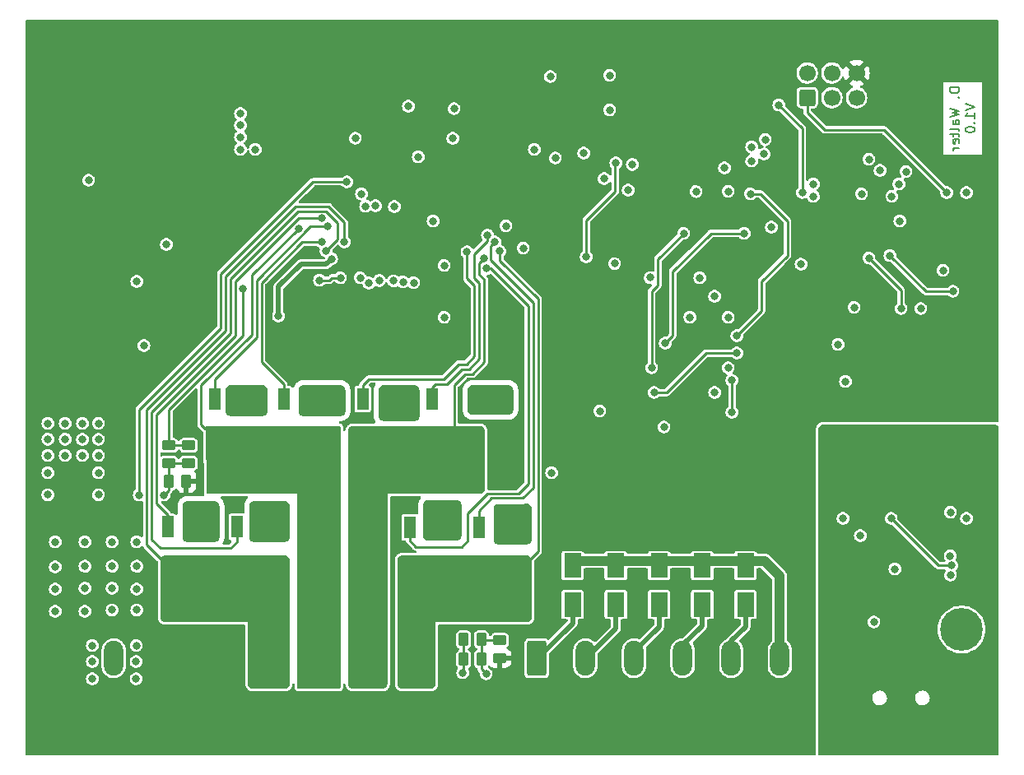
<source format=gbr>
%TF.GenerationSoftware,KiCad,Pcbnew,(6.0.4)*%
%TF.CreationDate,2022-07-31T14:49:55+02:00*%
%TF.ProjectId,HPDriver,48504472-6976-4657-922e-6b696361645f,1.0*%
%TF.SameCoordinates,Original*%
%TF.FileFunction,Copper,L4,Bot*%
%TF.FilePolarity,Positive*%
%FSLAX46Y46*%
G04 Gerber Fmt 4.6, Leading zero omitted, Abs format (unit mm)*
G04 Created by KiCad (PCBNEW (6.0.4)) date 2022-07-31 14:49:55*
%MOMM*%
%LPD*%
G01*
G04 APERTURE LIST*
G04 Aperture macros list*
%AMRoundRect*
0 Rectangle with rounded corners*
0 $1 Rounding radius*
0 $2 $3 $4 $5 $6 $7 $8 $9 X,Y pos of 4 corners*
0 Add a 4 corners polygon primitive as box body*
4,1,4,$2,$3,$4,$5,$6,$7,$8,$9,$2,$3,0*
0 Add four circle primitives for the rounded corners*
1,1,$1+$1,$2,$3*
1,1,$1+$1,$4,$5*
1,1,$1+$1,$6,$7*
1,1,$1+$1,$8,$9*
0 Add four rect primitives between the rounded corners*
20,1,$1+$1,$2,$3,$4,$5,0*
20,1,$1+$1,$4,$5,$6,$7,0*
20,1,$1+$1,$6,$7,$8,$9,0*
20,1,$1+$1,$8,$9,$2,$3,0*%
G04 Aperture macros list end*
%ADD10C,0.150000*%
%TA.AperFunction,NonConductor*%
%ADD11C,0.150000*%
%TD*%
%TA.AperFunction,SMDPad,CuDef*%
%ADD12R,1.800000X2.500000*%
%TD*%
%TA.AperFunction,ComponentPad*%
%ADD13RoundRect,0.250000X-0.750000X-1.550000X0.750000X-1.550000X0.750000X1.550000X-0.750000X1.550000X0*%
%TD*%
%TA.AperFunction,ComponentPad*%
%ADD14O,2.000000X3.600000*%
%TD*%
%TA.AperFunction,SMDPad,CuDef*%
%ADD15R,1.200000X2.200000*%
%TD*%
%TA.AperFunction,SMDPad,CuDef*%
%ADD16R,5.800000X6.400000*%
%TD*%
%TA.AperFunction,ComponentPad*%
%ADD17C,4.400000*%
%TD*%
%TA.AperFunction,ComponentPad*%
%ADD18C,3.800000*%
%TD*%
%TA.AperFunction,ComponentPad*%
%ADD19RoundRect,0.250000X0.600000X-0.600000X0.600000X0.600000X-0.600000X0.600000X-0.600000X-0.600000X0*%
%TD*%
%TA.AperFunction,ComponentPad*%
%ADD20C,1.700000*%
%TD*%
%TA.AperFunction,SMDPad,CuDef*%
%ADD21RoundRect,0.250000X-0.450000X0.262500X-0.450000X-0.262500X0.450000X-0.262500X0.450000X0.262500X0*%
%TD*%
%TA.AperFunction,SMDPad,CuDef*%
%ADD22RoundRect,0.250000X-0.262500X-0.450000X0.262500X-0.450000X0.262500X0.450000X-0.262500X0.450000X0*%
%TD*%
%TA.AperFunction,ViaPad*%
%ADD23C,0.800000*%
%TD*%
%TA.AperFunction,Conductor*%
%ADD24C,0.250000*%
%TD*%
%TA.AperFunction,Conductor*%
%ADD25C,1.000000*%
%TD*%
%TA.AperFunction,Conductor*%
%ADD26C,0.500000*%
%TD*%
G04 APERTURE END LIST*
D10*
D11*
X180622380Y-71993523D02*
X179622380Y-71993523D01*
X179622380Y-72231619D01*
X179670000Y-72374476D01*
X179765238Y-72469714D01*
X179860476Y-72517333D01*
X180050952Y-72564952D01*
X180193809Y-72564952D01*
X180384285Y-72517333D01*
X180479523Y-72469714D01*
X180574761Y-72374476D01*
X180622380Y-72231619D01*
X180622380Y-71993523D01*
X180527142Y-72993523D02*
X180574761Y-73041142D01*
X180622380Y-72993523D01*
X180574761Y-72945904D01*
X180527142Y-72993523D01*
X180622380Y-72993523D01*
X179622380Y-74136380D02*
X180622380Y-74374476D01*
X179908095Y-74564952D01*
X180622380Y-74755428D01*
X179622380Y-74993523D01*
X180622380Y-75803047D02*
X180098571Y-75803047D01*
X180003333Y-75755428D01*
X179955714Y-75660190D01*
X179955714Y-75469714D01*
X180003333Y-75374476D01*
X180574761Y-75803047D02*
X180622380Y-75707809D01*
X180622380Y-75469714D01*
X180574761Y-75374476D01*
X180479523Y-75326857D01*
X180384285Y-75326857D01*
X180289047Y-75374476D01*
X180241428Y-75469714D01*
X180241428Y-75707809D01*
X180193809Y-75803047D01*
X180622380Y-76422095D02*
X180574761Y-76326857D01*
X180479523Y-76279238D01*
X179622380Y-76279238D01*
X179955714Y-76660190D02*
X179955714Y-77041142D01*
X179622380Y-76803047D02*
X180479523Y-76803047D01*
X180574761Y-76850666D01*
X180622380Y-76945904D01*
X180622380Y-77041142D01*
X180574761Y-77755428D02*
X180622380Y-77660190D01*
X180622380Y-77469714D01*
X180574761Y-77374476D01*
X180479523Y-77326857D01*
X180098571Y-77326857D01*
X180003333Y-77374476D01*
X179955714Y-77469714D01*
X179955714Y-77660190D01*
X180003333Y-77755428D01*
X180098571Y-77803047D01*
X180193809Y-77803047D01*
X180289047Y-77326857D01*
X180622380Y-78231619D02*
X179955714Y-78231619D01*
X180146190Y-78231619D02*
X180050952Y-78279238D01*
X180003333Y-78326857D01*
X179955714Y-78422095D01*
X179955714Y-78517333D01*
X181232380Y-73660190D02*
X182232380Y-73993523D01*
X181232380Y-74326857D01*
X182232380Y-75184000D02*
X182232380Y-74612571D01*
X182232380Y-74898285D02*
X181232380Y-74898285D01*
X181375238Y-74803047D01*
X181470476Y-74707809D01*
X181518095Y-74612571D01*
X182137142Y-75612571D02*
X182184761Y-75660190D01*
X182232380Y-75612571D01*
X182184761Y-75564952D01*
X182137142Y-75612571D01*
X182232380Y-75612571D01*
X181232380Y-76279238D02*
X181232380Y-76374476D01*
X181280000Y-76469714D01*
X181327619Y-76517333D01*
X181422857Y-76564952D01*
X181613333Y-76612571D01*
X181851428Y-76612571D01*
X182041904Y-76564952D01*
X182137142Y-76517333D01*
X182184761Y-76469714D01*
X182232380Y-76374476D01*
X182232380Y-76279238D01*
X182184761Y-76184000D01*
X182137142Y-76136380D01*
X182041904Y-76088761D01*
X181851428Y-76041142D01*
X181613333Y-76041142D01*
X181422857Y-76088761D01*
X181327619Y-76136380D01*
X181280000Y-76184000D01*
X181232380Y-76279238D01*
D12*
X154178000Y-125190000D03*
X154178000Y-121190000D03*
D13*
X88646000Y-130715500D03*
D14*
X93646000Y-130715500D03*
D13*
X109728000Y-130683000D03*
D14*
X114728000Y-130683000D03*
X119728000Y-130683000D03*
X124728000Y-130683000D03*
D13*
X137160000Y-130715500D03*
D14*
X142160000Y-130715500D03*
X147160000Y-130715500D03*
X152160000Y-130715500D03*
X157160000Y-130715500D03*
X162160000Y-130715500D03*
D15*
X104020000Y-104039000D03*
D16*
X106300000Y-110339000D03*
D15*
X108580000Y-104039000D03*
X111132000Y-104039000D03*
D16*
X113412000Y-110339000D03*
D15*
X115692000Y-104039000D03*
X124084000Y-117247000D03*
D16*
X126364000Y-123547000D03*
D15*
X128644000Y-117247000D03*
X131198000Y-117247000D03*
D16*
X133478000Y-123547000D03*
D15*
X135758000Y-117247000D03*
X99194000Y-117212000D03*
D16*
X101474000Y-123512000D03*
D15*
X103754000Y-117212000D03*
D17*
X180848000Y-127762000D03*
X143383000Y-95250000D03*
X88392000Y-68580000D03*
X180340000Y-68326000D03*
X101600000Y-135890000D03*
D18*
X130937000Y-135890000D03*
D19*
X164973000Y-73025000D03*
D20*
X164973000Y-70485000D03*
X167513000Y-73025000D03*
X167513000Y-70485000D03*
X170053000Y-73025000D03*
X170053000Y-70485000D03*
D15*
X110865000Y-117212000D03*
D16*
X108585000Y-123512000D03*
D15*
X106305000Y-117212000D03*
X123820000Y-104039000D03*
D16*
X121540000Y-110339000D03*
D15*
X119260000Y-104039000D03*
D21*
X133350000Y-130706500D03*
X133350000Y-128881500D03*
D22*
X101115500Y-112522000D03*
X99290500Y-112522000D03*
X129643500Y-128778000D03*
X131468500Y-128778000D03*
D21*
X101346000Y-108815500D03*
X101346000Y-110640500D03*
D15*
X130932000Y-104039000D03*
D16*
X128652000Y-110339000D03*
D15*
X126372000Y-104039000D03*
D21*
X99314000Y-110640500D03*
X99314000Y-108815500D03*
D22*
X131468500Y-130810000D03*
X129643500Y-130810000D03*
D12*
X140843000Y-121190000D03*
X140843000Y-125190000D03*
X145288000Y-121190000D03*
X145288000Y-125190000D03*
X158623000Y-121190000D03*
X158623000Y-125190000D03*
X149733000Y-121190000D03*
X149733000Y-125190000D03*
D23*
X121539000Y-87877000D03*
X104648000Y-79502000D03*
X117856000Y-98933000D03*
X141224000Y-111252000D03*
X120142000Y-98933000D03*
X154686000Y-113919000D03*
X159766000Y-113919000D03*
X120142000Y-98044000D03*
X117856000Y-99822000D03*
X96520000Y-76708000D03*
X103886000Y-86106000D03*
X118999000Y-99822000D03*
X98425000Y-76708000D03*
X120142000Y-99822000D03*
X118999000Y-98933000D03*
X117856000Y-98044000D03*
X86360000Y-131064000D03*
X92456000Y-75057000D03*
X106045000Y-86106000D03*
X118999000Y-98044000D03*
X151384000Y-113919000D03*
X146304000Y-113919000D03*
X183642000Y-80137000D03*
X89154000Y-139827000D03*
X94234000Y-139827000D03*
X99314000Y-139827000D03*
X104394000Y-139827000D03*
X109474000Y-139827000D03*
X114554000Y-139827000D03*
X119634000Y-139827000D03*
X124714000Y-139827000D03*
X129794000Y-139827000D03*
X134874000Y-139827000D03*
X139954000Y-139827000D03*
X145034000Y-139827000D03*
X150114000Y-139827000D03*
X155194000Y-139827000D03*
X160274000Y-139827000D03*
X96774000Y-66040000D03*
X101854000Y-66040000D03*
X106934000Y-66040000D03*
X112014000Y-66040000D03*
X117094000Y-66040000D03*
X122174000Y-66040000D03*
X127254000Y-66040000D03*
X132334000Y-66040000D03*
X137414000Y-66040000D03*
X142494000Y-66040000D03*
X147574000Y-66040000D03*
X152654000Y-66040000D03*
X157734000Y-66040000D03*
X162814000Y-66040000D03*
X167894000Y-66040000D03*
X172974000Y-66040000D03*
X178054000Y-66040000D03*
X183642000Y-85137000D03*
X183642000Y-90137000D03*
X183642000Y-95137000D03*
X183642000Y-100137000D03*
X183642000Y-105137000D03*
X85598000Y-79375000D03*
X85598000Y-83820000D03*
X85598000Y-74295000D03*
X91821000Y-66040000D03*
X134112000Y-74041000D03*
X171831000Y-94615000D03*
X157480000Y-73152000D03*
X121793000Y-92710000D03*
X177546000Y-75057000D03*
X150368000Y-100838000D03*
X137795000Y-91440000D03*
X117475000Y-83820000D03*
X147828000Y-93599000D03*
X139192000Y-74041000D03*
X86360000Y-132842000D03*
X118999000Y-74041000D03*
X86868000Y-92456000D03*
X87757000Y-133731000D03*
X100838000Y-106807000D03*
X102235000Y-88773000D03*
X97409000Y-77343000D03*
X171196000Y-87249000D03*
X180340000Y-88392000D03*
X163068000Y-82804000D03*
X91186000Y-92456000D03*
X151765000Y-78105000D03*
X89154000Y-91440000D03*
X143764000Y-79121000D03*
X152654000Y-106934000D03*
X169164000Y-77597000D03*
X96520000Y-87249000D03*
X117856000Y-92583000D03*
X86360000Y-134493000D03*
X137795000Y-92964000D03*
X107696000Y-72517000D03*
X115062000Y-78867000D03*
X127254000Y-79375000D03*
X116586000Y-92964000D03*
X122682000Y-86741000D03*
X98425000Y-77978000D03*
X111823500Y-82550000D03*
X162941000Y-91186000D03*
X120904000Y-78867000D03*
X138811000Y-92202000D03*
X123888500Y-114871500D03*
X164973000Y-105283000D03*
X162560000Y-101346000D03*
X92583000Y-92456000D03*
X87757000Y-135128000D03*
X120523000Y-86741000D03*
X92456000Y-73088500D03*
X167513000Y-75057000D03*
X159385000Y-86233000D03*
X152400000Y-93599000D03*
X156210000Y-79121000D03*
X88392000Y-92456000D03*
X106362500Y-115062000D03*
X90424000Y-91440000D03*
X89789000Y-92456000D03*
X89535000Y-135128000D03*
X126369299Y-91317299D03*
X161036000Y-89154000D03*
X86360000Y-129413000D03*
X123952000Y-71120000D03*
X125490286Y-92585424D03*
X164973000Y-113411000D03*
X135445500Y-86106000D03*
X96520000Y-77978000D03*
X120523000Y-88900000D03*
X91948000Y-91440000D03*
X134620000Y-79311500D03*
X139319006Y-104140000D03*
X112141000Y-70866000D03*
X165036500Y-124841000D03*
X180340000Y-103886000D03*
X118872000Y-92964000D03*
X122809000Y-93091000D03*
X87630000Y-91440000D03*
X104775000Y-88773000D03*
X89535000Y-133731000D03*
X144272000Y-87947500D03*
X153289000Y-86233000D03*
X103505000Y-87884000D03*
X138684000Y-109982000D03*
X133223000Y-95250000D03*
X122682000Y-88900000D03*
X142113000Y-105283000D03*
X172212000Y-103886000D03*
X151384000Y-73787000D03*
X144018000Y-72898000D03*
X132715000Y-92329000D03*
X132334000Y-105156000D03*
X107442000Y-103124000D03*
X105664000Y-105156000D03*
X107442000Y-104140000D03*
X133223000Y-116332000D03*
X106553000Y-103632000D03*
X107442000Y-105156000D03*
X134112000Y-105156000D03*
X133223000Y-118364000D03*
X134493000Y-115316000D03*
X134493000Y-116332000D03*
X134112000Y-103124000D03*
X135763000Y-115316000D03*
X134112000Y-104140000D03*
X133223000Y-104648000D03*
X133223000Y-103632000D03*
X86868000Y-106553000D03*
X133223000Y-117348000D03*
X132334000Y-104140000D03*
X132334000Y-103124000D03*
X134493000Y-117348000D03*
X134493000Y-118364000D03*
X133223000Y-115316000D03*
X106553000Y-104648000D03*
X105664000Y-104140000D03*
X105664000Y-103124000D03*
X88646000Y-106553000D03*
X92075000Y-106553000D03*
X86868000Y-108180000D03*
X88646000Y-108180000D03*
X86868000Y-109855000D03*
X88646000Y-109855000D03*
X86868000Y-111633000D03*
X92075000Y-111633000D03*
X86868000Y-113895000D03*
X92075000Y-113895000D03*
X101346000Y-117094000D03*
X102489000Y-115062000D03*
X124968000Y-79121000D03*
X102489000Y-118110000D03*
X99060000Y-88138000D03*
X102489000Y-116078000D03*
X90424000Y-106553000D03*
X96748600Y-98552000D03*
X103632000Y-115062000D03*
X101346000Y-118110000D03*
X90424000Y-108204000D03*
X92075000Y-108204000D03*
X102489000Y-117094000D03*
X90424000Y-109855000D03*
X92075000Y-109855000D03*
X101346000Y-116078000D03*
X101346000Y-115062000D03*
X91059000Y-81534000D03*
X108204000Y-78359000D03*
X144653000Y-74295000D03*
X106680000Y-78359000D03*
X153923990Y-91567000D03*
X176657000Y-94742000D03*
X106680000Y-74676000D03*
X143636998Y-105283000D03*
X106680000Y-75882500D03*
X181356000Y-82804000D03*
X152908000Y-95631000D03*
X119126000Y-82931000D03*
X146982577Y-79902923D03*
X133985000Y-86232998D03*
X136906000Y-78359000D03*
X139065000Y-79248000D03*
X129540000Y-132207000D03*
X150241000Y-106933996D03*
X118491000Y-77216000D03*
X106680000Y-77089000D03*
X171323000Y-79375000D03*
X135763000Y-88519000D03*
X138684000Y-111633000D03*
X106902989Y-92734851D03*
X148835000Y-91558000D03*
X128524000Y-77216000D03*
X114808000Y-91821000D03*
X116967000Y-91567000D03*
X108458000Y-115062000D03*
X113157000Y-104140000D03*
X116967000Y-104140000D03*
X116967000Y-105156000D03*
X108458000Y-116078000D03*
X109601000Y-118110000D03*
X109601000Y-117094000D03*
X113157000Y-103124000D03*
X108458000Y-118110000D03*
X114300000Y-103124000D03*
X109601000Y-116078000D03*
X114300000Y-104140000D03*
X113157000Y-105156000D03*
X108458000Y-117094000D03*
X116967000Y-103124000D03*
X110871000Y-115062000D03*
X114300000Y-105156000D03*
X109601000Y-115062000D03*
X127254000Y-117983000D03*
X125984000Y-114935000D03*
X125984000Y-117983000D03*
X125984000Y-116967000D03*
X122555000Y-105283000D03*
X123571000Y-105791000D03*
X121539000Y-105283000D03*
X125984000Y-115951000D03*
X127254000Y-115951000D03*
X121539000Y-103251000D03*
X122555000Y-103251000D03*
X121539000Y-104267000D03*
X124587000Y-105791000D03*
X127254000Y-114935000D03*
X127254000Y-116967000D03*
X122555000Y-104267000D03*
X128524000Y-114935000D03*
X181610000Y-132588000D03*
X168783000Y-107823000D03*
X176276000Y-116332000D03*
X167640000Y-132588000D03*
X182880000Y-109220000D03*
X172339000Y-139827000D03*
X176784000Y-139827000D03*
X181610000Y-139827000D03*
X167640000Y-139827000D03*
X168402000Y-126873000D03*
X177292000Y-130175000D03*
X182880000Y-123063000D03*
X166878000Y-122555000D03*
X180467000Y-117475000D03*
X173990000Y-118745000D03*
X159262660Y-78100340D03*
X144653000Y-70739000D03*
X169799000Y-94615000D03*
X159258431Y-79555011D03*
X168148000Y-98425000D03*
X128651000Y-74168000D03*
X87630000Y-118745000D03*
X90678000Y-118745000D03*
X93472000Y-118745000D03*
X96012000Y-118745000D03*
X87630000Y-121317000D03*
X90678000Y-121253000D03*
X93472000Y-121253000D03*
X96012000Y-121253000D03*
X87630000Y-123603000D03*
X90678000Y-123507000D03*
X93472000Y-123507000D03*
X96012000Y-123603000D03*
X87630000Y-125889000D03*
X90678000Y-125889000D03*
X93472000Y-125761000D03*
X96012000Y-125761000D03*
X95948500Y-132842000D03*
X91440000Y-131064000D03*
X91440000Y-129413000D03*
X95961200Y-129413000D03*
X95948500Y-131064000D03*
X91439995Y-132842005D03*
X128651000Y-120904000D03*
X128651000Y-125984000D03*
X133477000Y-121920000D03*
X131191000Y-120904000D03*
X128651000Y-123317000D03*
X131191000Y-125984000D03*
X126365000Y-124841000D03*
X124079000Y-125984000D03*
X124079001Y-123317001D03*
X135763000Y-120904000D03*
X131191000Y-123317000D03*
X126365000Y-121920000D03*
X124079000Y-120904000D03*
X135763000Y-125984000D03*
X133477000Y-124841000D03*
X135763000Y-123317000D03*
X133350000Y-88836500D03*
X122745500Y-108839000D03*
X122745500Y-111506000D03*
X131000500Y-109855000D03*
X131000500Y-111125000D03*
X121729500Y-107632500D03*
X123888500Y-107632500D03*
X130111500Y-110490000D03*
X123825000Y-110045500D03*
X123825000Y-112839500D03*
X121729500Y-112839500D03*
X131000500Y-108458000D03*
X131699000Y-89576721D03*
X130048000Y-107759500D03*
X130111500Y-109220000D03*
X130937000Y-112395000D03*
X130111500Y-111760000D03*
X121729500Y-110045500D03*
X106235500Y-112776000D03*
X112966500Y-111442500D03*
X106299000Y-107696000D03*
X111379000Y-110236000D03*
X114490500Y-112839500D03*
X106235500Y-110236000D03*
X112966500Y-108902500D03*
X111379000Y-107886500D03*
X111315500Y-112776000D03*
X104267000Y-112776000D03*
X104267000Y-110236000D03*
X105283000Y-108966000D03*
X112644701Y-86482701D03*
X114490500Y-110172500D03*
X105283000Y-111506000D03*
X114490500Y-107886500D03*
X104267000Y-107696000D03*
X110871000Y-125984000D03*
X103759000Y-125984000D03*
X106299000Y-125984000D03*
X106299000Y-123317000D03*
X106299000Y-120904000D03*
X101473000Y-124841000D03*
X108585000Y-124841000D03*
X103759000Y-123317000D03*
X99187000Y-123317000D03*
X99187000Y-120904000D03*
X99187000Y-125984000D03*
X110871000Y-120904000D03*
X110871000Y-123317000D03*
X108585000Y-121920000D03*
X101473000Y-121920000D03*
X103632000Y-120904000D03*
X117368013Y-87883466D03*
X179324000Y-82804000D03*
X173682980Y-83185000D03*
X118999000Y-91567000D03*
X120957137Y-91843715D03*
X175133000Y-80645000D03*
X174407990Y-81915000D03*
X119888000Y-92116579D03*
X126492000Y-85725000D03*
X124504561Y-92075000D03*
X179684150Y-120184110D03*
X179705000Y-115697000D03*
X173482000Y-89281000D03*
X179958996Y-92964000D03*
X116047009Y-89616708D03*
X110591032Y-95504000D03*
X127635003Y-95631003D03*
X127635000Y-90297000D03*
X156854006Y-95640000D03*
X156845000Y-82677000D03*
X122513500Y-84241112D03*
X156845000Y-100838000D03*
X174625000Y-94741990D03*
X171323000Y-89535000D03*
X150368004Y-98298000D03*
X158496000Y-86995000D03*
X148971004Y-100838000D03*
X152273006Y-86995000D03*
X174498000Y-85725000D03*
X122409276Y-91877182D03*
X115662737Y-86244459D03*
X115062000Y-87884000D03*
X132016500Y-90614500D03*
X132842000Y-87884000D03*
X115059265Y-85445032D03*
X115482328Y-88791385D03*
X129984500Y-88900000D03*
X132080000Y-87185500D03*
X141986000Y-78739994D03*
X172466000Y-80518000D03*
X173609000Y-116332000D03*
X179826026Y-121174006D03*
X179705000Y-122174000D03*
X181355996Y-116332000D03*
X157226000Y-102108000D03*
X157226000Y-105409988D03*
X131953000Y-132334000D03*
X165608000Y-83185000D03*
X98806000Y-113919000D03*
X117634339Y-81693339D03*
X165608000Y-81915000D03*
X96266000Y-113919000D03*
X171831008Y-127000000D03*
X170434000Y-118110000D03*
X157734000Y-99314000D03*
X149225008Y-103378000D03*
X138557000Y-70866000D03*
X160655000Y-77343000D03*
X170561000Y-82931000D03*
X173990000Y-121539000D03*
X168656000Y-116332000D03*
X155448000Y-93472000D03*
X155448008Y-103378000D03*
X168910000Y-102235000D03*
X160528000Y-78830010D03*
X123952000Y-73914000D03*
X156464000Y-80264000D03*
X164338000Y-90170000D03*
X145161000Y-90106488D03*
X164465000Y-82804004D03*
X96012000Y-91948000D03*
X162052000Y-73787000D03*
X157734000Y-97536010D03*
X159131000Y-82931000D03*
X161290000Y-86360000D03*
X178943000Y-90805000D03*
X146558000Y-82550000D03*
X120563990Y-84162607D03*
X153543000Y-82691946D03*
X144095050Y-81352935D03*
X119564855Y-84204493D03*
X145288000Y-79756000D03*
X142240000Y-89408000D03*
X123402500Y-91989033D03*
D24*
X116078000Y-91567000D02*
X116967000Y-91567000D01*
X115824000Y-91821000D02*
X116078000Y-91567000D01*
X114808000Y-91821000D02*
X115824000Y-91821000D01*
X106934000Y-92765862D02*
X106902989Y-92734851D01*
X99314000Y-105156000D02*
X106934000Y-97536000D01*
X129643500Y-130810000D02*
X129643500Y-132103500D01*
X99314000Y-108815500D02*
X99314000Y-105156000D01*
X129643500Y-132103500D02*
X129540000Y-132207000D01*
X106934000Y-97536000D02*
X106934000Y-92765862D01*
X99314000Y-108815500D02*
X101346000Y-108815500D01*
X129643500Y-128778000D02*
X129643500Y-130810000D01*
X135994000Y-121031000D02*
X135763000Y-121031000D01*
X137287000Y-119738000D02*
X135994000Y-121031000D01*
X133350000Y-89789000D02*
X137287000Y-93726000D01*
X133350000Y-88836500D02*
X133350000Y-89789000D01*
X137287000Y-93726000D02*
X137287000Y-119738000D01*
X128652000Y-102615000D02*
X128652000Y-110339000D01*
X131699000Y-89576721D02*
X131191000Y-90084721D01*
X131762500Y-100266500D02*
X130556000Y-101473000D01*
X131762500Y-91757500D02*
X131762500Y-100266500D01*
X131191000Y-90084721D02*
X131191000Y-91186000D01*
X129794000Y-101473000D02*
X128652000Y-102615000D01*
X131191000Y-91186000D02*
X131762500Y-91757500D01*
X130556000Y-101473000D02*
X129794000Y-101473000D01*
X107823000Y-97409000D02*
X107823000Y-91304402D01*
X102616000Y-102616000D02*
X107823000Y-97409000D01*
X102616000Y-106655000D02*
X102616000Y-102616000D01*
X106300000Y-110339000D02*
X102616000Y-106655000D01*
X107823000Y-91304402D02*
X112644701Y-86482701D01*
X115766011Y-84270011D02*
X117368013Y-85872013D01*
X105156000Y-97028000D02*
X105156000Y-91440000D01*
X101474000Y-123512000D02*
X97028000Y-119066000D01*
X105156000Y-91440000D02*
X112325989Y-84270011D01*
X117368013Y-85872013D02*
X117368013Y-87883466D01*
X97028000Y-119066000D02*
X97028000Y-105156000D01*
X112325989Y-84270011D02*
X115766011Y-84270011D01*
X97028000Y-105156000D02*
X105156000Y-97028000D01*
D25*
X140843000Y-120690000D02*
X158623000Y-120690000D01*
X162160000Y-130810000D02*
X162160000Y-122282000D01*
X162160000Y-122282000D02*
X160568000Y-120690000D01*
X160568000Y-120690000D02*
X158623000Y-120690000D01*
D24*
X164973000Y-74549000D02*
X166751000Y-76327000D01*
X172847000Y-76327000D02*
X179324000Y-82804000D01*
X166751000Y-76327000D02*
X172847000Y-76327000D01*
X164973000Y-73025000D02*
X164973000Y-74549000D01*
X173482000Y-89281000D02*
X177165000Y-92964000D01*
X177165000Y-92964000D02*
X179958996Y-92964000D01*
D26*
X110591032Y-92483376D02*
X110591032Y-95504000D01*
X112904408Y-90170000D02*
X110591032Y-92483376D01*
X115493717Y-90170000D02*
X112904408Y-90170000D01*
X116047009Y-89616708D02*
X115493717Y-90170000D01*
D24*
X171323000Y-89535000D02*
X174625000Y-92837000D01*
X174625000Y-92837000D02*
X174625000Y-94741990D01*
X155067000Y-86995000D02*
X151130000Y-90932000D01*
X158496000Y-86995000D02*
X155067000Y-86995000D01*
X151130000Y-90932000D02*
X151130000Y-97536004D01*
X151130000Y-97536004D02*
X150368004Y-98298000D01*
X148971004Y-92963996D02*
X148971004Y-100838000D01*
X149606000Y-92329000D02*
X148971004Y-92963996D01*
X152273006Y-86995000D02*
X149606000Y-89662006D01*
X149606000Y-89662006D02*
X149606000Y-92329000D01*
X104020000Y-104039000D02*
X104020000Y-101974000D01*
X104020000Y-101974000D02*
X108331000Y-97663000D01*
X113907541Y-86244459D02*
X115662737Y-86244459D01*
X108331000Y-91821000D02*
X113907541Y-86244459D01*
X108331000Y-97663000D02*
X108331000Y-91821000D01*
X111132000Y-102559500D02*
X108839000Y-100266500D01*
X108839000Y-100266500D02*
X108839000Y-92075000D01*
X113030000Y-87884000D02*
X115062000Y-87884000D01*
X111132000Y-104039000D02*
X111132000Y-102559500D01*
X108839000Y-92075000D02*
X113030000Y-87884000D01*
X129413000Y-119253000D02*
X124714000Y-119253000D01*
X130048000Y-118618000D02*
X129413000Y-119253000D01*
X124084000Y-118623000D02*
X124084000Y-117247000D01*
X132016500Y-90614500D02*
X132397500Y-90614500D01*
X132080000Y-113792000D02*
X130048000Y-115824000D01*
X136271000Y-94488000D02*
X136271000Y-112776000D01*
X130048000Y-115824000D02*
X130048000Y-118618000D01*
X132397500Y-90614500D02*
X136271000Y-94488000D01*
X135255000Y-113792000D02*
X132080000Y-113792000D01*
X136271000Y-112776000D02*
X135255000Y-113792000D01*
X124714000Y-119253000D02*
X124084000Y-118623000D01*
X136779000Y-94107000D02*
X136779000Y-113157000D01*
X132842000Y-87884000D02*
X132442001Y-88283999D01*
X132442001Y-89770001D02*
X136779000Y-94107000D01*
X135694489Y-114241511D02*
X132519489Y-114241511D01*
X131198000Y-115563000D02*
X131198000Y-117247000D01*
X132442001Y-88283999D02*
X132442001Y-89770001D01*
X132519489Y-114241511D02*
X131198000Y-115563000D01*
X136779000Y-113157000D02*
X135694489Y-114241511D01*
X106172000Y-97536000D02*
X106172000Y-91930802D01*
X112657770Y-85445032D02*
X115059265Y-85445032D01*
X98044000Y-114808000D02*
X98044000Y-105664000D01*
X106172000Y-91930802D02*
X112657770Y-85445032D01*
X99194000Y-117212000D02*
X99194000Y-115958000D01*
X99194000Y-115958000D02*
X98044000Y-114808000D01*
X98044000Y-105664000D02*
X106172000Y-97536000D01*
X115454022Y-84720022D02*
X116649318Y-85915318D01*
X105664000Y-97250250D02*
X105664000Y-91685049D01*
X105664000Y-119380000D02*
X98425000Y-119380000D01*
X105664000Y-91685049D02*
X112629027Y-84720022D01*
X97536000Y-105378250D02*
X105664000Y-97250250D01*
X116649318Y-85915318D02*
X116649318Y-87624395D01*
X106305000Y-117212000D02*
X106305000Y-118739000D01*
X106305000Y-118739000D02*
X105664000Y-119380000D01*
X97536000Y-118491000D02*
X97536000Y-105378250D01*
X116649318Y-87624395D02*
X115482328Y-88791385D01*
X98425000Y-119380000D02*
X97536000Y-118491000D01*
X112629027Y-84720022D02*
X115454022Y-84720022D01*
X129095500Y-100457000D02*
X129921000Y-100457000D01*
X119260000Y-104039000D02*
X119260000Y-102609000D01*
X129984500Y-91630500D02*
X129984500Y-88900000D01*
X129921000Y-100457000D02*
X130746500Y-99631500D01*
X119260000Y-102609000D02*
X119888000Y-101981000D01*
X130746500Y-99631500D02*
X130746500Y-92392500D01*
X119888000Y-101981000D02*
X127571500Y-101981000D01*
X127571500Y-101981000D02*
X129095500Y-100457000D01*
X130746500Y-92392500D02*
X129984500Y-91630500D01*
X130683000Y-91567000D02*
X130683000Y-89148185D01*
X126372000Y-104039000D02*
X126372000Y-102863000D01*
X131254500Y-99885500D02*
X131254500Y-92138500D01*
X126372000Y-102863000D02*
X126746000Y-102489000D01*
X130683000Y-89148185D02*
X132080000Y-87751185D01*
X126746000Y-102489000D02*
X127922000Y-102489000D01*
X129446000Y-100965000D02*
X130175000Y-100965000D01*
X127922000Y-102489000D02*
X129446000Y-100965000D01*
X132080000Y-87751185D02*
X132080000Y-87185500D01*
X130175000Y-100965000D02*
X131254500Y-99885500D01*
X131254500Y-92138500D02*
X130683000Y-91567000D01*
X173609000Y-116332000D02*
X178451006Y-121174006D01*
X178451006Y-121174006D02*
X179826026Y-121174006D01*
X157226000Y-105409988D02*
X157226000Y-102108000D01*
X133350000Y-128881500D02*
X131572000Y-128881500D01*
X131468500Y-128778000D02*
X131468500Y-130810000D01*
X131468500Y-130810000D02*
X131468500Y-131849500D01*
X131468500Y-131849500D02*
X131953000Y-132334000D01*
X104648000Y-96774000D02*
X96266000Y-105156000D01*
X99314000Y-110640500D02*
X101346000Y-110640500D01*
X96266000Y-105156000D02*
X96266000Y-113919000D01*
X99290500Y-112522000D02*
X99290500Y-113434500D01*
X117634339Y-81693339D02*
X114135833Y-81693339D01*
X99290500Y-113434500D02*
X98806000Y-113919000D01*
X104648000Y-91181172D02*
X104648000Y-96774000D01*
X114135833Y-81693339D02*
X104648000Y-91181172D01*
X99290500Y-112522000D02*
X99290500Y-110664000D01*
X157734000Y-99314000D02*
X154559000Y-99314000D01*
X150495000Y-103378000D02*
X154559000Y-99314000D01*
X149225008Y-103378000D02*
X150495000Y-103378000D01*
X162052000Y-73787000D02*
X164465000Y-76200000D01*
X164465000Y-76200000D02*
X164465000Y-82804004D01*
D26*
X140843000Y-127127000D02*
X137160000Y-130810000D01*
X140843000Y-125690000D02*
X140843000Y-127127000D01*
X145288000Y-127682000D02*
X142160000Y-130810000D01*
X145288000Y-125690000D02*
X145288000Y-127682000D01*
X149733000Y-125690000D02*
X149733000Y-127508000D01*
X149733000Y-127508000D02*
X147160000Y-130081000D01*
X154178000Y-125690000D02*
X154178000Y-127381000D01*
X154178000Y-127381000D02*
X152160000Y-129399000D01*
X158623000Y-125690000D02*
X158623000Y-127508000D01*
X157160000Y-128971000D02*
X157160000Y-130810000D01*
X158623000Y-127508000D02*
X157160000Y-128971000D01*
D24*
X159131000Y-82931000D02*
X160147000Y-82931000D01*
X162941000Y-85725000D02*
X162941000Y-89281000D01*
X160147000Y-82931000D02*
X162941000Y-85725000D01*
X162941000Y-89281000D02*
X160274000Y-91948000D01*
X160274000Y-91948000D02*
X160274000Y-94996010D01*
X160274000Y-94996010D02*
X157734000Y-97536010D01*
X145288000Y-79756000D02*
X145224500Y-79819500D01*
X145224500Y-82677000D02*
X142240000Y-85661500D01*
X145224500Y-79819500D02*
X145224500Y-82677000D01*
X142240000Y-85661500D02*
X142240000Y-89408000D01*
%TA.AperFunction,Conductor*%
G36*
X184599621Y-65044502D02*
G01*
X184646114Y-65098158D01*
X184657500Y-65150500D01*
X184657500Y-106331625D01*
X184637498Y-106399746D01*
X184583842Y-106446239D01*
X184513568Y-106456343D01*
X184496919Y-106452642D01*
X184496896Y-106452727D01*
X184494923Y-106452198D01*
X184494920Y-106452197D01*
X184465124Y-106444214D01*
X184431835Y-106437592D01*
X184327060Y-106423798D01*
X184310161Y-106422134D01*
X184309174Y-106422069D01*
X184309146Y-106422067D01*
X184294787Y-106421126D01*
X184294771Y-106421125D01*
X184293715Y-106421056D01*
X184276742Y-106420500D01*
X166624258Y-106420500D01*
X166607285Y-106421056D01*
X166606229Y-106421125D01*
X166606213Y-106421126D01*
X166591854Y-106422067D01*
X166591826Y-106422069D01*
X166590839Y-106422134D01*
X166573940Y-106423798D01*
X166469165Y-106437592D01*
X166435876Y-106444214D01*
X166404104Y-106452727D01*
X166402159Y-106453387D01*
X166402153Y-106453389D01*
X166393451Y-106456343D01*
X166371959Y-106463638D01*
X166326989Y-106482265D01*
X166286472Y-106499048D01*
X166282020Y-106500892D01*
X166251572Y-106515907D01*
X166249790Y-106516936D01*
X166249786Y-106516938D01*
X166224863Y-106531328D01*
X166223086Y-106532354D01*
X166218887Y-106535160D01*
X166197828Y-106549232D01*
X166194866Y-106551211D01*
X166117633Y-106610474D01*
X166116088Y-106611829D01*
X166116077Y-106611838D01*
X166101038Y-106625028D01*
X166092113Y-106632855D01*
X166068855Y-106656113D01*
X166066157Y-106659189D01*
X166047838Y-106680077D01*
X166047829Y-106680088D01*
X166046474Y-106681633D01*
X165987211Y-106758866D01*
X165986055Y-106760597D01*
X165986050Y-106760603D01*
X165985307Y-106761715D01*
X165968354Y-106787086D01*
X165951907Y-106815572D01*
X165936892Y-106846020D01*
X165936111Y-106847907D01*
X165936109Y-106847910D01*
X165921073Y-106884211D01*
X165899638Y-106935959D01*
X165888727Y-106968104D01*
X165880214Y-106999876D01*
X165873592Y-107033165D01*
X165859798Y-107137940D01*
X165858134Y-107154839D01*
X165858069Y-107155826D01*
X165858067Y-107155854D01*
X165857126Y-107170213D01*
X165857056Y-107171285D01*
X165856500Y-107188258D01*
X165856500Y-140461742D01*
X165857056Y-140478715D01*
X165858134Y-140495161D01*
X165859798Y-140512060D01*
X165859934Y-140513091D01*
X165867828Y-140573054D01*
X165856889Y-140643202D01*
X165809761Y-140696301D01*
X165742906Y-140715500D01*
X84708500Y-140715500D01*
X84640379Y-140695498D01*
X84593886Y-140641842D01*
X84582500Y-140589500D01*
X84582500Y-132835101D01*
X90780724Y-132835101D01*
X90783771Y-132862695D01*
X90797274Y-132985003D01*
X90798108Y-132992558D01*
X90800718Y-132999689D01*
X90800718Y-132999691D01*
X90849936Y-133134185D01*
X90852548Y-133141324D01*
X90940903Y-133272810D01*
X90946522Y-133277923D01*
X90946523Y-133277924D01*
X91032772Y-133356404D01*
X91058071Y-133379424D01*
X91197288Y-133455013D01*
X91350517Y-133495212D01*
X91434472Y-133496531D01*
X91501314Y-133497581D01*
X91501317Y-133497581D01*
X91508911Y-133497700D01*
X91663327Y-133462334D01*
X91733737Y-133426922D01*
X91798067Y-133394568D01*
X91798070Y-133394566D01*
X91804850Y-133391156D01*
X91810621Y-133386227D01*
X91810624Y-133386225D01*
X91919531Y-133293209D01*
X91919531Y-133293208D01*
X91925309Y-133288274D01*
X92017750Y-133159629D01*
X92076837Y-133012646D01*
X92097663Y-132866309D01*
X92098576Y-132859896D01*
X92098576Y-132859891D01*
X92099157Y-132855812D01*
X92099302Y-132842005D01*
X92098466Y-132835096D01*
X95289229Y-132835096D01*
X95292015Y-132860326D01*
X95301585Y-132947008D01*
X95306613Y-132992553D01*
X95361053Y-133141319D01*
X95365289Y-133147622D01*
X95365289Y-133147623D01*
X95377506Y-133165803D01*
X95449408Y-133272805D01*
X95455027Y-133277918D01*
X95455028Y-133277919D01*
X95554013Y-133367988D01*
X95566576Y-133379419D01*
X95705793Y-133455008D01*
X95859022Y-133495207D01*
X95942977Y-133496526D01*
X96009819Y-133497576D01*
X96009822Y-133497576D01*
X96017416Y-133497695D01*
X96171832Y-133462329D01*
X96242242Y-133426917D01*
X96306572Y-133394563D01*
X96306575Y-133394561D01*
X96313355Y-133391151D01*
X96319126Y-133386222D01*
X96319129Y-133386220D01*
X96428036Y-133293204D01*
X96428036Y-133293203D01*
X96433814Y-133288269D01*
X96526255Y-133159624D01*
X96585342Y-133012641D01*
X96605440Y-132871419D01*
X96607081Y-132859891D01*
X96607081Y-132859888D01*
X96607662Y-132855807D01*
X96607807Y-132842000D01*
X96588776Y-132684733D01*
X96532780Y-132536546D01*
X96443053Y-132405992D01*
X96324775Y-132300611D01*
X96317389Y-132296700D01*
X96216449Y-132243255D01*
X96184774Y-132226484D01*
X96031133Y-132187892D01*
X96023534Y-132187852D01*
X96023533Y-132187852D01*
X95957681Y-132187507D01*
X95872721Y-132187062D01*
X95865341Y-132188834D01*
X95865339Y-132188834D01*
X95726063Y-132222271D01*
X95726060Y-132222272D01*
X95718684Y-132224043D01*
X95577914Y-132296700D01*
X95458539Y-132400838D01*
X95367450Y-132530444D01*
X95364690Y-132537524D01*
X95317639Y-132658204D01*
X95309906Y-132678037D01*
X95308914Y-132685570D01*
X95308914Y-132685571D01*
X95290252Y-132827329D01*
X95289229Y-132835096D01*
X92098466Y-132835096D01*
X92080271Y-132684738D01*
X92024275Y-132536551D01*
X91997435Y-132497499D01*
X91938850Y-132412256D01*
X91938846Y-132412251D01*
X91934548Y-132405997D01*
X91816270Y-132300616D01*
X91809545Y-132297055D01*
X91682983Y-132230044D01*
X91682984Y-132230044D01*
X91676269Y-132226489D01*
X91522628Y-132187897D01*
X91515029Y-132187857D01*
X91515028Y-132187857D01*
X91449176Y-132187512D01*
X91364216Y-132187067D01*
X91356836Y-132188839D01*
X91356834Y-132188839D01*
X91217558Y-132222276D01*
X91217555Y-132222277D01*
X91210179Y-132224048D01*
X91069409Y-132296705D01*
X90950034Y-132400843D01*
X90858945Y-132530449D01*
X90856185Y-132537529D01*
X90809294Y-132657798D01*
X90801401Y-132678042D01*
X90800410Y-132685571D01*
X90800409Y-132685576D01*
X90782197Y-132823916D01*
X90780724Y-132835101D01*
X84582500Y-132835101D01*
X84582500Y-131057096D01*
X90780729Y-131057096D01*
X90798113Y-131214553D01*
X90800723Y-131221684D01*
X90800723Y-131221686D01*
X90830970Y-131304339D01*
X90852553Y-131363319D01*
X90940908Y-131494805D01*
X90946527Y-131499918D01*
X90946528Y-131499919D01*
X91026095Y-131572319D01*
X91058076Y-131601419D01*
X91197293Y-131677008D01*
X91350522Y-131717207D01*
X91434477Y-131718526D01*
X91501319Y-131719576D01*
X91501322Y-131719576D01*
X91508916Y-131719695D01*
X91663332Y-131684329D01*
X91733742Y-131648917D01*
X91798072Y-131616563D01*
X91798075Y-131616561D01*
X91804855Y-131613151D01*
X91810626Y-131608222D01*
X91810629Y-131608220D01*
X91852663Y-131572319D01*
X92391500Y-131572319D01*
X92391749Y-131575106D01*
X92391749Y-131575112D01*
X92396272Y-131625785D01*
X92406336Y-131738551D01*
X92465427Y-131954551D01*
X92467839Y-131959609D01*
X92467841Y-131959613D01*
X92523216Y-132075710D01*
X92561834Y-132156674D01*
X92565111Y-132161235D01*
X92565112Y-132161236D01*
X92678885Y-132319567D01*
X92692511Y-132338530D01*
X92751656Y-132395846D01*
X92843195Y-132484553D01*
X92853326Y-132494371D01*
X92857981Y-132497499D01*
X93034540Y-132616141D01*
X93034543Y-132616143D01*
X93039197Y-132619270D01*
X93244248Y-132709282D01*
X93353123Y-132735421D01*
X93390605Y-132744419D01*
X93461998Y-132761559D01*
X93546143Y-132766411D01*
X93679957Y-132774126D01*
X93679960Y-132774126D01*
X93685564Y-132774449D01*
X93907880Y-132747546D01*
X94121917Y-132681700D01*
X94126897Y-132679130D01*
X94126901Y-132679128D01*
X94315929Y-132581563D01*
X94315930Y-132581563D01*
X94320912Y-132578991D01*
X94498573Y-132442667D01*
X94502346Y-132438521D01*
X94502351Y-132438516D01*
X94645507Y-132281189D01*
X94649286Y-132277036D01*
X94768286Y-132087333D01*
X94771831Y-132078516D01*
X94815481Y-131969931D01*
X94851812Y-131879556D01*
X94853357Y-131872099D01*
X94888056Y-131704540D01*
X94897224Y-131660272D01*
X94900500Y-131603452D01*
X94900500Y-131057096D01*
X95289229Y-131057096D01*
X95306613Y-131214553D01*
X95309223Y-131221684D01*
X95309223Y-131221686D01*
X95339470Y-131304339D01*
X95361053Y-131363319D01*
X95449408Y-131494805D01*
X95455027Y-131499918D01*
X95455028Y-131499919D01*
X95534595Y-131572319D01*
X95566576Y-131601419D01*
X95705793Y-131677008D01*
X95859022Y-131717207D01*
X95942977Y-131718526D01*
X96009819Y-131719576D01*
X96009822Y-131719576D01*
X96017416Y-131719695D01*
X96171832Y-131684329D01*
X96242242Y-131648917D01*
X96306572Y-131616563D01*
X96306575Y-131616561D01*
X96313355Y-131613151D01*
X96319126Y-131608222D01*
X96319129Y-131608220D01*
X96428036Y-131515204D01*
X96428036Y-131515203D01*
X96433814Y-131510269D01*
X96526255Y-131381624D01*
X96585342Y-131234641D01*
X96600193Y-131130290D01*
X96607081Y-131081891D01*
X96607081Y-131081888D01*
X96607662Y-131077807D01*
X96607807Y-131064000D01*
X96588776Y-130906733D01*
X96532780Y-130758546D01*
X96443053Y-130627992D01*
X96324775Y-130522611D01*
X96317389Y-130518700D01*
X96191488Y-130452039D01*
X96191489Y-130452039D01*
X96184774Y-130448484D01*
X96031133Y-130409892D01*
X96023534Y-130409852D01*
X96023533Y-130409852D01*
X95957681Y-130409507D01*
X95872721Y-130409062D01*
X95865341Y-130410834D01*
X95865339Y-130410834D01*
X95726063Y-130444271D01*
X95726060Y-130444272D01*
X95718684Y-130446043D01*
X95577914Y-130518700D01*
X95458539Y-130622838D01*
X95367450Y-130752444D01*
X95309906Y-130900037D01*
X95289229Y-131057096D01*
X94900500Y-131057096D01*
X94900500Y-129858681D01*
X94900134Y-129854572D01*
X94892650Y-129770728D01*
X94885664Y-129692449D01*
X94826573Y-129476449D01*
X94802896Y-129426807D01*
X94793017Y-129406096D01*
X95301929Y-129406096D01*
X95309696Y-129476449D01*
X95316997Y-129542574D01*
X95319313Y-129563553D01*
X95321923Y-129570684D01*
X95321923Y-129570686D01*
X95366482Y-129692449D01*
X95373753Y-129712319D01*
X95462108Y-129843805D01*
X95467727Y-129848918D01*
X95467728Y-129848919D01*
X95573660Y-129945309D01*
X95579276Y-129950419D01*
X95718493Y-130026008D01*
X95871722Y-130066207D01*
X95955677Y-130067526D01*
X96022519Y-130068576D01*
X96022522Y-130068576D01*
X96030116Y-130068695D01*
X96184532Y-130033329D01*
X96296058Y-129977238D01*
X96319272Y-129965563D01*
X96319275Y-129965561D01*
X96326055Y-129962151D01*
X96331826Y-129957222D01*
X96331829Y-129957220D01*
X96440736Y-129864204D01*
X96440736Y-129864203D01*
X96446514Y-129859269D01*
X96538955Y-129730624D01*
X96598042Y-129583641D01*
X96605303Y-129532622D01*
X96619781Y-129430891D01*
X96619781Y-129430888D01*
X96620362Y-129426807D01*
X96620507Y-129413000D01*
X96601476Y-129255733D01*
X96545480Y-129107546D01*
X96492899Y-129031040D01*
X96460055Y-128983251D01*
X96460054Y-128983249D01*
X96455753Y-128976992D01*
X96337475Y-128871611D01*
X96330089Y-128867700D01*
X96247665Y-128824059D01*
X96197474Y-128797484D01*
X96043833Y-128758892D01*
X96036234Y-128758852D01*
X96036233Y-128758852D01*
X95970381Y-128758507D01*
X95885421Y-128758062D01*
X95878041Y-128759834D01*
X95878039Y-128759834D01*
X95738763Y-128793271D01*
X95738760Y-128793272D01*
X95731384Y-128795043D01*
X95590614Y-128867700D01*
X95471239Y-128971838D01*
X95380150Y-129101444D01*
X95322606Y-129249037D01*
X95321614Y-129256570D01*
X95321614Y-129256571D01*
X95304211Y-129388764D01*
X95301929Y-129406096D01*
X94793017Y-129406096D01*
X94732583Y-129279393D01*
X94732582Y-129279391D01*
X94730166Y-129274326D01*
X94720590Y-129261000D01*
X94602766Y-129097030D01*
X94602764Y-129097028D01*
X94599489Y-129092470D01*
X94481419Y-128978052D01*
X94442701Y-128940531D01*
X94442698Y-128940529D01*
X94438674Y-128936629D01*
X94411860Y-128918611D01*
X94257460Y-128814859D01*
X94257457Y-128814857D01*
X94252803Y-128811730D01*
X94078647Y-128735280D01*
X94052894Y-128723975D01*
X94052892Y-128723974D01*
X94047752Y-128721718D01*
X93830002Y-128669441D01*
X93745857Y-128664589D01*
X93612043Y-128656874D01*
X93612040Y-128656874D01*
X93606436Y-128656551D01*
X93384120Y-128683454D01*
X93170083Y-128749300D01*
X93165103Y-128751870D01*
X93165099Y-128751872D01*
X93025240Y-128824059D01*
X92971088Y-128852009D01*
X92793427Y-128988333D01*
X92789654Y-128992479D01*
X92789649Y-128992484D01*
X92671894Y-129121896D01*
X92642714Y-129153964D01*
X92523714Y-129343667D01*
X92440188Y-129551444D01*
X92439051Y-129556936D01*
X92439050Y-129556938D01*
X92412109Y-129687030D01*
X92394776Y-129770728D01*
X92391500Y-129827548D01*
X92391500Y-131572319D01*
X91852663Y-131572319D01*
X91919536Y-131515204D01*
X91919536Y-131515203D01*
X91925314Y-131510269D01*
X92017755Y-131381624D01*
X92076842Y-131234641D01*
X92091693Y-131130290D01*
X92098581Y-131081891D01*
X92098581Y-131081888D01*
X92099162Y-131077807D01*
X92099307Y-131064000D01*
X92080276Y-130906733D01*
X92024280Y-130758546D01*
X91934553Y-130627992D01*
X91816275Y-130522611D01*
X91808889Y-130518700D01*
X91682988Y-130452039D01*
X91682989Y-130452039D01*
X91676274Y-130448484D01*
X91522633Y-130409892D01*
X91515034Y-130409852D01*
X91515033Y-130409852D01*
X91449181Y-130409507D01*
X91364221Y-130409062D01*
X91356841Y-130410834D01*
X91356839Y-130410834D01*
X91217563Y-130444271D01*
X91217560Y-130444272D01*
X91210184Y-130446043D01*
X91069414Y-130518700D01*
X90950039Y-130622838D01*
X90858950Y-130752444D01*
X90801406Y-130900037D01*
X90780729Y-131057096D01*
X84582500Y-131057096D01*
X84582500Y-129406096D01*
X90780729Y-129406096D01*
X90788496Y-129476449D01*
X90795797Y-129542574D01*
X90798113Y-129563553D01*
X90800723Y-129570684D01*
X90800723Y-129570686D01*
X90845282Y-129692449D01*
X90852553Y-129712319D01*
X90940908Y-129843805D01*
X90946527Y-129848918D01*
X90946528Y-129848919D01*
X91052460Y-129945309D01*
X91058076Y-129950419D01*
X91197293Y-130026008D01*
X91350522Y-130066207D01*
X91434477Y-130067526D01*
X91501319Y-130068576D01*
X91501322Y-130068576D01*
X91508916Y-130068695D01*
X91663332Y-130033329D01*
X91774858Y-129977238D01*
X91798072Y-129965563D01*
X91798075Y-129965561D01*
X91804855Y-129962151D01*
X91810626Y-129957222D01*
X91810629Y-129957220D01*
X91919536Y-129864204D01*
X91919536Y-129864203D01*
X91925314Y-129859269D01*
X92017755Y-129730624D01*
X92076842Y-129583641D01*
X92084103Y-129532622D01*
X92098581Y-129430891D01*
X92098581Y-129430888D01*
X92099162Y-129426807D01*
X92099307Y-129413000D01*
X92080276Y-129255733D01*
X92024280Y-129107546D01*
X91971699Y-129031040D01*
X91938855Y-128983251D01*
X91938854Y-128983249D01*
X91934553Y-128976992D01*
X91816275Y-128871611D01*
X91808889Y-128867700D01*
X91726465Y-128824059D01*
X91676274Y-128797484D01*
X91522633Y-128758892D01*
X91515034Y-128758852D01*
X91515033Y-128758852D01*
X91449181Y-128758507D01*
X91364221Y-128758062D01*
X91356841Y-128759834D01*
X91356839Y-128759834D01*
X91217563Y-128793271D01*
X91217560Y-128793272D01*
X91210184Y-128795043D01*
X91069414Y-128867700D01*
X90950039Y-128971838D01*
X90858950Y-129101444D01*
X90801406Y-129249037D01*
X90800414Y-129256570D01*
X90800414Y-129256571D01*
X90783011Y-129388764D01*
X90780729Y-129406096D01*
X84582500Y-129406096D01*
X84582500Y-125882096D01*
X86970729Y-125882096D01*
X86988113Y-126039553D01*
X86990723Y-126046684D01*
X86990723Y-126046686D01*
X87002411Y-126078624D01*
X87042553Y-126188319D01*
X87130908Y-126319805D01*
X87136527Y-126324918D01*
X87136528Y-126324919D01*
X87237389Y-126416695D01*
X87248076Y-126426419D01*
X87387293Y-126502008D01*
X87540522Y-126542207D01*
X87624477Y-126543526D01*
X87691319Y-126544576D01*
X87691322Y-126544576D01*
X87698916Y-126544695D01*
X87853332Y-126509329D01*
X87953646Y-126458877D01*
X87988072Y-126441563D01*
X87988075Y-126441561D01*
X87994855Y-126438151D01*
X88000626Y-126433222D01*
X88000629Y-126433220D01*
X88109536Y-126340204D01*
X88109536Y-126340203D01*
X88115314Y-126335269D01*
X88207755Y-126206624D01*
X88266842Y-126059641D01*
X88284055Y-125938695D01*
X88288581Y-125906891D01*
X88288581Y-125906888D01*
X88289162Y-125902807D01*
X88289307Y-125889000D01*
X88288472Y-125882096D01*
X90018729Y-125882096D01*
X90036113Y-126039553D01*
X90038723Y-126046684D01*
X90038723Y-126046686D01*
X90050411Y-126078624D01*
X90090553Y-126188319D01*
X90178908Y-126319805D01*
X90184527Y-126324918D01*
X90184528Y-126324919D01*
X90285389Y-126416695D01*
X90296076Y-126426419D01*
X90435293Y-126502008D01*
X90588522Y-126542207D01*
X90672477Y-126543526D01*
X90739319Y-126544576D01*
X90739322Y-126544576D01*
X90746916Y-126544695D01*
X90901332Y-126509329D01*
X91001646Y-126458877D01*
X91036072Y-126441563D01*
X91036075Y-126441561D01*
X91042855Y-126438151D01*
X91048626Y-126433222D01*
X91048629Y-126433220D01*
X91157536Y-126340204D01*
X91157536Y-126340203D01*
X91163314Y-126335269D01*
X91255755Y-126206624D01*
X91314842Y-126059641D01*
X91332055Y-125938695D01*
X91336581Y-125906891D01*
X91336581Y-125906888D01*
X91337162Y-125902807D01*
X91337307Y-125889000D01*
X91320982Y-125754096D01*
X92812729Y-125754096D01*
X92821421Y-125832825D01*
X92826861Y-125882096D01*
X92830113Y-125911553D01*
X92832723Y-125918684D01*
X92832723Y-125918686D01*
X92881551Y-126052115D01*
X92884553Y-126060319D01*
X92888789Y-126066622D01*
X92888789Y-126066623D01*
X92965772Y-126181185D01*
X92972908Y-126191805D01*
X92978527Y-126196918D01*
X92978528Y-126196919D01*
X92989194Y-126206624D01*
X93090076Y-126298419D01*
X93229293Y-126374008D01*
X93382522Y-126414207D01*
X93466477Y-126415526D01*
X93533319Y-126416576D01*
X93533322Y-126416576D01*
X93540916Y-126416695D01*
X93695332Y-126381329D01*
X93799189Y-126329095D01*
X93830072Y-126313563D01*
X93830075Y-126313561D01*
X93836855Y-126310151D01*
X93842626Y-126305222D01*
X93842629Y-126305220D01*
X93951536Y-126212204D01*
X93951536Y-126212203D01*
X93957314Y-126207269D01*
X94049755Y-126078624D01*
X94108842Y-125931641D01*
X94131162Y-125774807D01*
X94131307Y-125761000D01*
X94130472Y-125754096D01*
X95352729Y-125754096D01*
X95361421Y-125832825D01*
X95366861Y-125882096D01*
X95370113Y-125911553D01*
X95372723Y-125918684D01*
X95372723Y-125918686D01*
X95421551Y-126052115D01*
X95424553Y-126060319D01*
X95428789Y-126066622D01*
X95428789Y-126066623D01*
X95505772Y-126181185D01*
X95512908Y-126191805D01*
X95518527Y-126196918D01*
X95518528Y-126196919D01*
X95529194Y-126206624D01*
X95630076Y-126298419D01*
X95769293Y-126374008D01*
X95922522Y-126414207D01*
X96006477Y-126415526D01*
X96073319Y-126416576D01*
X96073322Y-126416576D01*
X96080916Y-126416695D01*
X96235332Y-126381329D01*
X96339189Y-126329095D01*
X96370072Y-126313563D01*
X96370075Y-126313561D01*
X96376855Y-126310151D01*
X96382626Y-126305222D01*
X96382629Y-126305220D01*
X96491536Y-126212204D01*
X96491536Y-126212203D01*
X96497314Y-126207269D01*
X96589755Y-126078624D01*
X96648842Y-125931641D01*
X96671162Y-125774807D01*
X96671307Y-125761000D01*
X96652276Y-125603733D01*
X96596280Y-125455546D01*
X96587552Y-125442846D01*
X96510855Y-125331251D01*
X96510854Y-125331249D01*
X96506553Y-125324992D01*
X96388275Y-125219611D01*
X96380889Y-125215700D01*
X96254988Y-125149039D01*
X96254989Y-125149039D01*
X96248274Y-125145484D01*
X96094633Y-125106892D01*
X96087034Y-125106852D01*
X96087033Y-125106852D01*
X96021181Y-125106507D01*
X95936221Y-125106062D01*
X95928841Y-125107834D01*
X95928839Y-125107834D01*
X95789563Y-125141271D01*
X95789560Y-125141272D01*
X95782184Y-125143043D01*
X95641414Y-125215700D01*
X95522039Y-125319838D01*
X95430950Y-125449444D01*
X95425802Y-125462649D01*
X95378285Y-125584524D01*
X95373406Y-125597037D01*
X95372414Y-125604570D01*
X95372414Y-125604571D01*
X95355563Y-125732571D01*
X95352729Y-125754096D01*
X94130472Y-125754096D01*
X94112276Y-125603733D01*
X94056280Y-125455546D01*
X94047552Y-125442846D01*
X93970855Y-125331251D01*
X93970854Y-125331249D01*
X93966553Y-125324992D01*
X93848275Y-125219611D01*
X93840889Y-125215700D01*
X93714988Y-125149039D01*
X93714989Y-125149039D01*
X93708274Y-125145484D01*
X93554633Y-125106892D01*
X93547034Y-125106852D01*
X93547033Y-125106852D01*
X93481181Y-125106507D01*
X93396221Y-125106062D01*
X93388841Y-125107834D01*
X93388839Y-125107834D01*
X93249563Y-125141271D01*
X93249560Y-125141272D01*
X93242184Y-125143043D01*
X93101414Y-125215700D01*
X92982039Y-125319838D01*
X92890950Y-125449444D01*
X92885802Y-125462649D01*
X92838285Y-125584524D01*
X92833406Y-125597037D01*
X92832414Y-125604570D01*
X92832414Y-125604571D01*
X92815563Y-125732571D01*
X92812729Y-125754096D01*
X91320982Y-125754096D01*
X91318276Y-125731733D01*
X91262280Y-125583546D01*
X91172553Y-125452992D01*
X91054275Y-125347611D01*
X91046889Y-125343700D01*
X90920988Y-125277039D01*
X90920989Y-125277039D01*
X90914274Y-125273484D01*
X90760633Y-125234892D01*
X90753034Y-125234852D01*
X90753033Y-125234852D01*
X90687181Y-125234507D01*
X90602221Y-125234062D01*
X90594841Y-125235834D01*
X90594839Y-125235834D01*
X90455563Y-125269271D01*
X90455560Y-125269272D01*
X90448184Y-125271043D01*
X90307414Y-125343700D01*
X90188039Y-125447838D01*
X90096950Y-125577444D01*
X90039406Y-125725037D01*
X90038414Y-125732570D01*
X90038414Y-125732571D01*
X90032854Y-125774807D01*
X90018729Y-125882096D01*
X88288472Y-125882096D01*
X88270276Y-125731733D01*
X88214280Y-125583546D01*
X88124553Y-125452992D01*
X88006275Y-125347611D01*
X87998889Y-125343700D01*
X87872988Y-125277039D01*
X87872989Y-125277039D01*
X87866274Y-125273484D01*
X87712633Y-125234892D01*
X87705034Y-125234852D01*
X87705033Y-125234852D01*
X87639181Y-125234507D01*
X87554221Y-125234062D01*
X87546841Y-125235834D01*
X87546839Y-125235834D01*
X87407563Y-125269271D01*
X87407560Y-125269272D01*
X87400184Y-125271043D01*
X87259414Y-125343700D01*
X87140039Y-125447838D01*
X87048950Y-125577444D01*
X86991406Y-125725037D01*
X86990414Y-125732570D01*
X86990414Y-125732571D01*
X86984854Y-125774807D01*
X86970729Y-125882096D01*
X84582500Y-125882096D01*
X84582500Y-123596096D01*
X86970729Y-123596096D01*
X86976681Y-123650003D01*
X86981963Y-123697845D01*
X86988113Y-123753553D01*
X86990723Y-123760684D01*
X86990723Y-123760686D01*
X87020004Y-123840699D01*
X87042553Y-123902319D01*
X87046789Y-123908622D01*
X87046789Y-123908623D01*
X87066399Y-123937805D01*
X87130908Y-124033805D01*
X87136527Y-124038918D01*
X87136528Y-124038919D01*
X87146554Y-124048042D01*
X87248076Y-124140419D01*
X87387293Y-124216008D01*
X87540522Y-124256207D01*
X87624477Y-124257526D01*
X87691319Y-124258576D01*
X87691322Y-124258576D01*
X87698916Y-124258695D01*
X87853332Y-124223329D01*
X87923742Y-124187917D01*
X87988072Y-124155563D01*
X87988075Y-124155561D01*
X87994855Y-124152151D01*
X88000626Y-124147222D01*
X88000629Y-124147220D01*
X88109536Y-124054204D01*
X88109536Y-124054203D01*
X88115314Y-124049269D01*
X88207755Y-123920624D01*
X88266842Y-123773641D01*
X88276303Y-123707161D01*
X88288581Y-123620891D01*
X88288581Y-123620888D01*
X88289162Y-123616807D01*
X88289307Y-123603000D01*
X88276855Y-123500096D01*
X90018729Y-123500096D01*
X90027421Y-123578825D01*
X90030547Y-123607134D01*
X90036113Y-123657553D01*
X90038723Y-123664684D01*
X90038723Y-123664686D01*
X90078595Y-123773641D01*
X90090553Y-123806319D01*
X90094789Y-123812622D01*
X90094789Y-123812623D01*
X90171512Y-123926798D01*
X90178908Y-123937805D01*
X90184527Y-123942918D01*
X90184528Y-123942919D01*
X90290460Y-124039309D01*
X90296076Y-124044419D01*
X90435293Y-124120008D01*
X90588522Y-124160207D01*
X90672477Y-124161526D01*
X90739319Y-124162576D01*
X90739322Y-124162576D01*
X90746916Y-124162695D01*
X90901332Y-124127329D01*
X90971742Y-124091917D01*
X91036072Y-124059563D01*
X91036075Y-124059561D01*
X91042855Y-124056151D01*
X91048626Y-124051222D01*
X91048629Y-124051220D01*
X91157536Y-123958204D01*
X91157536Y-123958203D01*
X91163314Y-123953269D01*
X91255755Y-123824624D01*
X91314842Y-123677641D01*
X91337162Y-123520807D01*
X91337307Y-123507000D01*
X91336472Y-123500096D01*
X92812729Y-123500096D01*
X92821421Y-123578825D01*
X92824547Y-123607134D01*
X92830113Y-123657553D01*
X92832723Y-123664684D01*
X92832723Y-123664686D01*
X92872595Y-123773641D01*
X92884553Y-123806319D01*
X92888789Y-123812622D01*
X92888789Y-123812623D01*
X92965512Y-123926798D01*
X92972908Y-123937805D01*
X92978527Y-123942918D01*
X92978528Y-123942919D01*
X93084460Y-124039309D01*
X93090076Y-124044419D01*
X93229293Y-124120008D01*
X93382522Y-124160207D01*
X93466477Y-124161526D01*
X93533319Y-124162576D01*
X93533322Y-124162576D01*
X93540916Y-124162695D01*
X93695332Y-124127329D01*
X93765742Y-124091917D01*
X93830072Y-124059563D01*
X93830075Y-124059561D01*
X93836855Y-124056151D01*
X93842626Y-124051222D01*
X93842629Y-124051220D01*
X93951536Y-123958204D01*
X93951536Y-123958203D01*
X93957314Y-123953269D01*
X94049755Y-123824624D01*
X94108842Y-123677641D01*
X94120447Y-123596096D01*
X95352729Y-123596096D01*
X95358681Y-123650003D01*
X95363963Y-123697845D01*
X95370113Y-123753553D01*
X95372723Y-123760684D01*
X95372723Y-123760686D01*
X95402004Y-123840699D01*
X95424553Y-123902319D01*
X95428789Y-123908622D01*
X95428789Y-123908623D01*
X95448399Y-123937805D01*
X95512908Y-124033805D01*
X95518527Y-124038918D01*
X95518528Y-124038919D01*
X95528554Y-124048042D01*
X95630076Y-124140419D01*
X95769293Y-124216008D01*
X95922522Y-124256207D01*
X96006477Y-124257526D01*
X96073319Y-124258576D01*
X96073322Y-124258576D01*
X96080916Y-124258695D01*
X96235332Y-124223329D01*
X96305742Y-124187917D01*
X96370072Y-124155563D01*
X96370075Y-124155561D01*
X96376855Y-124152151D01*
X96382626Y-124147222D01*
X96382629Y-124147220D01*
X96491536Y-124054204D01*
X96491536Y-124054203D01*
X96497314Y-124049269D01*
X96589755Y-123920624D01*
X96648842Y-123773641D01*
X96658303Y-123707161D01*
X96670581Y-123620891D01*
X96670581Y-123620888D01*
X96671162Y-123616807D01*
X96671307Y-123603000D01*
X96652276Y-123445733D01*
X96596280Y-123297546D01*
X96535183Y-123208649D01*
X96510855Y-123173251D01*
X96510854Y-123173249D01*
X96506553Y-123166992D01*
X96388275Y-123061611D01*
X96380889Y-123057700D01*
X96254988Y-122991039D01*
X96254989Y-122991039D01*
X96248274Y-122987484D01*
X96094633Y-122948892D01*
X96087034Y-122948852D01*
X96087033Y-122948852D01*
X96021181Y-122948507D01*
X95936221Y-122948062D01*
X95928841Y-122949834D01*
X95928839Y-122949834D01*
X95789563Y-122983271D01*
X95789560Y-122983272D01*
X95782184Y-122985043D01*
X95641414Y-123057700D01*
X95522039Y-123161838D01*
X95430950Y-123291444D01*
X95373406Y-123439037D01*
X95372414Y-123446570D01*
X95372414Y-123446571D01*
X95364374Y-123507646D01*
X95352729Y-123596096D01*
X94120447Y-123596096D01*
X94131162Y-123520807D01*
X94131307Y-123507000D01*
X94112276Y-123349733D01*
X94056280Y-123201546D01*
X93966553Y-123070992D01*
X93848275Y-122965611D01*
X93840889Y-122961700D01*
X93714988Y-122895039D01*
X93714989Y-122895039D01*
X93708274Y-122891484D01*
X93554633Y-122852892D01*
X93547034Y-122852852D01*
X93547033Y-122852852D01*
X93481181Y-122852507D01*
X93396221Y-122852062D01*
X93388841Y-122853834D01*
X93388839Y-122853834D01*
X93249563Y-122887271D01*
X93249560Y-122887272D01*
X93242184Y-122889043D01*
X93101414Y-122961700D01*
X92982039Y-123065838D01*
X92890950Y-123195444D01*
X92833406Y-123343037D01*
X92832414Y-123350570D01*
X92832414Y-123350571D01*
X92819776Y-123446571D01*
X92812729Y-123500096D01*
X91336472Y-123500096D01*
X91318276Y-123349733D01*
X91262280Y-123201546D01*
X91172553Y-123070992D01*
X91054275Y-122965611D01*
X91046889Y-122961700D01*
X90920988Y-122895039D01*
X90920989Y-122895039D01*
X90914274Y-122891484D01*
X90760633Y-122852892D01*
X90753034Y-122852852D01*
X90753033Y-122852852D01*
X90687181Y-122852507D01*
X90602221Y-122852062D01*
X90594841Y-122853834D01*
X90594839Y-122853834D01*
X90455563Y-122887271D01*
X90455560Y-122887272D01*
X90448184Y-122889043D01*
X90307414Y-122961700D01*
X90188039Y-123065838D01*
X90096950Y-123195444D01*
X90039406Y-123343037D01*
X90038414Y-123350570D01*
X90038414Y-123350571D01*
X90025776Y-123446571D01*
X90018729Y-123500096D01*
X88276855Y-123500096D01*
X88270276Y-123445733D01*
X88214280Y-123297546D01*
X88153183Y-123208649D01*
X88128855Y-123173251D01*
X88128854Y-123173249D01*
X88124553Y-123166992D01*
X88006275Y-123061611D01*
X87998889Y-123057700D01*
X87872988Y-122991039D01*
X87872989Y-122991039D01*
X87866274Y-122987484D01*
X87712633Y-122948892D01*
X87705034Y-122948852D01*
X87705033Y-122948852D01*
X87639181Y-122948507D01*
X87554221Y-122948062D01*
X87546841Y-122949834D01*
X87546839Y-122949834D01*
X87407563Y-122983271D01*
X87407560Y-122983272D01*
X87400184Y-122985043D01*
X87259414Y-123057700D01*
X87140039Y-123161838D01*
X87048950Y-123291444D01*
X86991406Y-123439037D01*
X86990414Y-123446570D01*
X86990414Y-123446571D01*
X86982374Y-123507646D01*
X86970729Y-123596096D01*
X84582500Y-123596096D01*
X84582500Y-121310096D01*
X86970729Y-121310096D01*
X86979421Y-121388824D01*
X86986825Y-121455886D01*
X86988113Y-121467553D01*
X86990723Y-121474684D01*
X86990723Y-121474686D01*
X87028091Y-121576798D01*
X87042553Y-121616319D01*
X87130908Y-121747805D01*
X87136527Y-121752918D01*
X87136528Y-121752919D01*
X87195967Y-121807004D01*
X87248076Y-121854419D01*
X87387293Y-121930008D01*
X87540522Y-121970207D01*
X87624477Y-121971526D01*
X87691319Y-121972576D01*
X87691322Y-121972576D01*
X87698916Y-121972695D01*
X87853332Y-121937329D01*
X87965011Y-121881161D01*
X87988072Y-121869563D01*
X87988075Y-121869561D01*
X87994855Y-121866151D01*
X88000626Y-121861222D01*
X88000629Y-121861220D01*
X88109536Y-121768204D01*
X88109536Y-121768203D01*
X88115314Y-121763269D01*
X88207755Y-121634624D01*
X88266842Y-121487641D01*
X88289162Y-121330807D01*
X88289307Y-121317000D01*
X88280727Y-121246096D01*
X90018729Y-121246096D01*
X90036113Y-121403553D01*
X90038723Y-121410684D01*
X90038723Y-121410686D01*
X90072278Y-121502379D01*
X90090553Y-121552319D01*
X90178908Y-121683805D01*
X90184527Y-121688918D01*
X90184528Y-121688919D01*
X90254864Y-121752919D01*
X90296076Y-121790419D01*
X90435293Y-121866008D01*
X90588522Y-121906207D01*
X90672477Y-121907526D01*
X90739319Y-121908576D01*
X90739322Y-121908576D01*
X90746916Y-121908695D01*
X90901332Y-121873329D01*
X91016578Y-121815367D01*
X91036072Y-121805563D01*
X91036075Y-121805561D01*
X91042855Y-121802151D01*
X91048626Y-121797222D01*
X91048629Y-121797220D01*
X91157536Y-121704204D01*
X91157536Y-121704203D01*
X91163314Y-121699269D01*
X91255755Y-121570624D01*
X91314842Y-121423641D01*
X91328641Y-121326682D01*
X91336581Y-121270891D01*
X91336581Y-121270888D01*
X91337162Y-121266807D01*
X91337307Y-121253000D01*
X91336472Y-121246096D01*
X92812729Y-121246096D01*
X92830113Y-121403553D01*
X92832723Y-121410684D01*
X92832723Y-121410686D01*
X92866278Y-121502379D01*
X92884553Y-121552319D01*
X92972908Y-121683805D01*
X92978527Y-121688918D01*
X92978528Y-121688919D01*
X93048864Y-121752919D01*
X93090076Y-121790419D01*
X93229293Y-121866008D01*
X93382522Y-121906207D01*
X93466477Y-121907526D01*
X93533319Y-121908576D01*
X93533322Y-121908576D01*
X93540916Y-121908695D01*
X93695332Y-121873329D01*
X93810578Y-121815367D01*
X93830072Y-121805563D01*
X93830075Y-121805561D01*
X93836855Y-121802151D01*
X93842626Y-121797222D01*
X93842629Y-121797220D01*
X93951536Y-121704204D01*
X93951536Y-121704203D01*
X93957314Y-121699269D01*
X94049755Y-121570624D01*
X94108842Y-121423641D01*
X94122641Y-121326682D01*
X94130581Y-121270891D01*
X94130581Y-121270888D01*
X94131162Y-121266807D01*
X94131307Y-121253000D01*
X94130472Y-121246096D01*
X95352729Y-121246096D01*
X95370113Y-121403553D01*
X95372723Y-121410684D01*
X95372723Y-121410686D01*
X95406278Y-121502379D01*
X95424553Y-121552319D01*
X95512908Y-121683805D01*
X95518527Y-121688918D01*
X95518528Y-121688919D01*
X95588864Y-121752919D01*
X95630076Y-121790419D01*
X95769293Y-121866008D01*
X95922522Y-121906207D01*
X96006477Y-121907526D01*
X96073319Y-121908576D01*
X96073322Y-121908576D01*
X96080916Y-121908695D01*
X96235332Y-121873329D01*
X96350578Y-121815367D01*
X96370072Y-121805563D01*
X96370075Y-121805561D01*
X96376855Y-121802151D01*
X96382626Y-121797222D01*
X96382629Y-121797220D01*
X96491536Y-121704204D01*
X96491536Y-121704203D01*
X96497314Y-121699269D01*
X96589755Y-121570624D01*
X96648842Y-121423641D01*
X96662641Y-121326682D01*
X96670581Y-121270891D01*
X96670581Y-121270888D01*
X96671162Y-121266807D01*
X96671307Y-121253000D01*
X96652276Y-121095733D01*
X96596280Y-120947546D01*
X96554841Y-120887251D01*
X96510855Y-120823251D01*
X96510854Y-120823249D01*
X96506553Y-120816992D01*
X96388275Y-120711611D01*
X96380889Y-120707700D01*
X96294769Y-120662102D01*
X96248274Y-120637484D01*
X96094633Y-120598892D01*
X96087034Y-120598852D01*
X96087033Y-120598852D01*
X96021181Y-120598507D01*
X95936221Y-120598062D01*
X95928841Y-120599834D01*
X95928839Y-120599834D01*
X95789563Y-120633271D01*
X95789560Y-120633272D01*
X95782184Y-120635043D01*
X95641414Y-120707700D01*
X95522039Y-120811838D01*
X95430950Y-120941444D01*
X95373406Y-121089037D01*
X95352729Y-121246096D01*
X94130472Y-121246096D01*
X94112276Y-121095733D01*
X94056280Y-120947546D01*
X94014841Y-120887251D01*
X93970855Y-120823251D01*
X93970854Y-120823249D01*
X93966553Y-120816992D01*
X93848275Y-120711611D01*
X93840889Y-120707700D01*
X93754769Y-120662102D01*
X93708274Y-120637484D01*
X93554633Y-120598892D01*
X93547034Y-120598852D01*
X93547033Y-120598852D01*
X93481181Y-120598507D01*
X93396221Y-120598062D01*
X93388841Y-120599834D01*
X93388839Y-120599834D01*
X93249563Y-120633271D01*
X93249560Y-120633272D01*
X93242184Y-120635043D01*
X93101414Y-120707700D01*
X92982039Y-120811838D01*
X92890950Y-120941444D01*
X92833406Y-121089037D01*
X92812729Y-121246096D01*
X91336472Y-121246096D01*
X91318276Y-121095733D01*
X91262280Y-120947546D01*
X91220841Y-120887251D01*
X91176855Y-120823251D01*
X91176854Y-120823249D01*
X91172553Y-120816992D01*
X91054275Y-120711611D01*
X91046889Y-120707700D01*
X90960769Y-120662102D01*
X90914274Y-120637484D01*
X90760633Y-120598892D01*
X90753034Y-120598852D01*
X90753033Y-120598852D01*
X90687181Y-120598507D01*
X90602221Y-120598062D01*
X90594841Y-120599834D01*
X90594839Y-120599834D01*
X90455563Y-120633271D01*
X90455560Y-120633272D01*
X90448184Y-120635043D01*
X90307414Y-120707700D01*
X90188039Y-120811838D01*
X90096950Y-120941444D01*
X90039406Y-121089037D01*
X90018729Y-121246096D01*
X88280727Y-121246096D01*
X88270276Y-121159733D01*
X88214280Y-121011546D01*
X88170294Y-120947546D01*
X88128855Y-120887251D01*
X88128854Y-120887249D01*
X88124553Y-120880992D01*
X88006275Y-120775611D01*
X87998889Y-120771700D01*
X87887436Y-120712689D01*
X87866274Y-120701484D01*
X87712633Y-120662892D01*
X87705034Y-120662852D01*
X87705033Y-120662852D01*
X87639181Y-120662507D01*
X87554221Y-120662062D01*
X87546841Y-120663834D01*
X87546839Y-120663834D01*
X87407563Y-120697271D01*
X87407560Y-120697272D01*
X87400184Y-120699043D01*
X87259414Y-120771700D01*
X87140039Y-120875838D01*
X87048950Y-121005444D01*
X87046190Y-121012524D01*
X87016359Y-121089037D01*
X86991406Y-121153037D01*
X86990414Y-121160570D01*
X86990414Y-121160571D01*
X86977702Y-121257134D01*
X86970729Y-121310096D01*
X84582500Y-121310096D01*
X84582500Y-118738096D01*
X86970729Y-118738096D01*
X86977400Y-118798520D01*
X86984636Y-118864056D01*
X86988113Y-118895553D01*
X86990723Y-118902684D01*
X86990723Y-118902686D01*
X87039507Y-119035994D01*
X87042553Y-119044319D01*
X87046789Y-119050622D01*
X87046789Y-119050623D01*
X87089138Y-119113644D01*
X87130908Y-119175805D01*
X87136527Y-119180918D01*
X87136528Y-119180919D01*
X87219471Y-119256391D01*
X87248076Y-119282419D01*
X87387293Y-119358008D01*
X87540522Y-119398207D01*
X87624477Y-119399526D01*
X87691319Y-119400576D01*
X87691322Y-119400576D01*
X87698916Y-119400695D01*
X87853332Y-119365329D01*
X87927462Y-119328046D01*
X87988072Y-119297563D01*
X87988075Y-119297561D01*
X87994855Y-119294151D01*
X88000626Y-119289222D01*
X88000629Y-119289220D01*
X88109536Y-119196204D01*
X88109536Y-119196203D01*
X88115314Y-119191269D01*
X88207755Y-119062624D01*
X88266842Y-118915641D01*
X88277005Y-118844232D01*
X88288581Y-118762891D01*
X88288581Y-118762888D01*
X88289162Y-118758807D01*
X88289307Y-118745000D01*
X88288487Y-118738219D01*
X88288472Y-118738096D01*
X90018729Y-118738096D01*
X90025400Y-118798520D01*
X90032636Y-118864056D01*
X90036113Y-118895553D01*
X90038723Y-118902684D01*
X90038723Y-118902686D01*
X90087507Y-119035994D01*
X90090553Y-119044319D01*
X90094789Y-119050622D01*
X90094789Y-119050623D01*
X90137138Y-119113644D01*
X90178908Y-119175805D01*
X90184527Y-119180918D01*
X90184528Y-119180919D01*
X90267471Y-119256391D01*
X90296076Y-119282419D01*
X90435293Y-119358008D01*
X90588522Y-119398207D01*
X90672477Y-119399526D01*
X90739319Y-119400576D01*
X90739322Y-119400576D01*
X90746916Y-119400695D01*
X90901332Y-119365329D01*
X90975462Y-119328046D01*
X91036072Y-119297563D01*
X91036075Y-119297561D01*
X91042855Y-119294151D01*
X91048626Y-119289222D01*
X91048629Y-119289220D01*
X91157536Y-119196204D01*
X91157536Y-119196203D01*
X91163314Y-119191269D01*
X91255755Y-119062624D01*
X91314842Y-118915641D01*
X91325005Y-118844232D01*
X91336581Y-118762891D01*
X91336581Y-118762888D01*
X91337162Y-118758807D01*
X91337307Y-118745000D01*
X91336487Y-118738219D01*
X91336472Y-118738096D01*
X92812729Y-118738096D01*
X92819400Y-118798520D01*
X92826636Y-118864056D01*
X92830113Y-118895553D01*
X92832723Y-118902684D01*
X92832723Y-118902686D01*
X92881507Y-119035994D01*
X92884553Y-119044319D01*
X92888789Y-119050622D01*
X92888789Y-119050623D01*
X92931138Y-119113644D01*
X92972908Y-119175805D01*
X92978527Y-119180918D01*
X92978528Y-119180919D01*
X93061471Y-119256391D01*
X93090076Y-119282419D01*
X93229293Y-119358008D01*
X93382522Y-119398207D01*
X93466477Y-119399526D01*
X93533319Y-119400576D01*
X93533322Y-119400576D01*
X93540916Y-119400695D01*
X93695332Y-119365329D01*
X93769462Y-119328046D01*
X93830072Y-119297563D01*
X93830075Y-119297561D01*
X93836855Y-119294151D01*
X93842626Y-119289222D01*
X93842629Y-119289220D01*
X93951536Y-119196204D01*
X93951536Y-119196203D01*
X93957314Y-119191269D01*
X94049755Y-119062624D01*
X94108842Y-118915641D01*
X94119005Y-118844232D01*
X94130581Y-118762891D01*
X94130581Y-118762888D01*
X94131162Y-118758807D01*
X94131307Y-118745000D01*
X94130487Y-118738219D01*
X94130472Y-118738096D01*
X95352729Y-118738096D01*
X95359400Y-118798520D01*
X95366636Y-118864056D01*
X95370113Y-118895553D01*
X95372723Y-118902684D01*
X95372723Y-118902686D01*
X95421507Y-119035994D01*
X95424553Y-119044319D01*
X95428789Y-119050622D01*
X95428789Y-119050623D01*
X95471138Y-119113644D01*
X95512908Y-119175805D01*
X95518527Y-119180918D01*
X95518528Y-119180919D01*
X95601471Y-119256391D01*
X95630076Y-119282419D01*
X95769293Y-119358008D01*
X95922522Y-119398207D01*
X96006477Y-119399526D01*
X96073319Y-119400576D01*
X96073322Y-119400576D01*
X96080916Y-119400695D01*
X96235332Y-119365329D01*
X96309462Y-119328046D01*
X96370072Y-119297563D01*
X96370075Y-119297561D01*
X96376855Y-119294151D01*
X96382626Y-119289222D01*
X96382629Y-119289220D01*
X96493017Y-119194939D01*
X96557807Y-119165908D01*
X96628007Y-119176513D01*
X96681330Y-119223388D01*
X96685727Y-119230901D01*
X96688338Y-119235739D01*
X96691031Y-119241025D01*
X96709785Y-119280082D01*
X96709788Y-119280086D01*
X96713219Y-119287232D01*
X96716814Y-119291508D01*
X96718737Y-119293431D01*
X96720509Y-119295363D01*
X96720552Y-119295442D01*
X96720428Y-119295555D01*
X96720904Y-119296095D01*
X96723990Y-119301814D01*
X96731635Y-119308881D01*
X96763586Y-119338416D01*
X96767152Y-119341846D01*
X98128595Y-120703289D01*
X98162621Y-120765601D01*
X98165500Y-120792384D01*
X98165500Y-126491742D01*
X98166056Y-126508715D01*
X98167134Y-126525161D01*
X98168798Y-126542060D01*
X98182592Y-126646835D01*
X98189214Y-126680124D01*
X98197727Y-126711896D01*
X98198387Y-126713841D01*
X98198389Y-126713847D01*
X98204095Y-126730656D01*
X98208638Y-126744041D01*
X98245892Y-126833980D01*
X98260907Y-126864428D01*
X98277354Y-126892914D01*
X98296211Y-126921134D01*
X98355474Y-126998367D01*
X98356829Y-126999912D01*
X98356838Y-126999923D01*
X98374080Y-127019583D01*
X98377855Y-127023887D01*
X98401113Y-127047145D01*
X98402657Y-127048499D01*
X98425077Y-127068162D01*
X98425088Y-127068171D01*
X98426633Y-127069526D01*
X98503866Y-127128789D01*
X98532086Y-127147646D01*
X98533863Y-127148672D01*
X98555960Y-127161430D01*
X98560572Y-127164093D01*
X98562418Y-127165003D01*
X98562423Y-127165006D01*
X98569116Y-127168306D01*
X98591020Y-127179108D01*
X98592907Y-127179889D01*
X98592910Y-127179891D01*
X98616449Y-127189641D01*
X98680959Y-127216362D01*
X98682898Y-127217020D01*
X98711153Y-127226611D01*
X98711159Y-127226613D01*
X98713104Y-127227273D01*
X98744876Y-127235786D01*
X98778165Y-127242408D01*
X98882940Y-127256202D01*
X98899839Y-127257866D01*
X98900826Y-127257931D01*
X98900854Y-127257933D01*
X98915213Y-127258874D01*
X98915229Y-127258875D01*
X98916285Y-127258944D01*
X98933258Y-127259500D01*
X107056500Y-127259500D01*
X107124621Y-127279502D01*
X107171114Y-127333158D01*
X107182500Y-127385500D01*
X107182500Y-133349742D01*
X107183056Y-133366715D01*
X107183125Y-133367771D01*
X107183126Y-133367787D01*
X107183889Y-133379419D01*
X107184134Y-133383161D01*
X107185798Y-133400060D01*
X107199592Y-133504835D01*
X107206214Y-133538124D01*
X107214727Y-133569896D01*
X107225638Y-133602041D01*
X107262892Y-133691980D01*
X107277907Y-133722428D01*
X107278936Y-133724210D01*
X107278938Y-133724214D01*
X107285368Y-133735351D01*
X107294354Y-133750914D01*
X107313211Y-133779134D01*
X107372474Y-133856367D01*
X107373829Y-133857912D01*
X107373838Y-133857923D01*
X107381177Y-133866291D01*
X107394855Y-133881887D01*
X107418113Y-133905145D01*
X107419657Y-133906499D01*
X107442077Y-133926162D01*
X107442088Y-133926171D01*
X107443633Y-133927526D01*
X107520866Y-133986789D01*
X107549086Y-134005646D01*
X107577572Y-134022093D01*
X107608020Y-134037108D01*
X107609907Y-134037889D01*
X107609910Y-134037891D01*
X107615137Y-134040056D01*
X107697959Y-134074362D01*
X107699898Y-134075020D01*
X107728153Y-134084611D01*
X107728159Y-134084613D01*
X107730104Y-134085273D01*
X107761876Y-134093786D01*
X107795165Y-134100408D01*
X107899940Y-134114202D01*
X107916839Y-134115866D01*
X107917826Y-134115931D01*
X107917854Y-134115933D01*
X107932213Y-134116874D01*
X107932229Y-134116875D01*
X107933285Y-134116944D01*
X107950258Y-134117500D01*
X111251742Y-134117500D01*
X111268715Y-134116944D01*
X111269771Y-134116875D01*
X111269787Y-134116874D01*
X111284146Y-134115933D01*
X111284174Y-134115931D01*
X111285161Y-134115866D01*
X111302060Y-134114202D01*
X111406835Y-134100408D01*
X111440124Y-134093786D01*
X111471896Y-134085273D01*
X111473841Y-134084613D01*
X111473847Y-134084611D01*
X111502102Y-134075020D01*
X111504041Y-134074362D01*
X111586863Y-134040056D01*
X111592090Y-134037891D01*
X111592093Y-134037889D01*
X111593980Y-134037108D01*
X111624428Y-134022093D01*
X111652914Y-134005646D01*
X111681134Y-133986789D01*
X111758367Y-133927526D01*
X111759912Y-133926171D01*
X111759923Y-133926162D01*
X111782343Y-133906499D01*
X111783887Y-133905145D01*
X111807145Y-133881887D01*
X111820823Y-133866291D01*
X111828162Y-133857923D01*
X111828171Y-133857912D01*
X111829526Y-133856367D01*
X111888789Y-133779134D01*
X111907646Y-133750914D01*
X111916632Y-133735351D01*
X111923062Y-133724214D01*
X111923064Y-133724210D01*
X111924093Y-133722428D01*
X111939108Y-133691980D01*
X111976362Y-133602041D01*
X111987273Y-133569896D01*
X111995786Y-133538124D01*
X112002408Y-133504835D01*
X112011578Y-133435182D01*
X112040300Y-133370255D01*
X112099566Y-133331163D01*
X112170557Y-133330318D01*
X112230736Y-133367988D01*
X112260995Y-133432214D01*
X112262500Y-133451628D01*
X112262500Y-133732000D01*
X112262860Y-133735346D01*
X112262860Y-133735351D01*
X112267381Y-133777397D01*
X112268430Y-133787159D01*
X112279816Y-133839501D01*
X112287166Y-133866291D01*
X112291067Y-133873142D01*
X112291068Y-133873144D01*
X112296047Y-133881887D01*
X112337269Y-133954278D01*
X112350402Y-133969434D01*
X112375222Y-133998078D01*
X112383762Y-134007934D01*
X112417051Y-134040056D01*
X112506770Y-134086987D01*
X112512706Y-134088730D01*
X112570568Y-134105720D01*
X112570572Y-134105721D01*
X112574891Y-134106989D01*
X112579339Y-134107629D01*
X112579346Y-134107630D01*
X112643552Y-134116861D01*
X112643559Y-134116861D01*
X112648000Y-134117500D01*
X116841000Y-134117500D01*
X116844346Y-134117140D01*
X116844351Y-134117140D01*
X116892795Y-134111932D01*
X116892801Y-134111931D01*
X116896159Y-134111570D01*
X116948501Y-134100184D01*
X116975291Y-134092834D01*
X116982142Y-134088933D01*
X116982144Y-134088932D01*
X117057899Y-134045794D01*
X117063278Y-134042731D01*
X117087096Y-134022093D01*
X117114811Y-133998078D01*
X117114816Y-133998073D01*
X117116934Y-133996238D01*
X117149056Y-133962949D01*
X117195987Y-133873230D01*
X117197730Y-133867294D01*
X117214720Y-133809432D01*
X117214721Y-133809428D01*
X117215989Y-133805109D01*
X117218096Y-133790460D01*
X117225861Y-133736448D01*
X117225861Y-133736441D01*
X117226500Y-133732000D01*
X117226500Y-133451628D01*
X117246502Y-133383507D01*
X117300158Y-133337014D01*
X117370432Y-133326910D01*
X117435012Y-133356404D01*
X117473396Y-133416130D01*
X117477422Y-133435181D01*
X117486592Y-133504835D01*
X117493214Y-133538124D01*
X117501727Y-133569896D01*
X117512638Y-133602041D01*
X117549892Y-133691980D01*
X117564907Y-133722428D01*
X117565936Y-133724210D01*
X117565938Y-133724214D01*
X117572368Y-133735351D01*
X117581354Y-133750914D01*
X117600211Y-133779134D01*
X117659474Y-133856367D01*
X117660829Y-133857912D01*
X117660838Y-133857923D01*
X117668177Y-133866291D01*
X117681855Y-133881887D01*
X117705113Y-133905145D01*
X117706657Y-133906499D01*
X117729077Y-133926162D01*
X117729088Y-133926171D01*
X117730633Y-133927526D01*
X117807866Y-133986789D01*
X117836086Y-134005646D01*
X117864572Y-134022093D01*
X117895020Y-134037108D01*
X117896907Y-134037889D01*
X117896910Y-134037891D01*
X117902137Y-134040056D01*
X117984959Y-134074362D01*
X117986898Y-134075020D01*
X118015153Y-134084611D01*
X118015159Y-134084613D01*
X118017104Y-134085273D01*
X118048876Y-134093786D01*
X118082165Y-134100408D01*
X118186940Y-134114202D01*
X118203839Y-134115866D01*
X118204826Y-134115931D01*
X118204854Y-134115933D01*
X118219213Y-134116874D01*
X118219229Y-134116875D01*
X118220285Y-134116944D01*
X118237258Y-134117500D01*
X121284742Y-134117500D01*
X121301715Y-134116944D01*
X121302771Y-134116875D01*
X121302787Y-134116874D01*
X121317146Y-134115933D01*
X121317174Y-134115931D01*
X121318161Y-134115866D01*
X121335060Y-134114202D01*
X121439835Y-134100408D01*
X121473124Y-134093786D01*
X121504896Y-134085273D01*
X121506841Y-134084613D01*
X121506847Y-134084611D01*
X121535102Y-134075020D01*
X121537041Y-134074362D01*
X121619863Y-134040056D01*
X121625090Y-134037891D01*
X121625093Y-134037889D01*
X121626980Y-134037108D01*
X121657428Y-134022093D01*
X121685914Y-134005646D01*
X121714134Y-133986789D01*
X121791367Y-133927526D01*
X121792912Y-133926171D01*
X121792923Y-133926162D01*
X121815343Y-133906499D01*
X121816887Y-133905145D01*
X121840145Y-133881887D01*
X121853823Y-133866291D01*
X121861162Y-133857923D01*
X121861171Y-133857912D01*
X121862526Y-133856367D01*
X121921789Y-133779134D01*
X121940646Y-133750914D01*
X121949632Y-133735351D01*
X121956062Y-133724214D01*
X121956064Y-133724210D01*
X121957093Y-133722428D01*
X121972108Y-133691980D01*
X122009362Y-133602041D01*
X122020273Y-133569896D01*
X122028786Y-133538124D01*
X122035408Y-133504835D01*
X122049202Y-133400060D01*
X122050866Y-133383161D01*
X122051112Y-133379419D01*
X122051874Y-133367787D01*
X122051875Y-133367771D01*
X122051944Y-133366715D01*
X122052500Y-133349742D01*
X122052500Y-114177500D01*
X122072502Y-114109379D01*
X122126158Y-114062886D01*
X122178500Y-114051500D01*
X125122009Y-114051500D01*
X125190130Y-114071502D01*
X125236623Y-114125158D01*
X125246727Y-114195432D01*
X125216740Y-114260578D01*
X125204962Y-114274008D01*
X125145699Y-114351241D01*
X125144562Y-114352942D01*
X125144561Y-114352944D01*
X125109526Y-114405376D01*
X125109518Y-114405389D01*
X125108386Y-114407083D01*
X125107356Y-114408867D01*
X125093758Y-114432419D01*
X125091939Y-114435569D01*
X125091030Y-114437412D01*
X125091028Y-114437416D01*
X125086024Y-114447563D01*
X125062227Y-114495818D01*
X125039496Y-114550695D01*
X125030258Y-114572999D01*
X125024973Y-114585757D01*
X125003381Y-114649366D01*
X125002849Y-114651353D01*
X124995402Y-114679143D01*
X124995398Y-114679158D01*
X124994868Y-114681138D01*
X124994465Y-114683164D01*
X124988579Y-114712757D01*
X124981765Y-114747011D01*
X124967971Y-114851786D01*
X124964678Y-114885225D01*
X124963600Y-114901671D01*
X124962500Y-114935258D01*
X124962500Y-115795541D01*
X124942498Y-115863662D01*
X124888842Y-115910155D01*
X124818568Y-115920259D01*
X124791724Y-115912894D01*
X124783301Y-115907266D01*
X124709067Y-115892500D01*
X124084102Y-115892500D01*
X123458934Y-115892501D01*
X123423182Y-115899612D01*
X123396874Y-115904844D01*
X123396872Y-115904845D01*
X123384699Y-115907266D01*
X123374379Y-115914161D01*
X123374378Y-115914162D01*
X123340409Y-115936860D01*
X123300516Y-115963516D01*
X123244266Y-116047699D01*
X123229500Y-116121933D01*
X123229501Y-118372066D01*
X123234189Y-118395634D01*
X123241709Y-118433444D01*
X123244266Y-118446301D01*
X123251161Y-118456621D01*
X123251162Y-118456622D01*
X123276304Y-118494249D01*
X123300516Y-118530484D01*
X123384699Y-118586734D01*
X123458933Y-118601500D01*
X123587314Y-118601500D01*
X123655435Y-118621502D01*
X123701928Y-118675158D01*
X123712441Y-118712690D01*
X123714530Y-118730341D01*
X123718493Y-118738593D01*
X123719996Y-118747626D01*
X123724943Y-118756795D01*
X123724944Y-118756797D01*
X123744334Y-118792732D01*
X123747031Y-118798025D01*
X123765785Y-118837082D01*
X123765788Y-118837086D01*
X123769219Y-118844232D01*
X123772814Y-118848508D01*
X123774737Y-118850431D01*
X123776509Y-118852363D01*
X123776552Y-118852442D01*
X123776428Y-118852555D01*
X123776904Y-118853095D01*
X123779990Y-118858814D01*
X123787635Y-118865881D01*
X123819586Y-118895416D01*
X123823152Y-118898846D01*
X124407522Y-119483216D01*
X124422664Y-119501964D01*
X124423779Y-119503189D01*
X124429429Y-119511940D01*
X124437607Y-119518387D01*
X124437609Y-119518389D01*
X124455800Y-119532729D01*
X124460242Y-119536676D01*
X124460304Y-119536603D01*
X124464267Y-119539961D01*
X124467944Y-119543638D01*
X124472173Y-119546660D01*
X124483646Y-119554859D01*
X124488392Y-119558422D01*
X124495704Y-119564186D01*
X124528647Y-119590156D01*
X124537283Y-119593189D01*
X124544735Y-119598514D01*
X124591400Y-119612470D01*
X124593855Y-119613204D01*
X124599502Y-119615039D01*
X124640372Y-119629392D01*
X124640376Y-119629393D01*
X124647851Y-119632018D01*
X124653416Y-119632500D01*
X124654808Y-119632500D01*
X124658631Y-119633323D01*
X124721016Y-119667215D01*
X124755174Y-119729454D01*
X124750260Y-119800280D01*
X124707835Y-119857207D01*
X124641368Y-119882159D01*
X124632111Y-119882500D01*
X123317258Y-119882500D01*
X123300285Y-119883056D01*
X123299229Y-119883125D01*
X123299213Y-119883126D01*
X123284854Y-119884067D01*
X123284826Y-119884069D01*
X123283839Y-119884134D01*
X123266940Y-119885798D01*
X123162165Y-119899592D01*
X123128876Y-119906214D01*
X123097104Y-119914727D01*
X123095159Y-119915387D01*
X123095153Y-119915389D01*
X123089591Y-119917277D01*
X123064959Y-119925638D01*
X122975020Y-119962892D01*
X122944572Y-119977907D01*
X122942790Y-119978936D01*
X122942786Y-119978938D01*
X122938633Y-119981336D01*
X122916086Y-119994354D01*
X122901293Y-120004239D01*
X122891151Y-120011016D01*
X122887866Y-120013211D01*
X122810633Y-120072474D01*
X122809088Y-120073829D01*
X122809077Y-120073838D01*
X122789417Y-120091080D01*
X122785113Y-120094855D01*
X122761855Y-120118113D01*
X122760501Y-120119657D01*
X122740838Y-120142077D01*
X122740829Y-120142088D01*
X122739474Y-120143633D01*
X122680211Y-120220866D01*
X122661354Y-120249086D01*
X122644907Y-120277572D01*
X122629892Y-120308020D01*
X122592638Y-120397959D01*
X122581727Y-120430104D01*
X122573214Y-120461876D01*
X122566592Y-120495165D01*
X122552798Y-120599940D01*
X122551134Y-120616839D01*
X122550056Y-120633285D01*
X122549500Y-120650258D01*
X122549500Y-133349742D01*
X122550056Y-133366715D01*
X122550125Y-133367771D01*
X122550126Y-133367787D01*
X122550889Y-133379419D01*
X122551134Y-133383161D01*
X122552798Y-133400060D01*
X122566592Y-133504835D01*
X122573214Y-133538124D01*
X122581727Y-133569896D01*
X122592638Y-133602041D01*
X122629892Y-133691980D01*
X122644907Y-133722428D01*
X122645936Y-133724210D01*
X122645938Y-133724214D01*
X122652368Y-133735351D01*
X122661354Y-133750914D01*
X122680211Y-133779134D01*
X122739474Y-133856367D01*
X122740829Y-133857912D01*
X122740838Y-133857923D01*
X122748177Y-133866291D01*
X122761855Y-133881887D01*
X122785113Y-133905145D01*
X122786657Y-133906499D01*
X122809077Y-133926162D01*
X122809088Y-133926171D01*
X122810633Y-133927526D01*
X122887866Y-133986789D01*
X122916086Y-134005646D01*
X122944572Y-134022093D01*
X122975020Y-134037108D01*
X122976907Y-134037889D01*
X122976910Y-134037891D01*
X122982137Y-134040056D01*
X123064959Y-134074362D01*
X123066898Y-134075020D01*
X123095153Y-134084611D01*
X123095159Y-134084613D01*
X123097104Y-134085273D01*
X123128876Y-134093786D01*
X123162165Y-134100408D01*
X123266940Y-134114202D01*
X123283839Y-134115866D01*
X123284826Y-134115931D01*
X123284854Y-134115933D01*
X123299213Y-134116874D01*
X123299229Y-134116875D01*
X123300285Y-134116944D01*
X123317258Y-134117500D01*
X126237742Y-134117500D01*
X126254715Y-134116944D01*
X126255771Y-134116875D01*
X126255787Y-134116874D01*
X126270146Y-134115933D01*
X126270174Y-134115931D01*
X126271161Y-134115866D01*
X126288060Y-134114202D01*
X126392835Y-134100408D01*
X126426124Y-134093786D01*
X126457896Y-134085273D01*
X126459841Y-134084613D01*
X126459847Y-134084611D01*
X126488102Y-134075020D01*
X126490041Y-134074362D01*
X126572863Y-134040056D01*
X126578090Y-134037891D01*
X126578093Y-134037889D01*
X126579980Y-134037108D01*
X126610428Y-134022093D01*
X126638914Y-134005646D01*
X126667134Y-133986789D01*
X126744367Y-133927526D01*
X126745912Y-133926171D01*
X126745923Y-133926162D01*
X126768343Y-133906499D01*
X126769887Y-133905145D01*
X126793145Y-133881887D01*
X126806823Y-133866291D01*
X126814162Y-133857923D01*
X126814171Y-133857912D01*
X126815526Y-133856367D01*
X126874789Y-133779134D01*
X126893646Y-133750914D01*
X126902632Y-133735351D01*
X126909062Y-133724214D01*
X126909064Y-133724210D01*
X126910093Y-133722428D01*
X126925108Y-133691980D01*
X126962362Y-133602041D01*
X126973273Y-133569896D01*
X126981786Y-133538124D01*
X126988408Y-133504835D01*
X127002202Y-133400060D01*
X127003866Y-133383161D01*
X127004112Y-133379419D01*
X127004874Y-133367787D01*
X127004875Y-133367771D01*
X127004944Y-133366715D01*
X127005500Y-133349742D01*
X127005500Y-131307756D01*
X128876500Y-131307756D01*
X128883202Y-131369448D01*
X128885974Y-131376841D01*
X128885974Y-131376843D01*
X128890081Y-131387798D01*
X128933929Y-131504764D01*
X128939309Y-131511943D01*
X128939311Y-131511946D01*
X128982458Y-131569517D01*
X129020596Y-131620404D01*
X129024692Y-131623474D01*
X129057788Y-131684083D01*
X129052723Y-131754898D01*
X129037754Y-131783317D01*
X128963319Y-131889227D01*
X128958950Y-131895444D01*
X128932911Y-131962231D01*
X128907056Y-132028546D01*
X128901406Y-132043037D01*
X128900414Y-132050570D01*
X128900414Y-132050571D01*
X128882212Y-132188834D01*
X128880729Y-132200096D01*
X128885494Y-132243255D01*
X128896582Y-132343682D01*
X128898113Y-132357553D01*
X128900723Y-132364684D01*
X128900723Y-132364686D01*
X128949185Y-132497115D01*
X128952553Y-132506319D01*
X128956789Y-132512622D01*
X128956789Y-132512623D01*
X129033100Y-132626185D01*
X129040908Y-132637805D01*
X129046527Y-132642918D01*
X129046528Y-132642919D01*
X129119461Y-132709282D01*
X129158076Y-132744419D01*
X129297293Y-132820008D01*
X129450522Y-132860207D01*
X129534477Y-132861526D01*
X129601319Y-132862576D01*
X129601322Y-132862576D01*
X129608916Y-132862695D01*
X129763332Y-132827329D01*
X129847089Y-132785204D01*
X129898072Y-132759563D01*
X129898075Y-132759561D01*
X129904855Y-132756151D01*
X129910626Y-132751222D01*
X129910629Y-132751220D01*
X130019536Y-132658204D01*
X130019536Y-132658203D01*
X130025314Y-132653269D01*
X130117755Y-132524624D01*
X130176842Y-132377641D01*
X130187085Y-132305669D01*
X130198581Y-132224891D01*
X130198582Y-132224880D01*
X130199162Y-132220807D01*
X130199307Y-132207000D01*
X130196991Y-132187857D01*
X130184818Y-132087268D01*
X130180276Y-132049733D01*
X130124280Y-131901546D01*
X130112663Y-131884643D01*
X130090563Y-131817173D01*
X130108449Y-131748466D01*
X130151076Y-131707487D01*
X130150764Y-131707071D01*
X130154141Y-131704540D01*
X130266404Y-131620404D01*
X130304542Y-131569517D01*
X130347689Y-131511946D01*
X130347691Y-131511943D01*
X130353071Y-131504764D01*
X130396919Y-131387798D01*
X130401026Y-131376843D01*
X130401026Y-131376841D01*
X130403798Y-131369448D01*
X130410500Y-131307756D01*
X130701500Y-131307756D01*
X130708202Y-131369448D01*
X130710974Y-131376841D01*
X130710974Y-131376843D01*
X130715081Y-131387798D01*
X130758929Y-131504764D01*
X130764309Y-131511943D01*
X130764311Y-131511946D01*
X130807458Y-131569517D01*
X130845596Y-131620404D01*
X130852776Y-131625785D01*
X130954054Y-131701689D01*
X130954057Y-131701691D01*
X130961236Y-131707071D01*
X131003533Y-131722927D01*
X131060295Y-131765566D01*
X131084377Y-131830460D01*
X131084180Y-131831376D01*
X131085073Y-131838917D01*
X131088127Y-131864723D01*
X131088477Y-131870654D01*
X131088572Y-131870646D01*
X131089000Y-131875824D01*
X131089000Y-131881024D01*
X131089854Y-131886153D01*
X131089854Y-131886156D01*
X131092169Y-131900065D01*
X131093006Y-131905943D01*
X131099030Y-131956841D01*
X131102993Y-131965093D01*
X131104496Y-131974126D01*
X131109443Y-131983295D01*
X131109444Y-131983297D01*
X131128834Y-132019232D01*
X131131531Y-132024525D01*
X131150285Y-132063582D01*
X131150288Y-132063586D01*
X131153719Y-132070732D01*
X131157314Y-132075008D01*
X131159237Y-132076931D01*
X131161009Y-132078863D01*
X131161052Y-132078942D01*
X131160928Y-132079055D01*
X131161404Y-132079595D01*
X131164490Y-132085314D01*
X131172135Y-132092381D01*
X131204085Y-132121915D01*
X131207651Y-132125345D01*
X131263249Y-132180943D01*
X131297275Y-132243255D01*
X131299076Y-132286482D01*
X131293729Y-132327096D01*
X131299829Y-132382343D01*
X131306866Y-132446082D01*
X131311113Y-132484553D01*
X131313723Y-132491684D01*
X131313723Y-132491686D01*
X131362840Y-132625904D01*
X131365553Y-132633319D01*
X131369789Y-132639622D01*
X131369789Y-132639623D01*
X131441202Y-132745896D01*
X131453908Y-132764805D01*
X131459527Y-132769918D01*
X131459528Y-132769919D01*
X131561488Y-132862695D01*
X131571076Y-132871419D01*
X131710293Y-132947008D01*
X131863522Y-132987207D01*
X131947477Y-132988526D01*
X132014319Y-132989576D01*
X132014322Y-132989576D01*
X132021916Y-132989695D01*
X132176332Y-132954329D01*
X132246742Y-132918917D01*
X132311072Y-132886563D01*
X132311075Y-132886561D01*
X132317855Y-132883151D01*
X132323626Y-132878222D01*
X132323629Y-132878220D01*
X132432536Y-132785204D01*
X132432536Y-132785203D01*
X132438314Y-132780269D01*
X132530755Y-132651624D01*
X132589842Y-132504641D01*
X132603730Y-132407057D01*
X132611581Y-132351891D01*
X132611581Y-132351888D01*
X132612162Y-132347807D01*
X132612231Y-132341265D01*
X132612264Y-132338134D01*
X132612264Y-132338128D01*
X132612307Y-132334000D01*
X132610561Y-132319567D01*
X132609797Y-132313256D01*
X135905500Y-132313256D01*
X135905869Y-132316652D01*
X135905869Y-132316653D01*
X135907754Y-132334000D01*
X135912202Y-132374948D01*
X135914974Y-132382341D01*
X135914974Y-132382343D01*
X135921909Y-132400843D01*
X135962929Y-132510264D01*
X135968309Y-132517443D01*
X135968311Y-132517446D01*
X135987953Y-132543654D01*
X136049596Y-132625904D01*
X136056776Y-132631285D01*
X136158054Y-132707189D01*
X136158057Y-132707191D01*
X136165236Y-132712571D01*
X136236561Y-132739309D01*
X136293157Y-132760526D01*
X136293159Y-132760526D01*
X136300552Y-132763298D01*
X136308402Y-132764151D01*
X136308403Y-132764151D01*
X136358847Y-132769631D01*
X136362244Y-132770000D01*
X137957756Y-132770000D01*
X137961153Y-132769631D01*
X138011597Y-132764151D01*
X138011598Y-132764151D01*
X138019448Y-132763298D01*
X138026841Y-132760526D01*
X138026843Y-132760526D01*
X138083439Y-132739309D01*
X138154764Y-132712571D01*
X138161943Y-132707191D01*
X138161946Y-132707189D01*
X138263224Y-132631285D01*
X138270404Y-132625904D01*
X138332047Y-132543654D01*
X138351689Y-132517446D01*
X138351691Y-132517443D01*
X138357071Y-132510264D01*
X138398091Y-132400843D01*
X138405026Y-132382343D01*
X138405026Y-132382341D01*
X138407798Y-132374948D01*
X138412247Y-132334000D01*
X138414131Y-132316653D01*
X138414131Y-132316652D01*
X138414500Y-132313256D01*
X138414500Y-131572319D01*
X140905500Y-131572319D01*
X140905749Y-131575106D01*
X140905749Y-131575112D01*
X140910272Y-131625785D01*
X140920336Y-131738551D01*
X140979427Y-131954551D01*
X140981839Y-131959609D01*
X140981841Y-131959613D01*
X141037216Y-132075710D01*
X141075834Y-132156674D01*
X141079111Y-132161235D01*
X141079112Y-132161236D01*
X141192885Y-132319567D01*
X141206511Y-132338530D01*
X141265656Y-132395846D01*
X141357195Y-132484553D01*
X141367326Y-132494371D01*
X141371981Y-132497499D01*
X141548540Y-132616141D01*
X141548543Y-132616143D01*
X141553197Y-132619270D01*
X141758248Y-132709282D01*
X141867123Y-132735421D01*
X141904605Y-132744419D01*
X141975998Y-132761559D01*
X142060143Y-132766411D01*
X142193957Y-132774126D01*
X142193960Y-132774126D01*
X142199564Y-132774449D01*
X142421880Y-132747546D01*
X142635917Y-132681700D01*
X142640897Y-132679130D01*
X142640901Y-132679128D01*
X142829929Y-132581563D01*
X142829930Y-132581563D01*
X142834912Y-132578991D01*
X143012573Y-132442667D01*
X143016346Y-132438521D01*
X143016351Y-132438516D01*
X143159507Y-132281189D01*
X143163286Y-132277036D01*
X143282286Y-132087333D01*
X143285831Y-132078516D01*
X143329481Y-131969931D01*
X143365812Y-131879556D01*
X143367357Y-131872099D01*
X143402056Y-131704540D01*
X143411224Y-131660272D01*
X143414500Y-131603452D01*
X143414500Y-131572319D01*
X145905500Y-131572319D01*
X145905749Y-131575106D01*
X145905749Y-131575112D01*
X145910272Y-131625785D01*
X145920336Y-131738551D01*
X145979427Y-131954551D01*
X145981839Y-131959609D01*
X145981841Y-131959613D01*
X146037216Y-132075710D01*
X146075834Y-132156674D01*
X146079111Y-132161235D01*
X146079112Y-132161236D01*
X146192885Y-132319567D01*
X146206511Y-132338530D01*
X146265656Y-132395846D01*
X146357195Y-132484553D01*
X146367326Y-132494371D01*
X146371981Y-132497499D01*
X146548540Y-132616141D01*
X146548543Y-132616143D01*
X146553197Y-132619270D01*
X146758248Y-132709282D01*
X146867123Y-132735421D01*
X146904605Y-132744419D01*
X146975998Y-132761559D01*
X147060143Y-132766411D01*
X147193957Y-132774126D01*
X147193960Y-132774126D01*
X147199564Y-132774449D01*
X147421880Y-132747546D01*
X147635917Y-132681700D01*
X147640897Y-132679130D01*
X147640901Y-132679128D01*
X147829929Y-132581563D01*
X147829930Y-132581563D01*
X147834912Y-132578991D01*
X148012573Y-132442667D01*
X148016346Y-132438521D01*
X148016351Y-132438516D01*
X148159507Y-132281189D01*
X148163286Y-132277036D01*
X148282286Y-132087333D01*
X148285831Y-132078516D01*
X148329481Y-131969931D01*
X148365812Y-131879556D01*
X148367357Y-131872099D01*
X148402056Y-131704540D01*
X148411224Y-131660272D01*
X148414500Y-131603452D01*
X148414500Y-131572319D01*
X150905500Y-131572319D01*
X150905749Y-131575106D01*
X150905749Y-131575112D01*
X150910272Y-131625785D01*
X150920336Y-131738551D01*
X150979427Y-131954551D01*
X150981839Y-131959609D01*
X150981841Y-131959613D01*
X151037216Y-132075710D01*
X151075834Y-132156674D01*
X151079111Y-132161235D01*
X151079112Y-132161236D01*
X151192885Y-132319567D01*
X151206511Y-132338530D01*
X151265656Y-132395846D01*
X151357195Y-132484553D01*
X151367326Y-132494371D01*
X151371981Y-132497499D01*
X151548540Y-132616141D01*
X151548543Y-132616143D01*
X151553197Y-132619270D01*
X151758248Y-132709282D01*
X151867123Y-132735421D01*
X151904605Y-132744419D01*
X151975998Y-132761559D01*
X152060143Y-132766411D01*
X152193957Y-132774126D01*
X152193960Y-132774126D01*
X152199564Y-132774449D01*
X152421880Y-132747546D01*
X152635917Y-132681700D01*
X152640897Y-132679130D01*
X152640901Y-132679128D01*
X152829929Y-132581563D01*
X152829930Y-132581563D01*
X152834912Y-132578991D01*
X153012573Y-132442667D01*
X153016346Y-132438521D01*
X153016351Y-132438516D01*
X153159507Y-132281189D01*
X153163286Y-132277036D01*
X153282286Y-132087333D01*
X153285831Y-132078516D01*
X153329481Y-131969931D01*
X153365812Y-131879556D01*
X153367357Y-131872099D01*
X153402056Y-131704540D01*
X153411224Y-131660272D01*
X153414500Y-131603452D01*
X153414500Y-131572319D01*
X155905500Y-131572319D01*
X155905749Y-131575106D01*
X155905749Y-131575112D01*
X155910272Y-131625785D01*
X155920336Y-131738551D01*
X155979427Y-131954551D01*
X155981839Y-131959609D01*
X155981841Y-131959613D01*
X156037216Y-132075710D01*
X156075834Y-132156674D01*
X156079111Y-132161235D01*
X156079112Y-132161236D01*
X156192885Y-132319567D01*
X156206511Y-132338530D01*
X156265656Y-132395846D01*
X156357195Y-132484553D01*
X156367326Y-132494371D01*
X156371981Y-132497499D01*
X156548540Y-132616141D01*
X156548543Y-132616143D01*
X156553197Y-132619270D01*
X156758248Y-132709282D01*
X156867123Y-132735421D01*
X156904605Y-132744419D01*
X156975998Y-132761559D01*
X157060143Y-132766411D01*
X157193957Y-132774126D01*
X157193960Y-132774126D01*
X157199564Y-132774449D01*
X157421880Y-132747546D01*
X157635917Y-132681700D01*
X157640897Y-132679130D01*
X157640901Y-132679128D01*
X157829929Y-132581563D01*
X157829930Y-132581563D01*
X157834912Y-132578991D01*
X158012573Y-132442667D01*
X158016346Y-132438521D01*
X158016351Y-132438516D01*
X158159507Y-132281189D01*
X158163286Y-132277036D01*
X158282286Y-132087333D01*
X158285831Y-132078516D01*
X158329481Y-131969931D01*
X158365812Y-131879556D01*
X158367357Y-131872099D01*
X158402056Y-131704540D01*
X158411224Y-131660272D01*
X158414500Y-131603452D01*
X158414500Y-129858681D01*
X158414134Y-129854572D01*
X158406650Y-129770728D01*
X158399664Y-129692449D01*
X158340573Y-129476449D01*
X158316896Y-129426807D01*
X158246583Y-129279393D01*
X158246582Y-129279391D01*
X158244166Y-129274326D01*
X158234590Y-129261000D01*
X158116766Y-129097030D01*
X158116764Y-129097028D01*
X158113489Y-129092470D01*
X158021822Y-129003638D01*
X157986822Y-128941867D01*
X157990774Y-128870981D01*
X158020412Y-128824059D01*
X158929794Y-127914677D01*
X158939234Y-127907135D01*
X158938911Y-127906755D01*
X158945747Y-127900937D01*
X158953339Y-127896147D01*
X158988672Y-127856140D01*
X158994017Y-127850454D01*
X159005351Y-127839120D01*
X159008039Y-127835534D01*
X159008043Y-127835529D01*
X159011559Y-127830838D01*
X159017940Y-127823000D01*
X159043057Y-127794560D01*
X159049001Y-127787830D01*
X159052816Y-127779703D01*
X159054669Y-127776883D01*
X159063072Y-127762897D01*
X159064686Y-127759948D01*
X159070070Y-127752765D01*
X159086542Y-127708826D01*
X159090469Y-127699506D01*
X159106602Y-127665144D01*
X159106602Y-127665143D01*
X159110417Y-127657018D01*
X159111798Y-127648147D01*
X159112783Y-127644925D01*
X159116920Y-127629154D01*
X159117644Y-127625860D01*
X159120798Y-127617448D01*
X159124276Y-127570650D01*
X159125426Y-127560626D01*
X159127500Y-127547303D01*
X159127500Y-127531938D01*
X159127846Y-127522601D01*
X159130842Y-127482282D01*
X159131507Y-127473334D01*
X159129634Y-127464559D01*
X159129041Y-127455863D01*
X159127500Y-127441263D01*
X159127500Y-126820499D01*
X159147502Y-126752378D01*
X159201158Y-126705885D01*
X159253500Y-126694499D01*
X159548066Y-126694499D01*
X159583818Y-126687388D01*
X159610126Y-126682156D01*
X159610128Y-126682155D01*
X159622301Y-126679734D01*
X159632621Y-126672839D01*
X159632622Y-126672838D01*
X159696168Y-126630377D01*
X159706484Y-126623484D01*
X159762734Y-126539301D01*
X159777500Y-126465067D01*
X159777499Y-123914934D01*
X159762734Y-123840699D01*
X159706484Y-123756516D01*
X159622301Y-123700266D01*
X159548067Y-123685500D01*
X158623150Y-123685500D01*
X157697934Y-123685501D01*
X157662182Y-123692612D01*
X157635874Y-123697844D01*
X157635872Y-123697845D01*
X157623699Y-123700266D01*
X157613379Y-123707161D01*
X157613378Y-123707162D01*
X157555250Y-123746003D01*
X157539516Y-123756516D01*
X157483266Y-123840699D01*
X157468500Y-123914933D01*
X157468501Y-126465066D01*
X157475128Y-126498385D01*
X157480454Y-126525161D01*
X157483266Y-126539301D01*
X157539516Y-126623484D01*
X157623699Y-126679734D01*
X157697933Y-126694500D01*
X157992500Y-126694500D01*
X158060621Y-126714502D01*
X158107114Y-126768158D01*
X158118500Y-126820500D01*
X158118500Y-127246840D01*
X158098498Y-127314961D01*
X158081595Y-127335935D01*
X157466622Y-127950907D01*
X156853206Y-128564323D01*
X156843766Y-128571865D01*
X156844089Y-128572245D01*
X156837253Y-128578063D01*
X156829661Y-128582853D01*
X156823719Y-128589581D01*
X156794329Y-128622859D01*
X156788983Y-128628546D01*
X156777649Y-128639880D01*
X156774964Y-128643463D01*
X156774962Y-128643465D01*
X156771447Y-128648155D01*
X156765062Y-128655998D01*
X156733999Y-128691170D01*
X156730185Y-128699294D01*
X156725255Y-128706799D01*
X156723075Y-128705367D01*
X156685083Y-128748282D01*
X156675881Y-128753533D01*
X156539240Y-128824059D01*
X156485088Y-128852009D01*
X156307427Y-128988333D01*
X156303654Y-128992479D01*
X156303649Y-128992484D01*
X156185894Y-129121896D01*
X156156714Y-129153964D01*
X156037714Y-129343667D01*
X155954188Y-129551444D01*
X155953051Y-129556936D01*
X155953050Y-129556938D01*
X155926109Y-129687030D01*
X155908776Y-129770728D01*
X155905500Y-129827548D01*
X155905500Y-131572319D01*
X153414500Y-131572319D01*
X153414500Y-129858681D01*
X153414134Y-129854572D01*
X153406650Y-129770728D01*
X153399664Y-129692449D01*
X153340573Y-129476449D01*
X153316896Y-129426807D01*
X153246583Y-129279393D01*
X153246582Y-129279391D01*
X153244166Y-129274326D01*
X153234478Y-129260843D01*
X153203764Y-129218101D01*
X153180256Y-129151110D01*
X153196698Y-129082043D01*
X153216991Y-129055480D01*
X154484794Y-127787677D01*
X154494234Y-127780135D01*
X154493911Y-127779755D01*
X154500747Y-127773937D01*
X154508339Y-127769147D01*
X154543672Y-127729140D01*
X154549017Y-127723454D01*
X154560351Y-127712120D01*
X154564984Y-127705938D01*
X154566553Y-127703845D01*
X154572940Y-127696000D01*
X154598060Y-127667557D01*
X154604001Y-127660830D01*
X154607814Y-127652708D01*
X154609654Y-127649907D01*
X154618063Y-127635912D01*
X154619685Y-127632949D01*
X154625070Y-127625764D01*
X154628224Y-127617352D01*
X154641546Y-127581818D01*
X154645471Y-127572502D01*
X154665417Y-127530018D01*
X154666799Y-127521144D01*
X154667785Y-127517917D01*
X154671925Y-127502134D01*
X154672646Y-127498856D01*
X154675798Y-127490448D01*
X154677153Y-127472214D01*
X154679276Y-127443643D01*
X154680430Y-127433596D01*
X154681751Y-127425114D01*
X154681751Y-127425111D01*
X154682500Y-127420303D01*
X154682500Y-127404938D01*
X154682846Y-127395601D01*
X154685842Y-127355281D01*
X154686507Y-127346333D01*
X154684634Y-127337558D01*
X154684041Y-127328862D01*
X154682500Y-127314262D01*
X154682500Y-126820499D01*
X154702502Y-126752378D01*
X154756158Y-126705885D01*
X154808500Y-126694499D01*
X155103066Y-126694499D01*
X155138818Y-126687388D01*
X155165126Y-126682156D01*
X155165128Y-126682155D01*
X155177301Y-126679734D01*
X155187621Y-126672839D01*
X155187622Y-126672838D01*
X155251168Y-126630377D01*
X155261484Y-126623484D01*
X155317734Y-126539301D01*
X155332500Y-126465067D01*
X155332499Y-123914934D01*
X155317734Y-123840699D01*
X155261484Y-123756516D01*
X155177301Y-123700266D01*
X155103067Y-123685500D01*
X154178150Y-123685500D01*
X153252934Y-123685501D01*
X153217182Y-123692612D01*
X153190874Y-123697844D01*
X153190872Y-123697845D01*
X153178699Y-123700266D01*
X153168379Y-123707161D01*
X153168378Y-123707162D01*
X153110250Y-123746003D01*
X153094516Y-123756516D01*
X153038266Y-123840699D01*
X153023500Y-123914933D01*
X153023501Y-126465066D01*
X153030128Y-126498385D01*
X153035454Y-126525161D01*
X153038266Y-126539301D01*
X153094516Y-126623484D01*
X153178699Y-126679734D01*
X153252933Y-126694500D01*
X153547500Y-126694500D01*
X153615621Y-126714502D01*
X153662114Y-126768158D01*
X153673500Y-126820500D01*
X153673500Y-127119839D01*
X153653498Y-127187960D01*
X153636595Y-127208934D01*
X152225189Y-128620340D01*
X152162877Y-128654366D01*
X152128842Y-128657036D01*
X152120436Y-128656551D01*
X151898120Y-128683454D01*
X151684083Y-128749300D01*
X151679103Y-128751870D01*
X151679099Y-128751872D01*
X151539240Y-128824059D01*
X151485088Y-128852009D01*
X151307427Y-128988333D01*
X151303654Y-128992479D01*
X151303649Y-128992484D01*
X151185894Y-129121896D01*
X151156714Y-129153964D01*
X151037714Y-129343667D01*
X150954188Y-129551444D01*
X150953051Y-129556936D01*
X150953050Y-129556938D01*
X150926109Y-129687030D01*
X150908776Y-129770728D01*
X150905500Y-129827548D01*
X150905500Y-131572319D01*
X148414500Y-131572319D01*
X148414500Y-129858681D01*
X148414134Y-129854572D01*
X148406650Y-129770728D01*
X148399664Y-129692449D01*
X148389409Y-129654963D01*
X148390728Y-129583979D01*
X148421849Y-129532622D01*
X150039794Y-127914677D01*
X150049234Y-127907135D01*
X150048911Y-127906755D01*
X150055747Y-127900937D01*
X150063339Y-127896147D01*
X150098672Y-127856140D01*
X150104017Y-127850454D01*
X150115351Y-127839120D01*
X150118039Y-127835534D01*
X150118043Y-127835529D01*
X150121559Y-127830838D01*
X150127940Y-127823000D01*
X150153057Y-127794560D01*
X150159001Y-127787830D01*
X150162816Y-127779703D01*
X150164669Y-127776883D01*
X150173072Y-127762897D01*
X150174686Y-127759948D01*
X150180070Y-127752765D01*
X150196542Y-127708826D01*
X150200469Y-127699506D01*
X150216602Y-127665144D01*
X150216602Y-127665143D01*
X150220417Y-127657018D01*
X150221798Y-127648147D01*
X150222783Y-127644925D01*
X150226920Y-127629154D01*
X150227644Y-127625860D01*
X150230798Y-127617448D01*
X150234276Y-127570650D01*
X150235426Y-127560626D01*
X150237500Y-127547303D01*
X150237500Y-127531938D01*
X150237846Y-127522601D01*
X150240842Y-127482282D01*
X150241507Y-127473334D01*
X150239634Y-127464559D01*
X150239041Y-127455863D01*
X150237500Y-127441263D01*
X150237500Y-126820499D01*
X150257502Y-126752378D01*
X150311158Y-126705885D01*
X150363500Y-126694499D01*
X150658066Y-126694499D01*
X150693818Y-126687388D01*
X150720126Y-126682156D01*
X150720128Y-126682155D01*
X150732301Y-126679734D01*
X150742621Y-126672839D01*
X150742622Y-126672838D01*
X150806168Y-126630377D01*
X150816484Y-126623484D01*
X150872734Y-126539301D01*
X150887500Y-126465067D01*
X150887499Y-123914934D01*
X150872734Y-123840699D01*
X150816484Y-123756516D01*
X150732301Y-123700266D01*
X150658067Y-123685500D01*
X149733150Y-123685500D01*
X148807934Y-123685501D01*
X148772182Y-123692612D01*
X148745874Y-123697844D01*
X148745872Y-123697845D01*
X148733699Y-123700266D01*
X148723379Y-123707161D01*
X148723378Y-123707162D01*
X148665250Y-123746003D01*
X148649516Y-123756516D01*
X148593266Y-123840699D01*
X148578500Y-123914933D01*
X148578501Y-126465066D01*
X148585128Y-126498385D01*
X148590454Y-126525161D01*
X148593266Y-126539301D01*
X148649516Y-126623484D01*
X148733699Y-126679734D01*
X148807933Y-126694500D01*
X149102500Y-126694500D01*
X149170621Y-126714502D01*
X149217114Y-126768158D01*
X149228500Y-126820500D01*
X149228500Y-127246840D01*
X149208498Y-127314961D01*
X149191595Y-127335935D01*
X147792250Y-128735280D01*
X147729938Y-128769306D01*
X147652509Y-128761558D01*
X147561752Y-128721718D01*
X147344002Y-128669441D01*
X147259857Y-128664589D01*
X147126043Y-128656874D01*
X147126040Y-128656874D01*
X147120436Y-128656551D01*
X146898120Y-128683454D01*
X146684083Y-128749300D01*
X146679103Y-128751870D01*
X146679099Y-128751872D01*
X146539240Y-128824059D01*
X146485088Y-128852009D01*
X146307427Y-128988333D01*
X146303654Y-128992479D01*
X146303649Y-128992484D01*
X146185894Y-129121896D01*
X146156714Y-129153964D01*
X146037714Y-129343667D01*
X145954188Y-129551444D01*
X145953051Y-129556936D01*
X145953050Y-129556938D01*
X145926109Y-129687030D01*
X145908776Y-129770728D01*
X145905500Y-129827548D01*
X145905500Y-131572319D01*
X143414500Y-131572319D01*
X143414500Y-130321161D01*
X143434502Y-130253040D01*
X143451405Y-130232066D01*
X145594794Y-128088677D01*
X145604234Y-128081135D01*
X145603911Y-128080755D01*
X145610747Y-128074937D01*
X145618339Y-128070147D01*
X145653672Y-128030140D01*
X145659017Y-128024454D01*
X145670351Y-128013120D01*
X145676553Y-128004845D01*
X145682940Y-127997000D01*
X145708060Y-127968557D01*
X145714001Y-127961830D01*
X145717814Y-127953708D01*
X145719654Y-127950907D01*
X145728063Y-127936912D01*
X145729685Y-127933949D01*
X145735070Y-127926764D01*
X145738224Y-127918352D01*
X145751546Y-127882818D01*
X145755471Y-127873502D01*
X145771601Y-127839145D01*
X145775417Y-127831018D01*
X145776799Y-127822144D01*
X145777785Y-127818917D01*
X145781925Y-127803134D01*
X145782646Y-127799856D01*
X145785798Y-127791448D01*
X145787455Y-127769147D01*
X145789276Y-127744643D01*
X145790430Y-127734596D01*
X145791751Y-127726114D01*
X145791751Y-127726111D01*
X145792500Y-127721303D01*
X145792500Y-127705938D01*
X145792846Y-127696601D01*
X145795842Y-127656281D01*
X145796507Y-127647333D01*
X145794634Y-127638558D01*
X145794041Y-127629862D01*
X145792500Y-127615262D01*
X145792500Y-126820499D01*
X145812502Y-126752378D01*
X145866158Y-126705885D01*
X145918500Y-126694499D01*
X146213066Y-126694499D01*
X146248818Y-126687388D01*
X146275126Y-126682156D01*
X146275128Y-126682155D01*
X146287301Y-126679734D01*
X146297621Y-126672839D01*
X146297622Y-126672838D01*
X146361168Y-126630377D01*
X146371484Y-126623484D01*
X146427734Y-126539301D01*
X146442500Y-126465067D01*
X146442499Y-123914934D01*
X146427734Y-123840699D01*
X146371484Y-123756516D01*
X146287301Y-123700266D01*
X146213067Y-123685500D01*
X145288150Y-123685500D01*
X144362934Y-123685501D01*
X144327182Y-123692612D01*
X144300874Y-123697844D01*
X144300872Y-123697845D01*
X144288699Y-123700266D01*
X144278379Y-123707161D01*
X144278378Y-123707162D01*
X144220250Y-123746003D01*
X144204516Y-123756516D01*
X144148266Y-123840699D01*
X144133500Y-123914933D01*
X144133501Y-126465066D01*
X144140128Y-126498385D01*
X144145454Y-126525161D01*
X144148266Y-126539301D01*
X144204516Y-126623484D01*
X144288699Y-126679734D01*
X144362933Y-126694500D01*
X144657500Y-126694500D01*
X144725621Y-126714502D01*
X144772114Y-126768158D01*
X144783500Y-126820500D01*
X144783500Y-127420839D01*
X144763498Y-127488960D01*
X144746595Y-127509934D01*
X143226878Y-129029651D01*
X143164566Y-129063677D01*
X143093751Y-129058612D01*
X143050098Y-129031040D01*
X143048665Y-129029651D01*
X142952674Y-128936629D01*
X142925860Y-128918611D01*
X142771460Y-128814859D01*
X142771457Y-128814857D01*
X142766803Y-128811730D01*
X142592647Y-128735280D01*
X142566894Y-128723975D01*
X142566892Y-128723974D01*
X142561752Y-128721718D01*
X142344002Y-128669441D01*
X142259857Y-128664589D01*
X142126043Y-128656874D01*
X142126040Y-128656874D01*
X142120436Y-128656551D01*
X141898120Y-128683454D01*
X141684083Y-128749300D01*
X141679103Y-128751870D01*
X141679099Y-128751872D01*
X141539240Y-128824059D01*
X141485088Y-128852009D01*
X141307427Y-128988333D01*
X141303654Y-128992479D01*
X141303649Y-128992484D01*
X141185894Y-129121896D01*
X141156714Y-129153964D01*
X141037714Y-129343667D01*
X140954188Y-129551444D01*
X140953051Y-129556936D01*
X140953050Y-129556938D01*
X140926109Y-129687030D01*
X140908776Y-129770728D01*
X140905500Y-129827548D01*
X140905500Y-131572319D01*
X138414500Y-131572319D01*
X138414500Y-130321161D01*
X138434502Y-130253040D01*
X138451405Y-130232066D01*
X141149792Y-127533678D01*
X141159235Y-127526133D01*
X141158912Y-127525754D01*
X141165745Y-127519938D01*
X141173339Y-127515147D01*
X141179283Y-127508417D01*
X141179285Y-127508415D01*
X141208678Y-127475134D01*
X141214024Y-127469446D01*
X141225351Y-127458119D01*
X141231550Y-127449848D01*
X141237937Y-127442003D01*
X141252853Y-127425114D01*
X141269001Y-127406830D01*
X141272816Y-127398703D01*
X141274669Y-127395883D01*
X141283067Y-127381906D01*
X141284686Y-127378949D01*
X141290071Y-127371764D01*
X141293225Y-127363352D01*
X141306551Y-127327807D01*
X141310476Y-127318491D01*
X141312133Y-127314961D01*
X141330417Y-127276018D01*
X141331798Y-127267146D01*
X141332786Y-127263916D01*
X141336924Y-127248145D01*
X141337647Y-127244856D01*
X141340799Y-127236448D01*
X141344277Y-127189641D01*
X141345431Y-127179593D01*
X141346750Y-127171120D01*
X141346750Y-127171119D01*
X141347500Y-127166303D01*
X141347500Y-127150951D01*
X141347846Y-127141614D01*
X141350843Y-127101281D01*
X141351508Y-127092333D01*
X141349634Y-127083556D01*
X141349042Y-127074867D01*
X141347500Y-127060258D01*
X141347500Y-126820499D01*
X141367502Y-126752378D01*
X141421158Y-126705885D01*
X141473500Y-126694499D01*
X141768066Y-126694499D01*
X141803818Y-126687388D01*
X141830126Y-126682156D01*
X141830128Y-126682155D01*
X141842301Y-126679734D01*
X141852621Y-126672839D01*
X141852622Y-126672838D01*
X141916168Y-126630377D01*
X141926484Y-126623484D01*
X141982734Y-126539301D01*
X141997500Y-126465067D01*
X141997499Y-123914934D01*
X141982734Y-123840699D01*
X141926484Y-123756516D01*
X141842301Y-123700266D01*
X141768067Y-123685500D01*
X140843150Y-123685500D01*
X139917934Y-123685501D01*
X139882182Y-123692612D01*
X139855874Y-123697844D01*
X139855872Y-123697845D01*
X139843699Y-123700266D01*
X139833379Y-123707161D01*
X139833378Y-123707162D01*
X139775250Y-123746003D01*
X139759516Y-123756516D01*
X139703266Y-123840699D01*
X139688500Y-123914933D01*
X139688501Y-126465066D01*
X139695128Y-126498385D01*
X139700454Y-126525161D01*
X139703266Y-126539301D01*
X139759516Y-126623484D01*
X139843699Y-126679734D01*
X139917933Y-126694500D01*
X140212500Y-126694500D01*
X140280621Y-126714502D01*
X140327114Y-126768158D01*
X140338500Y-126820500D01*
X140338500Y-126865839D01*
X140318498Y-126933960D01*
X140301595Y-126954934D01*
X138449114Y-128807415D01*
X138386802Y-128841441D01*
X138315987Y-128836376D01*
X138273274Y-128808925D01*
X138270404Y-128805096D01*
X138249977Y-128789787D01*
X138161946Y-128723811D01*
X138161943Y-128723809D01*
X138154764Y-128718429D01*
X138059669Y-128682780D01*
X138026843Y-128670474D01*
X138026841Y-128670474D01*
X138019448Y-128667702D01*
X138011598Y-128666849D01*
X138011597Y-128666849D01*
X137961153Y-128661369D01*
X137961152Y-128661369D01*
X137957756Y-128661000D01*
X136362244Y-128661000D01*
X136358848Y-128661369D01*
X136358847Y-128661369D01*
X136308403Y-128666849D01*
X136308402Y-128666849D01*
X136300552Y-128667702D01*
X136293159Y-128670474D01*
X136293157Y-128670474D01*
X136260331Y-128682780D01*
X136165236Y-128718429D01*
X136158057Y-128723809D01*
X136158054Y-128723811D01*
X136070023Y-128789787D01*
X136049596Y-128805096D01*
X136044215Y-128812276D01*
X135968311Y-128913554D01*
X135968309Y-128913557D01*
X135962929Y-128920736D01*
X135912202Y-129056052D01*
X135905500Y-129117744D01*
X135905500Y-132313256D01*
X132609797Y-132313256D01*
X132599727Y-132230044D01*
X132593276Y-132176733D01*
X132537280Y-132028546D01*
X132491703Y-131962231D01*
X132451855Y-131904251D01*
X132451854Y-131904249D01*
X132447553Y-131897992D01*
X132434269Y-131886156D01*
X132361374Y-131821210D01*
X132333014Y-131775712D01*
X132273852Y-131763266D01*
X132237408Y-131743970D01*
X132196846Y-131722493D01*
X132146004Y-131672942D01*
X132130022Y-131603767D01*
X132154979Y-131535576D01*
X132170455Y-131514926D01*
X132227314Y-131472410D01*
X132298132Y-131467384D01*
X132360300Y-131501317D01*
X132421829Y-131562739D01*
X132444774Y-131604673D01*
X132499112Y-131613253D01*
X132511309Y-131619873D01*
X132571243Y-131656816D01*
X132584424Y-131662963D01*
X132738710Y-131714138D01*
X132752086Y-131717005D01*
X132846438Y-131726672D01*
X132852854Y-131727000D01*
X133077885Y-131727000D01*
X133093124Y-131722525D01*
X133094329Y-131721135D01*
X133096000Y-131713452D01*
X133096000Y-131708884D01*
X133604000Y-131708884D01*
X133608475Y-131724123D01*
X133609865Y-131725328D01*
X133617548Y-131726999D01*
X133847095Y-131726999D01*
X133853614Y-131726662D01*
X133949206Y-131716743D01*
X133962600Y-131713851D01*
X134116784Y-131662412D01*
X134129962Y-131656239D01*
X134267807Y-131570937D01*
X134279208Y-131561901D01*
X134393739Y-131447171D01*
X134402751Y-131435760D01*
X134487816Y-131297757D01*
X134493963Y-131284576D01*
X134545138Y-131130290D01*
X134548005Y-131116914D01*
X134557672Y-131022562D01*
X134558000Y-131016146D01*
X134558000Y-130978615D01*
X134553525Y-130963376D01*
X134552135Y-130962171D01*
X134544452Y-130960500D01*
X133622115Y-130960500D01*
X133606876Y-130964975D01*
X133605671Y-130966365D01*
X133604000Y-130974048D01*
X133604000Y-131708884D01*
X133096000Y-131708884D01*
X133096000Y-130578500D01*
X133116002Y-130510379D01*
X133169658Y-130463886D01*
X133222000Y-130452500D01*
X134539884Y-130452500D01*
X134555123Y-130448025D01*
X134556328Y-130446635D01*
X134557999Y-130438952D01*
X134557999Y-130396905D01*
X134557662Y-130390386D01*
X134547743Y-130294794D01*
X134544851Y-130281400D01*
X134493412Y-130127216D01*
X134487239Y-130114038D01*
X134401937Y-129976193D01*
X134392901Y-129964792D01*
X134278171Y-129850261D01*
X134266760Y-129841249D01*
X134122525Y-129752342D01*
X134123683Y-129750464D01*
X134078495Y-129710668D01*
X134059041Y-129642389D01*
X134079590Y-129574431D01*
X134109468Y-129542578D01*
X134160404Y-129504404D01*
X134215499Y-129430891D01*
X134241689Y-129395946D01*
X134241691Y-129395943D01*
X134247071Y-129388764D01*
X134290716Y-129272339D01*
X134295026Y-129260843D01*
X134295026Y-129260841D01*
X134297798Y-129253448D01*
X134304500Y-129191756D01*
X134304500Y-128571244D01*
X134297798Y-128509552D01*
X134247071Y-128374236D01*
X134241691Y-128367057D01*
X134241689Y-128367054D01*
X134165785Y-128265776D01*
X134160404Y-128258596D01*
X134097106Y-128211157D01*
X134051946Y-128177311D01*
X134051943Y-128177309D01*
X134044764Y-128171929D01*
X133955046Y-128138296D01*
X133916843Y-128123974D01*
X133916841Y-128123974D01*
X133909448Y-128121202D01*
X133901598Y-128120349D01*
X133901597Y-128120349D01*
X133851153Y-128114869D01*
X133851152Y-128114869D01*
X133847756Y-128114500D01*
X132852244Y-128114500D01*
X132848848Y-128114869D01*
X132848847Y-128114869D01*
X132798403Y-128120349D01*
X132798402Y-128120349D01*
X132790552Y-128121202D01*
X132783159Y-128123974D01*
X132783157Y-128123974D01*
X132744954Y-128138296D01*
X132655236Y-128171929D01*
X132648057Y-128177309D01*
X132648054Y-128177311D01*
X132602894Y-128211157D01*
X132539596Y-128258596D01*
X132462324Y-128361700D01*
X132405467Y-128404213D01*
X132334649Y-128409239D01*
X132272355Y-128375179D01*
X132238365Y-128312848D01*
X132235500Y-128286133D01*
X132235500Y-128280244D01*
X132228798Y-128218552D01*
X132178071Y-128083236D01*
X132172691Y-128076057D01*
X132172689Y-128076054D01*
X132096785Y-127974776D01*
X132091404Y-127967596D01*
X132007510Y-127904721D01*
X131982946Y-127886311D01*
X131982943Y-127886309D01*
X131975764Y-127880929D01*
X131854658Y-127835529D01*
X131847843Y-127832974D01*
X131847841Y-127832974D01*
X131840448Y-127830202D01*
X131832598Y-127829349D01*
X131832597Y-127829349D01*
X131782153Y-127823869D01*
X131782152Y-127823869D01*
X131778756Y-127823500D01*
X131158244Y-127823500D01*
X131154848Y-127823869D01*
X131154847Y-127823869D01*
X131104403Y-127829349D01*
X131104402Y-127829349D01*
X131096552Y-127830202D01*
X131089159Y-127832974D01*
X131089157Y-127832974D01*
X131082342Y-127835529D01*
X130961236Y-127880929D01*
X130954057Y-127886309D01*
X130954054Y-127886311D01*
X130929490Y-127904721D01*
X130845596Y-127967596D01*
X130840215Y-127974776D01*
X130764311Y-128076054D01*
X130764309Y-128076057D01*
X130758929Y-128083236D01*
X130708202Y-128218552D01*
X130701500Y-128280244D01*
X130701500Y-129275756D01*
X130708202Y-129337448D01*
X130758929Y-129472764D01*
X130764309Y-129479943D01*
X130764311Y-129479946D01*
X130803790Y-129532622D01*
X130845596Y-129588404D01*
X130852776Y-129593785D01*
X130954054Y-129669689D01*
X130954057Y-129669691D01*
X130961236Y-129675071D01*
X130969639Y-129678221D01*
X130977515Y-129682533D01*
X130976035Y-129685237D01*
X131020528Y-129718661D01*
X131045227Y-129785223D01*
X131030019Y-129854572D01*
X130979732Y-129904689D01*
X130974934Y-129906880D01*
X130969639Y-129909779D01*
X130961236Y-129912929D01*
X130954057Y-129918309D01*
X130954054Y-129918311D01*
X130902138Y-129957220D01*
X130845596Y-129999596D01*
X130834438Y-130014484D01*
X130764311Y-130108054D01*
X130764309Y-130108057D01*
X130758929Y-130115236D01*
X130708202Y-130250552D01*
X130701500Y-130312244D01*
X130701500Y-131307756D01*
X130410500Y-131307756D01*
X130410500Y-130312244D01*
X130403798Y-130250552D01*
X130353071Y-130115236D01*
X130347691Y-130108057D01*
X130347689Y-130108054D01*
X130277562Y-130014484D01*
X130266404Y-129999596D01*
X130209862Y-129957220D01*
X130157946Y-129918311D01*
X130157943Y-129918309D01*
X130150764Y-129912929D01*
X130142361Y-129909779D01*
X130134485Y-129905467D01*
X130135965Y-129902763D01*
X130091472Y-129869339D01*
X130066773Y-129802777D01*
X130081981Y-129733428D01*
X130132268Y-129683311D01*
X130137066Y-129681120D01*
X130142361Y-129678221D01*
X130150764Y-129675071D01*
X130157943Y-129669691D01*
X130157946Y-129669689D01*
X130259224Y-129593785D01*
X130266404Y-129588404D01*
X130308210Y-129532622D01*
X130347689Y-129479946D01*
X130347691Y-129479943D01*
X130353071Y-129472764D01*
X130403798Y-129337448D01*
X130410500Y-129275756D01*
X130410500Y-128280244D01*
X130403798Y-128218552D01*
X130353071Y-128083236D01*
X130347691Y-128076057D01*
X130347689Y-128076054D01*
X130271785Y-127974776D01*
X130266404Y-127967596D01*
X130182510Y-127904721D01*
X130157946Y-127886311D01*
X130157943Y-127886309D01*
X130150764Y-127880929D01*
X130029658Y-127835529D01*
X130022843Y-127832974D01*
X130022841Y-127832974D01*
X130015448Y-127830202D01*
X130007598Y-127829349D01*
X130007597Y-127829349D01*
X129957153Y-127823869D01*
X129957152Y-127823869D01*
X129953756Y-127823500D01*
X129333244Y-127823500D01*
X129329848Y-127823869D01*
X129329847Y-127823869D01*
X129279403Y-127829349D01*
X129279402Y-127829349D01*
X129271552Y-127830202D01*
X129264159Y-127832974D01*
X129264157Y-127832974D01*
X129257342Y-127835529D01*
X129136236Y-127880929D01*
X129129057Y-127886309D01*
X129129054Y-127886311D01*
X129104490Y-127904721D01*
X129020596Y-127967596D01*
X129015215Y-127974776D01*
X128939311Y-128076054D01*
X128939309Y-128076057D01*
X128933929Y-128083236D01*
X128883202Y-128218552D01*
X128876500Y-128280244D01*
X128876500Y-129275756D01*
X128883202Y-129337448D01*
X128933929Y-129472764D01*
X128939309Y-129479943D01*
X128939311Y-129479946D01*
X128978790Y-129532622D01*
X129020596Y-129588404D01*
X129027776Y-129593785D01*
X129129054Y-129669689D01*
X129129057Y-129669691D01*
X129136236Y-129675071D01*
X129144639Y-129678221D01*
X129152515Y-129682533D01*
X129151035Y-129685237D01*
X129195528Y-129718661D01*
X129220227Y-129785223D01*
X129205019Y-129854572D01*
X129154732Y-129904689D01*
X129149934Y-129906880D01*
X129144639Y-129909779D01*
X129136236Y-129912929D01*
X129129057Y-129918309D01*
X129129054Y-129918311D01*
X129077138Y-129957220D01*
X129020596Y-129999596D01*
X129009438Y-130014484D01*
X128939311Y-130108054D01*
X128939309Y-130108057D01*
X128933929Y-130115236D01*
X128883202Y-130250552D01*
X128876500Y-130312244D01*
X128876500Y-131307756D01*
X127005500Y-131307756D01*
X127005500Y-127385500D01*
X127025502Y-127317379D01*
X127079158Y-127270886D01*
X127131500Y-127259500D01*
X136143742Y-127259500D01*
X136160715Y-127258944D01*
X136161771Y-127258875D01*
X136161787Y-127258874D01*
X136176146Y-127257933D01*
X136176174Y-127257931D01*
X136177161Y-127257866D01*
X136194060Y-127256202D01*
X136298835Y-127242408D01*
X136332124Y-127235786D01*
X136363896Y-127227273D01*
X136365841Y-127226613D01*
X136365847Y-127226611D01*
X136394102Y-127217020D01*
X136396041Y-127216362D01*
X136460551Y-127189641D01*
X136484090Y-127179891D01*
X136484093Y-127179889D01*
X136485980Y-127179108D01*
X136507884Y-127168306D01*
X136514577Y-127165006D01*
X136514582Y-127165003D01*
X136516428Y-127164093D01*
X136521041Y-127161430D01*
X136543137Y-127148672D01*
X136544914Y-127147646D01*
X136573134Y-127128789D01*
X136650367Y-127069526D01*
X136651912Y-127068171D01*
X136651923Y-127068162D01*
X136674343Y-127048499D01*
X136675887Y-127047145D01*
X136699145Y-127023887D01*
X136702920Y-127019583D01*
X136720162Y-126999923D01*
X136720171Y-126999912D01*
X136721526Y-126998367D01*
X136780789Y-126921134D01*
X136799646Y-126892914D01*
X136816093Y-126864428D01*
X136831108Y-126833980D01*
X136868362Y-126744041D01*
X136872905Y-126730656D01*
X136878611Y-126713847D01*
X136878613Y-126713841D01*
X136879273Y-126711896D01*
X136887786Y-126680124D01*
X136894408Y-126646835D01*
X136908202Y-126542060D01*
X136909866Y-126525161D01*
X136910944Y-126508715D01*
X136911500Y-126491742D01*
X136911500Y-120702384D01*
X136931502Y-120634263D01*
X136948405Y-120613289D01*
X137517216Y-120044478D01*
X137535964Y-120029336D01*
X137537189Y-120028221D01*
X137545940Y-120022571D01*
X137552387Y-120014393D01*
X137552389Y-120014391D01*
X137566729Y-119996200D01*
X137570678Y-119991756D01*
X137570604Y-119991694D01*
X137573957Y-119987737D01*
X137577638Y-119984056D01*
X137588865Y-119968346D01*
X137592421Y-119963609D01*
X137592987Y-119962892D01*
X137624156Y-119923353D01*
X137627113Y-119914933D01*
X139688500Y-119914933D01*
X139688501Y-122465066D01*
X139703266Y-122539301D01*
X139759516Y-122623484D01*
X139843699Y-122679734D01*
X139917933Y-122694500D01*
X140842850Y-122694500D01*
X141768066Y-122694499D01*
X141803818Y-122687388D01*
X141830126Y-122682156D01*
X141830128Y-122682155D01*
X141842301Y-122679734D01*
X141852621Y-122672839D01*
X141852622Y-122672838D01*
X141916168Y-122630377D01*
X141926484Y-122623484D01*
X141982734Y-122539301D01*
X141997500Y-122465067D01*
X141997500Y-121570500D01*
X142017502Y-121502379D01*
X142071158Y-121455886D01*
X142123500Y-121444500D01*
X144007501Y-121444500D01*
X144075622Y-121464502D01*
X144122115Y-121518158D01*
X144133501Y-121570500D01*
X144133501Y-122465066D01*
X144148266Y-122539301D01*
X144204516Y-122623484D01*
X144288699Y-122679734D01*
X144362933Y-122694500D01*
X145287850Y-122694500D01*
X146213066Y-122694499D01*
X146248818Y-122687388D01*
X146275126Y-122682156D01*
X146275128Y-122682155D01*
X146287301Y-122679734D01*
X146297621Y-122672839D01*
X146297622Y-122672838D01*
X146361168Y-122630377D01*
X146371484Y-122623484D01*
X146427734Y-122539301D01*
X146442500Y-122465067D01*
X146442500Y-121570500D01*
X146462502Y-121502379D01*
X146516158Y-121455886D01*
X146568500Y-121444500D01*
X148452501Y-121444500D01*
X148520622Y-121464502D01*
X148567115Y-121518158D01*
X148578501Y-121570500D01*
X148578501Y-122465066D01*
X148593266Y-122539301D01*
X148649516Y-122623484D01*
X148733699Y-122679734D01*
X148807933Y-122694500D01*
X149732850Y-122694500D01*
X150658066Y-122694499D01*
X150693818Y-122687388D01*
X150720126Y-122682156D01*
X150720128Y-122682155D01*
X150732301Y-122679734D01*
X150742621Y-122672839D01*
X150742622Y-122672838D01*
X150806168Y-122630377D01*
X150816484Y-122623484D01*
X150872734Y-122539301D01*
X150887500Y-122465067D01*
X150887500Y-121570500D01*
X150907502Y-121502379D01*
X150961158Y-121455886D01*
X151013500Y-121444500D01*
X152897501Y-121444500D01*
X152965622Y-121464502D01*
X153012115Y-121518158D01*
X153023501Y-121570500D01*
X153023501Y-122465066D01*
X153038266Y-122539301D01*
X153094516Y-122623484D01*
X153178699Y-122679734D01*
X153252933Y-122694500D01*
X154177850Y-122694500D01*
X155103066Y-122694499D01*
X155138818Y-122687388D01*
X155165126Y-122682156D01*
X155165128Y-122682155D01*
X155177301Y-122679734D01*
X155187621Y-122672839D01*
X155187622Y-122672838D01*
X155251168Y-122630377D01*
X155261484Y-122623484D01*
X155317734Y-122539301D01*
X155332500Y-122465067D01*
X155332500Y-121570500D01*
X155352502Y-121502379D01*
X155406158Y-121455886D01*
X155458500Y-121444500D01*
X157342501Y-121444500D01*
X157410622Y-121464502D01*
X157457115Y-121518158D01*
X157468501Y-121570500D01*
X157468501Y-122465066D01*
X157483266Y-122539301D01*
X157539516Y-122623484D01*
X157623699Y-122679734D01*
X157697933Y-122694500D01*
X158622850Y-122694500D01*
X159548066Y-122694499D01*
X159583818Y-122687388D01*
X159610126Y-122682156D01*
X159610128Y-122682155D01*
X159622301Y-122679734D01*
X159632621Y-122672839D01*
X159632622Y-122672838D01*
X159696168Y-122630377D01*
X159706484Y-122623484D01*
X159762734Y-122539301D01*
X159777500Y-122465067D01*
X159777500Y-121570500D01*
X159797502Y-121502379D01*
X159851158Y-121455886D01*
X159903500Y-121444500D01*
X160203285Y-121444500D01*
X160271406Y-121464502D01*
X160292380Y-121481405D01*
X161368595Y-122557619D01*
X161402620Y-122619931D01*
X161405500Y-122646714D01*
X161405500Y-128850942D01*
X161385498Y-128919063D01*
X161356204Y-128950904D01*
X161311885Y-128984911D01*
X161311877Y-128984919D01*
X161307427Y-128988333D01*
X161303654Y-128992479D01*
X161303649Y-128992484D01*
X161185894Y-129121896D01*
X161156714Y-129153964D01*
X161037714Y-129343667D01*
X160954188Y-129551444D01*
X160953051Y-129556936D01*
X160953050Y-129556938D01*
X160926109Y-129687030D01*
X160908776Y-129770728D01*
X160905500Y-129827548D01*
X160905500Y-131572319D01*
X160905749Y-131575106D01*
X160905749Y-131575112D01*
X160910272Y-131625785D01*
X160920336Y-131738551D01*
X160979427Y-131954551D01*
X160981839Y-131959609D01*
X160981841Y-131959613D01*
X161037216Y-132075710D01*
X161075834Y-132156674D01*
X161079111Y-132161235D01*
X161079112Y-132161236D01*
X161192885Y-132319567D01*
X161206511Y-132338530D01*
X161265656Y-132395846D01*
X161357195Y-132484553D01*
X161367326Y-132494371D01*
X161371981Y-132497499D01*
X161548540Y-132616141D01*
X161548543Y-132616143D01*
X161553197Y-132619270D01*
X161758248Y-132709282D01*
X161867123Y-132735421D01*
X161904605Y-132744419D01*
X161975998Y-132761559D01*
X162060143Y-132766411D01*
X162193957Y-132774126D01*
X162193960Y-132774126D01*
X162199564Y-132774449D01*
X162421880Y-132747546D01*
X162635917Y-132681700D01*
X162640897Y-132679130D01*
X162640901Y-132679128D01*
X162829929Y-132581563D01*
X162829930Y-132581563D01*
X162834912Y-132578991D01*
X163012573Y-132442667D01*
X163016346Y-132438521D01*
X163016351Y-132438516D01*
X163159507Y-132281189D01*
X163163286Y-132277036D01*
X163282286Y-132087333D01*
X163285831Y-132078516D01*
X163329481Y-131969931D01*
X163365812Y-131879556D01*
X163367357Y-131872099D01*
X163402056Y-131704540D01*
X163411224Y-131660272D01*
X163414500Y-131603452D01*
X163414500Y-129858681D01*
X163414134Y-129854572D01*
X163406650Y-129770728D01*
X163399664Y-129692449D01*
X163340573Y-129476449D01*
X163316896Y-129426807D01*
X163246583Y-129279393D01*
X163246582Y-129279391D01*
X163244166Y-129274326D01*
X163234590Y-129261000D01*
X163116766Y-129097030D01*
X163116764Y-129097028D01*
X163113489Y-129092470D01*
X162952815Y-128936765D01*
X162917815Y-128874996D01*
X162914500Y-128846282D01*
X162914500Y-122348765D01*
X162915933Y-122329815D01*
X162918074Y-122315745D01*
X162918074Y-122315741D01*
X162919174Y-122308511D01*
X162914915Y-122256152D01*
X162914500Y-122245937D01*
X162914500Y-122237947D01*
X162913655Y-122230698D01*
X162911229Y-122209887D01*
X162910796Y-122205513D01*
X162905504Y-122140451D01*
X162905503Y-122140448D01*
X162904910Y-122133153D01*
X162902655Y-122126191D01*
X162901482Y-122120323D01*
X162900110Y-122114516D01*
X162899262Y-122107246D01*
X162874468Y-122038940D01*
X162873053Y-122034817D01*
X162852943Y-121972740D01*
X162850688Y-121965778D01*
X162846891Y-121959521D01*
X162844398Y-121954074D01*
X162841730Y-121948746D01*
X162839232Y-121941866D01*
X162799426Y-121881151D01*
X162797085Y-121877441D01*
X162762327Y-121820162D01*
X162762325Y-121820160D01*
X162759417Y-121815367D01*
X162752051Y-121807026D01*
X162752076Y-121807004D01*
X162749376Y-121803959D01*
X162746780Y-121800854D01*
X162742766Y-121794732D01*
X162686873Y-121741784D01*
X162684432Y-121739407D01*
X161148723Y-120203699D01*
X161136335Y-120189285D01*
X161127903Y-120177827D01*
X161123563Y-120171929D01*
X161083521Y-120137911D01*
X161076005Y-120130981D01*
X161070362Y-120125338D01*
X161048202Y-120107806D01*
X161044816Y-120105030D01*
X161034562Y-120096318D01*
X160989480Y-120058018D01*
X160982960Y-120054689D01*
X160977982Y-120051369D01*
X160972909Y-120048236D01*
X160967167Y-120043693D01*
X160904665Y-120014481D01*
X160901383Y-120012947D01*
X160897433Y-120011016D01*
X160864802Y-119994354D01*
X160832788Y-119978007D01*
X160825678Y-119976267D01*
X160820058Y-119974177D01*
X160814407Y-119972297D01*
X160807778Y-119969199D01*
X160800614Y-119967709D01*
X160800611Y-119967708D01*
X160760505Y-119959367D01*
X160736686Y-119954413D01*
X160732427Y-119953449D01*
X160661892Y-119936189D01*
X160656295Y-119935842D01*
X160656290Y-119935841D01*
X160650786Y-119935500D01*
X160650788Y-119935466D01*
X160646729Y-119935223D01*
X160642695Y-119934863D01*
X160635527Y-119933372D01*
X160628210Y-119933570D01*
X160558585Y-119935454D01*
X160555177Y-119935500D01*
X159883571Y-119935500D01*
X159815450Y-119915498D01*
X159767161Y-119857716D01*
X159765155Y-119852872D01*
X159762734Y-119840699D01*
X159743313Y-119811633D01*
X159713377Y-119766832D01*
X159706484Y-119756516D01*
X159622301Y-119700266D01*
X159548067Y-119685500D01*
X158623150Y-119685500D01*
X157697934Y-119685501D01*
X157662182Y-119692612D01*
X157635874Y-119697844D01*
X157635872Y-119697845D01*
X157623699Y-119700266D01*
X157613379Y-119707161D01*
X157613378Y-119707162D01*
X157579355Y-119729896D01*
X157539516Y-119756516D01*
X157483266Y-119840699D01*
X157480845Y-119852872D01*
X157478837Y-119857719D01*
X157434288Y-119912999D01*
X157362428Y-119935500D01*
X155438571Y-119935500D01*
X155370450Y-119915498D01*
X155322161Y-119857716D01*
X155320155Y-119852872D01*
X155317734Y-119840699D01*
X155298313Y-119811633D01*
X155268377Y-119766832D01*
X155261484Y-119756516D01*
X155177301Y-119700266D01*
X155103067Y-119685500D01*
X154178150Y-119685500D01*
X153252934Y-119685501D01*
X153217182Y-119692612D01*
X153190874Y-119697844D01*
X153190872Y-119697845D01*
X153178699Y-119700266D01*
X153168379Y-119707161D01*
X153168378Y-119707162D01*
X153134355Y-119729896D01*
X153094516Y-119756516D01*
X153038266Y-119840699D01*
X153035845Y-119852872D01*
X153033837Y-119857719D01*
X152989288Y-119912999D01*
X152917428Y-119935500D01*
X150993571Y-119935500D01*
X150925450Y-119915498D01*
X150877161Y-119857716D01*
X150875155Y-119852872D01*
X150872734Y-119840699D01*
X150853313Y-119811633D01*
X150823377Y-119766832D01*
X150816484Y-119756516D01*
X150732301Y-119700266D01*
X150658067Y-119685500D01*
X149733150Y-119685500D01*
X148807934Y-119685501D01*
X148772182Y-119692612D01*
X148745874Y-119697844D01*
X148745872Y-119697845D01*
X148733699Y-119700266D01*
X148723379Y-119707161D01*
X148723378Y-119707162D01*
X148689355Y-119729896D01*
X148649516Y-119756516D01*
X148593266Y-119840699D01*
X148590845Y-119852872D01*
X148588837Y-119857719D01*
X148544288Y-119912999D01*
X148472428Y-119935500D01*
X146548571Y-119935500D01*
X146480450Y-119915498D01*
X146432161Y-119857716D01*
X146430155Y-119852872D01*
X146427734Y-119840699D01*
X146408313Y-119811633D01*
X146378377Y-119766832D01*
X146371484Y-119756516D01*
X146287301Y-119700266D01*
X146213067Y-119685500D01*
X145288150Y-119685500D01*
X144362934Y-119685501D01*
X144327182Y-119692612D01*
X144300874Y-119697844D01*
X144300872Y-119697845D01*
X144288699Y-119700266D01*
X144278379Y-119707161D01*
X144278378Y-119707162D01*
X144244355Y-119729896D01*
X144204516Y-119756516D01*
X144148266Y-119840699D01*
X144145845Y-119852872D01*
X144143837Y-119857719D01*
X144099288Y-119912999D01*
X144027428Y-119935500D01*
X142103571Y-119935500D01*
X142035450Y-119915498D01*
X141987161Y-119857716D01*
X141985155Y-119852872D01*
X141982734Y-119840699D01*
X141963313Y-119811633D01*
X141933377Y-119766832D01*
X141926484Y-119756516D01*
X141842301Y-119700266D01*
X141768067Y-119685500D01*
X140843150Y-119685500D01*
X139917934Y-119685501D01*
X139882182Y-119692612D01*
X139855874Y-119697844D01*
X139855872Y-119697845D01*
X139843699Y-119700266D01*
X139833379Y-119707161D01*
X139833378Y-119707162D01*
X139799355Y-119729896D01*
X139759516Y-119756516D01*
X139703266Y-119840699D01*
X139688500Y-119914933D01*
X137627113Y-119914933D01*
X137627189Y-119914716D01*
X137632513Y-119907266D01*
X137638934Y-119885798D01*
X137647199Y-119858160D01*
X137649034Y-119852514D01*
X137663390Y-119811633D01*
X137663390Y-119811632D01*
X137666018Y-119804149D01*
X137666500Y-119798584D01*
X137666500Y-119795876D01*
X137666614Y-119793242D01*
X137666643Y-119793144D01*
X137666807Y-119793151D01*
X137666851Y-119792447D01*
X137668713Y-119786222D01*
X137666597Y-119732365D01*
X137666500Y-119727418D01*
X137666500Y-111626096D01*
X138024729Y-111626096D01*
X138028370Y-111659074D01*
X138039792Y-111762528D01*
X138042113Y-111783553D01*
X138044723Y-111790684D01*
X138044723Y-111790686D01*
X138058099Y-111827236D01*
X138096553Y-111932319D01*
X138100789Y-111938622D01*
X138100789Y-111938623D01*
X138154388Y-112018386D01*
X138184908Y-112063805D01*
X138190527Y-112068918D01*
X138190528Y-112068919D01*
X138201903Y-112079269D01*
X138302076Y-112170419D01*
X138441293Y-112246008D01*
X138594522Y-112286207D01*
X138678477Y-112287526D01*
X138745319Y-112288576D01*
X138745322Y-112288576D01*
X138752916Y-112288695D01*
X138907332Y-112253329D01*
X138977742Y-112217917D01*
X139042072Y-112185563D01*
X139042075Y-112185561D01*
X139048855Y-112182151D01*
X139054626Y-112177222D01*
X139054629Y-112177220D01*
X139163536Y-112084204D01*
X139163536Y-112084203D01*
X139169314Y-112079269D01*
X139261755Y-111950624D01*
X139320842Y-111803641D01*
X139328551Y-111749475D01*
X139342581Y-111650891D01*
X139342581Y-111650888D01*
X139343162Y-111646807D01*
X139343307Y-111633000D01*
X139324276Y-111475733D01*
X139268280Y-111327546D01*
X139219262Y-111256224D01*
X139182855Y-111203251D01*
X139182854Y-111203249D01*
X139178553Y-111196992D01*
X139060275Y-111091611D01*
X139052889Y-111087700D01*
X138926988Y-111021039D01*
X138926989Y-111021039D01*
X138920274Y-111017484D01*
X138766633Y-110978892D01*
X138759034Y-110978852D01*
X138759033Y-110978852D01*
X138693181Y-110978507D01*
X138608221Y-110978062D01*
X138600841Y-110979834D01*
X138600839Y-110979834D01*
X138461563Y-111013271D01*
X138461560Y-111013272D01*
X138454184Y-111015043D01*
X138313414Y-111087700D01*
X138194039Y-111191838D01*
X138102950Y-111321444D01*
X138085318Y-111366667D01*
X138071600Y-111401854D01*
X138045406Y-111469037D01*
X138044414Y-111476570D01*
X138044414Y-111476571D01*
X138027475Y-111605240D01*
X138024729Y-111626096D01*
X137666500Y-111626096D01*
X137666500Y-106927092D01*
X149581729Y-106927092D01*
X149588555Y-106988919D01*
X149596521Y-107061069D01*
X149599113Y-107084549D01*
X149601723Y-107091680D01*
X149601723Y-107091682D01*
X149643923Y-107206999D01*
X149653553Y-107233315D01*
X149657789Y-107239618D01*
X149657789Y-107239619D01*
X149696356Y-107297012D01*
X149741908Y-107364801D01*
X149747527Y-107369914D01*
X149747528Y-107369915D01*
X149758903Y-107380265D01*
X149859076Y-107471415D01*
X149998293Y-107547004D01*
X150151522Y-107587203D01*
X150233075Y-107588484D01*
X150302319Y-107589572D01*
X150302322Y-107589572D01*
X150309916Y-107589691D01*
X150464332Y-107554325D01*
X150534742Y-107518913D01*
X150599072Y-107486559D01*
X150599075Y-107486557D01*
X150605855Y-107483147D01*
X150611626Y-107478218D01*
X150611629Y-107478216D01*
X150720536Y-107385200D01*
X150720536Y-107385199D01*
X150726314Y-107380265D01*
X150818755Y-107251620D01*
X150877842Y-107104637D01*
X150897273Y-106968104D01*
X150899581Y-106951887D01*
X150899581Y-106951884D01*
X150900162Y-106947803D01*
X150900307Y-106933996D01*
X150881276Y-106776729D01*
X150825280Y-106628542D01*
X150792523Y-106580880D01*
X150739855Y-106504247D01*
X150739854Y-106504245D01*
X150735553Y-106497988D01*
X150617275Y-106392607D01*
X150610533Y-106389037D01*
X150502100Y-106331625D01*
X150477274Y-106318480D01*
X150323633Y-106279888D01*
X150316034Y-106279848D01*
X150316033Y-106279848D01*
X150250181Y-106279503D01*
X150165221Y-106279058D01*
X150157841Y-106280830D01*
X150157839Y-106280830D01*
X150018563Y-106314267D01*
X150018560Y-106314268D01*
X150011184Y-106316039D01*
X149870414Y-106388696D01*
X149751039Y-106492834D01*
X149659950Y-106622440D01*
X149638206Y-106678211D01*
X149605804Y-106761318D01*
X149602406Y-106770033D01*
X149601414Y-106777566D01*
X149601414Y-106777567D01*
X149583667Y-106912373D01*
X149581729Y-106927092D01*
X137666500Y-106927092D01*
X137666500Y-105276096D01*
X142977727Y-105276096D01*
X142983869Y-105331728D01*
X142994034Y-105423795D01*
X142995111Y-105433553D01*
X142997721Y-105440684D01*
X142997721Y-105440686D01*
X143045258Y-105570587D01*
X143049551Y-105582319D01*
X143053787Y-105588622D01*
X143053787Y-105588623D01*
X143130090Y-105702173D01*
X143137906Y-105713805D01*
X143143525Y-105718918D01*
X143143526Y-105718919D01*
X143222459Y-105790742D01*
X143255074Y-105820419D01*
X143394291Y-105896008D01*
X143547520Y-105936207D01*
X143631475Y-105937526D01*
X143698317Y-105938576D01*
X143698320Y-105938576D01*
X143705914Y-105938695D01*
X143860330Y-105903329D01*
X143933042Y-105866759D01*
X143995070Y-105835563D01*
X143995073Y-105835561D01*
X144001853Y-105832151D01*
X144007624Y-105827222D01*
X144007627Y-105827220D01*
X144116534Y-105734204D01*
X144116534Y-105734203D01*
X144122312Y-105729269D01*
X144214753Y-105600624D01*
X144273840Y-105453641D01*
X144284156Y-105381155D01*
X144295579Y-105300891D01*
X144295579Y-105300888D01*
X144296160Y-105296807D01*
X144296305Y-105283000D01*
X144277274Y-105125733D01*
X144221278Y-104977546D01*
X144169565Y-104902303D01*
X144135853Y-104853251D01*
X144135852Y-104853249D01*
X144131551Y-104846992D01*
X144013273Y-104741611D01*
X144005887Y-104737700D01*
X143879986Y-104671039D01*
X143879987Y-104671039D01*
X143873272Y-104667484D01*
X143719631Y-104628892D01*
X143712032Y-104628852D01*
X143712031Y-104628852D01*
X143646179Y-104628507D01*
X143561219Y-104628062D01*
X143553839Y-104629834D01*
X143553837Y-104629834D01*
X143414561Y-104663271D01*
X143414558Y-104663272D01*
X143407182Y-104665043D01*
X143266412Y-104737700D01*
X143147037Y-104841838D01*
X143055948Y-104971444D01*
X143030840Y-105035844D01*
X143002794Y-105107778D01*
X142998404Y-105119037D01*
X142997412Y-105126570D01*
X142997412Y-105126571D01*
X142979812Y-105260261D01*
X142977727Y-105276096D01*
X137666500Y-105276096D01*
X137666500Y-103371096D01*
X148565737Y-103371096D01*
X148583121Y-103528553D01*
X148585731Y-103535684D01*
X148585731Y-103535686D01*
X148624788Y-103642414D01*
X148637561Y-103677319D01*
X148641797Y-103683622D01*
X148641797Y-103683623D01*
X148690867Y-103756646D01*
X148725916Y-103808805D01*
X148731535Y-103813918D01*
X148731536Y-103813919D01*
X148742911Y-103824269D01*
X148843084Y-103915419D01*
X148982301Y-103991008D01*
X149135530Y-104031207D01*
X149219485Y-104032526D01*
X149286327Y-104033576D01*
X149286330Y-104033576D01*
X149293924Y-104033695D01*
X149448340Y-103998329D01*
X149518750Y-103962917D01*
X149583080Y-103930563D01*
X149583083Y-103930561D01*
X149589863Y-103927151D01*
X149595634Y-103922222D01*
X149595637Y-103922220D01*
X149704550Y-103829199D01*
X149704551Y-103829198D01*
X149710322Y-103824269D01*
X149720594Y-103809974D01*
X149776589Y-103766326D01*
X149822917Y-103757500D01*
X150441080Y-103757500D01*
X150465028Y-103760049D01*
X150466693Y-103760128D01*
X150476876Y-103762320D01*
X150487217Y-103761096D01*
X150510223Y-103758373D01*
X150516154Y-103758023D01*
X150516146Y-103757928D01*
X150521324Y-103757500D01*
X150526524Y-103757500D01*
X150531653Y-103756646D01*
X150531656Y-103756646D01*
X150545565Y-103754331D01*
X150551443Y-103753494D01*
X150592001Y-103748694D01*
X150592002Y-103748694D01*
X150602341Y-103747470D01*
X150610593Y-103743507D01*
X150619626Y-103742004D01*
X150628795Y-103737057D01*
X150628797Y-103737056D01*
X150664732Y-103717666D01*
X150670025Y-103714969D01*
X150709082Y-103696215D01*
X150709086Y-103696212D01*
X150716232Y-103692781D01*
X150720508Y-103689186D01*
X150722431Y-103687263D01*
X150724363Y-103685491D01*
X150724442Y-103685448D01*
X150724555Y-103685572D01*
X150725095Y-103685096D01*
X150730814Y-103682010D01*
X150767417Y-103642413D01*
X150770846Y-103638848D01*
X151038598Y-103371096D01*
X154788737Y-103371096D01*
X154806121Y-103528553D01*
X154808731Y-103535684D01*
X154808731Y-103535686D01*
X154847788Y-103642414D01*
X154860561Y-103677319D01*
X154864797Y-103683622D01*
X154864797Y-103683623D01*
X154913867Y-103756646D01*
X154948916Y-103808805D01*
X154954535Y-103813918D01*
X154954536Y-103813919D01*
X154965911Y-103824269D01*
X155066084Y-103915419D01*
X155205301Y-103991008D01*
X155358530Y-104031207D01*
X155442485Y-104032526D01*
X155509327Y-104033576D01*
X155509330Y-104033576D01*
X155516924Y-104033695D01*
X155671340Y-103998329D01*
X155741750Y-103962917D01*
X155806080Y-103930563D01*
X155806083Y-103930561D01*
X155812863Y-103927151D01*
X155818634Y-103922222D01*
X155818637Y-103922220D01*
X155927544Y-103829204D01*
X155927544Y-103829203D01*
X155933322Y-103824269D01*
X156025763Y-103695624D01*
X156084850Y-103548641D01*
X156107170Y-103391807D01*
X156107315Y-103378000D01*
X156088284Y-103220733D01*
X156032288Y-103072546D01*
X156009747Y-103039748D01*
X155946863Y-102948251D01*
X155946862Y-102948249D01*
X155942561Y-102941992D01*
X155824283Y-102836611D01*
X155816897Y-102832700D01*
X155711148Y-102776709D01*
X155684282Y-102762484D01*
X155530641Y-102723892D01*
X155523042Y-102723852D01*
X155523041Y-102723852D01*
X155457189Y-102723507D01*
X155372229Y-102723062D01*
X155364849Y-102724834D01*
X155364847Y-102724834D01*
X155225571Y-102758271D01*
X155225568Y-102758272D01*
X155218192Y-102760043D01*
X155077422Y-102832700D01*
X154958047Y-102936838D01*
X154866958Y-103066444D01*
X154809414Y-103214037D01*
X154788737Y-103371096D01*
X151038598Y-103371096D01*
X153578598Y-100831096D01*
X156185729Y-100831096D01*
X156203113Y-100988553D01*
X156257553Y-101137319D01*
X156261789Y-101143622D01*
X156261789Y-101143623D01*
X156274000Y-101161794D01*
X156345908Y-101268805D01*
X156351527Y-101273918D01*
X156351528Y-101273919D01*
X156360416Y-101282006D01*
X156463076Y-101375419D01*
X156602293Y-101451008D01*
X156630199Y-101458329D01*
X156668620Y-101468409D01*
X156729435Y-101505043D01*
X156760790Y-101568741D01*
X156752731Y-101639278D01*
X156735467Y-101666436D01*
X156736039Y-101666838D01*
X156644950Y-101796444D01*
X156616726Y-101868836D01*
X156593056Y-101929546D01*
X156587406Y-101944037D01*
X156586414Y-101951570D01*
X156586414Y-101951571D01*
X156569805Y-102077733D01*
X156566729Y-102101096D01*
X156571471Y-102144044D01*
X156582991Y-102248386D01*
X156584113Y-102258553D01*
X156586723Y-102265684D01*
X156586723Y-102265686D01*
X156635185Y-102398115D01*
X156638553Y-102407319D01*
X156642789Y-102413622D01*
X156642789Y-102413623D01*
X156719100Y-102527185D01*
X156726908Y-102538805D01*
X156732527Y-102543918D01*
X156732528Y-102543919D01*
X156805299Y-102610135D01*
X156842222Y-102670775D01*
X156846500Y-102703329D01*
X156846500Y-104815175D01*
X156826498Y-104883296D01*
X156803330Y-104910123D01*
X156736039Y-104968826D01*
X156644950Y-105098432D01*
X156616994Y-105170135D01*
X156595164Y-105226128D01*
X156587406Y-105246025D01*
X156586414Y-105253558D01*
X156586414Y-105253559D01*
X156567991Y-105393500D01*
X156566729Y-105403084D01*
X156570985Y-105441634D01*
X156581499Y-105536862D01*
X156584113Y-105560541D01*
X156586723Y-105567672D01*
X156586723Y-105567674D01*
X156629262Y-105683917D01*
X156638553Y-105709307D01*
X156642789Y-105715610D01*
X156642789Y-105715611D01*
X156716564Y-105825399D01*
X156726908Y-105840793D01*
X156732527Y-105845906D01*
X156732528Y-105845907D01*
X156838460Y-105942297D01*
X156844076Y-105947407D01*
X156983293Y-106022996D01*
X157136522Y-106063195D01*
X157220477Y-106064514D01*
X157287319Y-106065564D01*
X157287322Y-106065564D01*
X157294916Y-106065683D01*
X157449332Y-106030317D01*
X157547387Y-105981001D01*
X157584072Y-105962551D01*
X157584075Y-105962549D01*
X157590855Y-105959139D01*
X157596626Y-105954210D01*
X157596629Y-105954208D01*
X157705536Y-105861192D01*
X157705536Y-105861191D01*
X157711314Y-105856257D01*
X157803755Y-105727612D01*
X157862842Y-105580629D01*
X157879911Y-105460695D01*
X157884581Y-105427879D01*
X157884581Y-105427876D01*
X157885162Y-105423795D01*
X157885307Y-105409988D01*
X157883166Y-105392291D01*
X157873470Y-105312170D01*
X157866276Y-105252721D01*
X157810280Y-105104534D01*
X157763071Y-105035844D01*
X157724855Y-104980239D01*
X157724854Y-104980237D01*
X157720553Y-104973980D01*
X157647681Y-104909053D01*
X157610126Y-104848804D01*
X157605500Y-104814977D01*
X157605500Y-102702730D01*
X157625502Y-102634609D01*
X157649669Y-102606919D01*
X157705536Y-102559204D01*
X157711314Y-102554269D01*
X157803755Y-102425624D01*
X157862842Y-102278641D01*
X157870035Y-102228096D01*
X168250729Y-102228096D01*
X168256863Y-102283654D01*
X168263632Y-102344962D01*
X168268113Y-102385553D01*
X168270723Y-102392684D01*
X168270723Y-102392686D01*
X168307979Y-102494492D01*
X168322553Y-102534319D01*
X168326789Y-102540622D01*
X168326789Y-102540623D01*
X168384440Y-102626416D01*
X168410908Y-102665805D01*
X168416527Y-102670918D01*
X168416528Y-102670919D01*
X168518300Y-102763524D01*
X168528076Y-102772419D01*
X168667293Y-102848008D01*
X168820522Y-102888207D01*
X168904477Y-102889526D01*
X168971319Y-102890576D01*
X168971322Y-102890576D01*
X168978916Y-102890695D01*
X169133332Y-102855329D01*
X169210231Y-102816653D01*
X169268072Y-102787563D01*
X169268075Y-102787561D01*
X169274855Y-102784151D01*
X169280626Y-102779222D01*
X169280629Y-102779220D01*
X169389536Y-102686204D01*
X169389536Y-102686203D01*
X169395314Y-102681269D01*
X169487755Y-102552624D01*
X169546842Y-102405641D01*
X169560558Y-102309263D01*
X169568581Y-102252891D01*
X169568581Y-102252888D01*
X169569162Y-102248807D01*
X169569307Y-102235000D01*
X169550276Y-102077733D01*
X169494280Y-101929546D01*
X169431711Y-101838507D01*
X169408855Y-101805251D01*
X169408854Y-101805249D01*
X169404553Y-101798992D01*
X169394717Y-101790228D01*
X169335439Y-101737414D01*
X169286275Y-101693611D01*
X169278889Y-101689700D01*
X169152988Y-101623039D01*
X169152989Y-101623039D01*
X169146274Y-101619484D01*
X168992633Y-101580892D01*
X168985034Y-101580852D01*
X168985033Y-101580852D01*
X168919181Y-101580507D01*
X168834221Y-101580062D01*
X168826841Y-101581834D01*
X168826839Y-101581834D01*
X168687563Y-101615271D01*
X168687560Y-101615272D01*
X168680184Y-101617043D01*
X168539414Y-101689700D01*
X168420039Y-101793838D01*
X168328950Y-101923444D01*
X168271406Y-102071037D01*
X168270414Y-102078570D01*
X168270414Y-102078571D01*
X168254015Y-102203138D01*
X168250729Y-102228096D01*
X157870035Y-102228096D01*
X157879114Y-102164305D01*
X157884581Y-102125891D01*
X157884581Y-102125888D01*
X157885162Y-102121807D01*
X157885307Y-102108000D01*
X157884642Y-102102500D01*
X157867188Y-101958273D01*
X157866276Y-101950733D01*
X157810280Y-101802546D01*
X157763065Y-101733848D01*
X157724855Y-101678251D01*
X157724854Y-101678249D01*
X157720553Y-101671992D01*
X157714074Y-101666219D01*
X157652691Y-101611530D01*
X157602275Y-101566611D01*
X157594889Y-101562700D01*
X157468988Y-101496039D01*
X157468989Y-101496039D01*
X157462274Y-101492484D01*
X157433555Y-101485270D01*
X157403565Y-101477737D01*
X157342369Y-101441742D01*
X157310349Y-101378376D01*
X157317670Y-101307758D01*
X157331935Y-101282013D01*
X157422755Y-101155624D01*
X157481842Y-101008641D01*
X157504162Y-100851807D01*
X157504307Y-100838000D01*
X157485276Y-100680733D01*
X157429280Y-100532546D01*
X157379443Y-100460032D01*
X157343855Y-100408251D01*
X157343854Y-100408249D01*
X157339553Y-100401992D01*
X157221275Y-100296611D01*
X157213889Y-100292700D01*
X157087988Y-100226039D01*
X157087989Y-100226039D01*
X157081274Y-100222484D01*
X156927633Y-100183892D01*
X156920034Y-100183852D01*
X156920033Y-100183852D01*
X156854181Y-100183507D01*
X156769221Y-100183062D01*
X156761841Y-100184834D01*
X156761839Y-100184834D01*
X156622563Y-100218271D01*
X156622560Y-100218272D01*
X156615184Y-100220043D01*
X156474414Y-100292700D01*
X156355039Y-100396838D01*
X156263950Y-100526444D01*
X156206406Y-100674037D01*
X156185729Y-100831096D01*
X153578598Y-100831096D01*
X154679289Y-99730405D01*
X154741601Y-99696379D01*
X154768384Y-99693500D01*
X157134141Y-99693500D01*
X157202262Y-99713502D01*
X157229522Y-99737169D01*
X157230672Y-99738501D01*
X157234908Y-99744805D01*
X157352076Y-99851419D01*
X157491293Y-99927008D01*
X157644522Y-99967207D01*
X157728477Y-99968526D01*
X157795319Y-99969576D01*
X157795322Y-99969576D01*
X157802916Y-99969695D01*
X157957332Y-99934329D01*
X158027742Y-99898917D01*
X158092072Y-99866563D01*
X158092075Y-99866561D01*
X158098855Y-99863151D01*
X158104626Y-99858222D01*
X158104629Y-99858220D01*
X158213536Y-99765204D01*
X158213536Y-99765203D01*
X158219314Y-99760269D01*
X158311755Y-99631624D01*
X158370842Y-99484641D01*
X158393162Y-99327807D01*
X158393307Y-99314000D01*
X158374276Y-99156733D01*
X158318280Y-99008546D01*
X158306974Y-98992095D01*
X158232855Y-98884251D01*
X158232854Y-98884249D01*
X158228553Y-98877992D01*
X158110275Y-98772611D01*
X158102889Y-98768700D01*
X157976988Y-98702039D01*
X157976989Y-98702039D01*
X157970274Y-98698484D01*
X157816633Y-98659892D01*
X157809034Y-98659852D01*
X157809033Y-98659852D01*
X157743181Y-98659507D01*
X157658221Y-98659062D01*
X157650841Y-98660834D01*
X157650839Y-98660834D01*
X157511563Y-98694271D01*
X157511560Y-98694272D01*
X157504184Y-98696043D01*
X157363414Y-98768700D01*
X157244039Y-98872838D01*
X157239672Y-98879051D01*
X157239667Y-98879057D01*
X157238336Y-98880951D01*
X157237013Y-98882005D01*
X157234589Y-98884697D01*
X157234140Y-98884293D01*
X157182802Y-98925183D01*
X157135250Y-98934500D01*
X154612920Y-98934500D01*
X154588972Y-98931951D01*
X154587307Y-98931872D01*
X154577124Y-98929680D01*
X154566783Y-98930904D01*
X154543777Y-98933627D01*
X154537846Y-98933977D01*
X154537854Y-98934072D01*
X154532676Y-98934500D01*
X154527476Y-98934500D01*
X154522347Y-98935354D01*
X154522344Y-98935354D01*
X154508435Y-98937669D01*
X154502557Y-98938506D01*
X154461999Y-98943306D01*
X154461998Y-98943306D01*
X154451659Y-98944530D01*
X154443407Y-98948493D01*
X154434374Y-98949996D01*
X154425205Y-98954943D01*
X154425203Y-98954944D01*
X154389268Y-98974334D01*
X154383975Y-98977031D01*
X154344918Y-98995785D01*
X154344914Y-98995788D01*
X154337768Y-98999219D01*
X154333492Y-99002814D01*
X154331569Y-99004737D01*
X154329637Y-99006509D01*
X154329558Y-99006552D01*
X154329445Y-99006428D01*
X154328905Y-99006904D01*
X154323186Y-99009990D01*
X154316119Y-99017635D01*
X154286584Y-99049586D01*
X154283154Y-99053152D01*
X150374711Y-102961595D01*
X150312399Y-102995621D01*
X150285616Y-102998500D01*
X149824690Y-102998500D01*
X149756569Y-102978498D01*
X149730122Y-102952860D01*
X149728886Y-102953949D01*
X149723863Y-102948251D01*
X149719561Y-102941992D01*
X149601283Y-102836611D01*
X149593897Y-102832700D01*
X149488148Y-102776709D01*
X149461282Y-102762484D01*
X149307641Y-102723892D01*
X149300042Y-102723852D01*
X149300041Y-102723852D01*
X149234189Y-102723507D01*
X149149229Y-102723062D01*
X149141849Y-102724834D01*
X149141847Y-102724834D01*
X149002571Y-102758271D01*
X149002568Y-102758272D01*
X148995192Y-102760043D01*
X148854422Y-102832700D01*
X148735047Y-102936838D01*
X148643958Y-103066444D01*
X148586414Y-103214037D01*
X148565737Y-103371096D01*
X137666500Y-103371096D01*
X137666500Y-93779920D01*
X137669049Y-93755972D01*
X137669128Y-93754307D01*
X137671320Y-93744124D01*
X137667373Y-93710777D01*
X137667023Y-93704846D01*
X137666928Y-93704854D01*
X137666500Y-93699676D01*
X137666500Y-93694476D01*
X137665646Y-93689344D01*
X137663331Y-93675435D01*
X137662494Y-93669557D01*
X137657694Y-93628999D01*
X137657694Y-93628998D01*
X137656470Y-93618659D01*
X137652507Y-93610407D01*
X137651004Y-93601374D01*
X137639966Y-93580916D01*
X137626666Y-93556268D01*
X137623969Y-93550975D01*
X137605213Y-93511913D01*
X137605209Y-93511907D01*
X137601781Y-93504768D01*
X137598187Y-93500492D01*
X137596248Y-93498553D01*
X137594492Y-93496638D01*
X137594445Y-93496552D01*
X137594567Y-93496439D01*
X137594095Y-93495904D01*
X137591010Y-93490186D01*
X137581811Y-93481682D01*
X137551427Y-93453596D01*
X137547861Y-93450166D01*
X135657710Y-91560015D01*
X135648791Y-91551096D01*
X148175729Y-91551096D01*
X148181187Y-91600528D01*
X148192162Y-91699936D01*
X148193113Y-91708553D01*
X148195723Y-91715684D01*
X148195723Y-91715686D01*
X148242575Y-91843715D01*
X148247553Y-91857319D01*
X148251789Y-91863622D01*
X148251789Y-91863623D01*
X148288150Y-91917733D01*
X148335908Y-91988805D01*
X148341527Y-91993918D01*
X148341528Y-91993919D01*
X148447460Y-92090309D01*
X148453076Y-92095419D01*
X148592293Y-92171008D01*
X148745522Y-92211207D01*
X148808959Y-92212203D01*
X148882748Y-92213363D01*
X148950546Y-92234432D01*
X148996191Y-92288812D01*
X149005189Y-92359236D01*
X148969864Y-92428442D01*
X148740788Y-92657518D01*
X148722040Y-92672660D01*
X148720815Y-92673775D01*
X148712064Y-92679425D01*
X148705617Y-92687603D01*
X148705615Y-92687605D01*
X148691275Y-92705796D01*
X148687329Y-92710237D01*
X148687402Y-92710299D01*
X148684043Y-92714263D01*
X148680366Y-92717940D01*
X148669112Y-92733688D01*
X148665606Y-92738358D01*
X148633848Y-92778643D01*
X148630816Y-92787277D01*
X148625490Y-92794730D01*
X148622505Y-92804711D01*
X148610803Y-92843840D01*
X148608968Y-92849488D01*
X148607161Y-92854634D01*
X148591986Y-92897847D01*
X148591504Y-92903412D01*
X148591504Y-92906120D01*
X148591390Y-92908754D01*
X148591361Y-92908852D01*
X148591197Y-92908845D01*
X148591153Y-92909549D01*
X148589291Y-92915774D01*
X148590922Y-92957289D01*
X148591407Y-92969631D01*
X148591504Y-92974578D01*
X148591504Y-100243187D01*
X148571502Y-100311308D01*
X148548334Y-100338135D01*
X148481043Y-100396838D01*
X148389954Y-100526444D01*
X148332410Y-100674037D01*
X148311733Y-100831096D01*
X148329117Y-100988553D01*
X148383557Y-101137319D01*
X148387793Y-101143622D01*
X148387793Y-101143623D01*
X148400004Y-101161794D01*
X148471912Y-101268805D01*
X148477531Y-101273918D01*
X148477532Y-101273919D01*
X148486420Y-101282006D01*
X148589080Y-101375419D01*
X148728297Y-101451008D01*
X148881526Y-101491207D01*
X148965481Y-101492526D01*
X149032323Y-101493576D01*
X149032326Y-101493576D01*
X149039920Y-101493695D01*
X149194336Y-101458329D01*
X149264746Y-101422917D01*
X149329076Y-101390563D01*
X149329079Y-101390561D01*
X149335859Y-101387151D01*
X149341630Y-101382222D01*
X149341633Y-101382220D01*
X149450540Y-101289204D01*
X149450540Y-101289203D01*
X149456318Y-101284269D01*
X149548759Y-101155624D01*
X149607846Y-101008641D01*
X149630166Y-100851807D01*
X149630311Y-100838000D01*
X149611280Y-100680733D01*
X149555284Y-100532546D01*
X149505447Y-100460032D01*
X149469859Y-100408251D01*
X149469858Y-100408249D01*
X149465557Y-100401992D01*
X149440011Y-100379231D01*
X149422355Y-100363501D01*
X149392685Y-100337065D01*
X149355130Y-100276816D01*
X149350504Y-100242989D01*
X149350504Y-98291096D01*
X149708733Y-98291096D01*
X149717046Y-98366395D01*
X149724586Y-98434682D01*
X149726117Y-98448553D01*
X149728727Y-98455684D01*
X149728727Y-98455686D01*
X149777189Y-98588115D01*
X149780557Y-98597319D01*
X149784793Y-98603622D01*
X149784793Y-98603623D01*
X149861104Y-98717185D01*
X149868912Y-98728805D01*
X149874531Y-98733918D01*
X149874532Y-98733919D01*
X149980464Y-98830309D01*
X149986080Y-98835419D01*
X150125297Y-98911008D01*
X150278526Y-98951207D01*
X150362481Y-98952526D01*
X150429323Y-98953576D01*
X150429326Y-98953576D01*
X150436920Y-98953695D01*
X150591336Y-98918329D01*
X150665655Y-98880951D01*
X150726076Y-98850563D01*
X150726079Y-98850561D01*
X150732859Y-98847151D01*
X150738630Y-98842222D01*
X150738633Y-98842220D01*
X150847540Y-98749204D01*
X150847540Y-98749203D01*
X150853318Y-98744269D01*
X150945759Y-98615624D01*
X151004846Y-98468641D01*
X151012039Y-98418096D01*
X167488729Y-98418096D01*
X167495088Y-98475695D01*
X167504582Y-98561682D01*
X167506113Y-98575553D01*
X167508723Y-98582684D01*
X167508723Y-98582686D01*
X167557185Y-98715115D01*
X167560553Y-98724319D01*
X167564789Y-98730622D01*
X167564789Y-98730623D01*
X167641100Y-98844185D01*
X167648908Y-98855805D01*
X167654527Y-98860918D01*
X167654528Y-98860919D01*
X167756488Y-98953695D01*
X167766076Y-98962419D01*
X167905293Y-99038008D01*
X168058522Y-99078207D01*
X168142477Y-99079526D01*
X168209319Y-99080576D01*
X168209322Y-99080576D01*
X168216916Y-99080695D01*
X168371332Y-99045329D01*
X168448679Y-99006428D01*
X168506072Y-98977563D01*
X168506075Y-98977561D01*
X168512855Y-98974151D01*
X168518626Y-98969222D01*
X168518629Y-98969220D01*
X168627536Y-98876204D01*
X168627536Y-98876203D01*
X168633314Y-98871269D01*
X168725755Y-98742624D01*
X168784842Y-98595641D01*
X168807162Y-98438807D01*
X168807307Y-98425000D01*
X168788276Y-98267733D01*
X168732280Y-98119546D01*
X168658152Y-98011689D01*
X168646855Y-97995251D01*
X168646854Y-97995249D01*
X168642553Y-97988992D01*
X168635019Y-97982279D01*
X168541361Y-97898834D01*
X168524275Y-97883611D01*
X168516889Y-97879700D01*
X168473710Y-97856838D01*
X168384274Y-97809484D01*
X168230633Y-97770892D01*
X168223034Y-97770852D01*
X168223033Y-97770852D01*
X168157181Y-97770507D01*
X168072221Y-97770062D01*
X168064841Y-97771834D01*
X168064839Y-97771834D01*
X167925563Y-97805271D01*
X167925560Y-97805272D01*
X167918184Y-97807043D01*
X167777414Y-97879700D01*
X167658039Y-97983838D01*
X167566950Y-98113444D01*
X167551557Y-98152926D01*
X167512827Y-98252263D01*
X167509406Y-98261037D01*
X167508414Y-98268570D01*
X167508414Y-98268571D01*
X167491805Y-98394733D01*
X167488729Y-98418096D01*
X151012039Y-98418096D01*
X151027166Y-98311807D01*
X151027311Y-98298000D01*
X151021441Y-98249496D01*
X151033113Y-98179468D01*
X151057433Y-98145265D01*
X151360216Y-97842482D01*
X151378964Y-97827340D01*
X151380189Y-97826225D01*
X151388940Y-97820575D01*
X151395387Y-97812397D01*
X151395389Y-97812395D01*
X151409729Y-97794204D01*
X151413675Y-97789763D01*
X151413602Y-97789701D01*
X151416961Y-97785737D01*
X151420638Y-97782060D01*
X151431892Y-97766312D01*
X151435398Y-97761642D01*
X151467156Y-97721357D01*
X151470188Y-97712723D01*
X151475514Y-97705270D01*
X151490203Y-97656154D01*
X151492036Y-97650512D01*
X151506390Y-97609637D01*
X151506390Y-97609636D01*
X151509018Y-97602153D01*
X151509500Y-97596588D01*
X151509500Y-97593880D01*
X151509614Y-97591246D01*
X151509643Y-97591148D01*
X151509807Y-97591155D01*
X151509851Y-97590451D01*
X151511713Y-97584226D01*
X151509597Y-97530369D01*
X151509572Y-97529106D01*
X157074729Y-97529106D01*
X157079666Y-97573821D01*
X157091198Y-97678271D01*
X157092113Y-97686563D01*
X157094723Y-97693694D01*
X157094723Y-97693696D01*
X157137476Y-97810524D01*
X157146553Y-97835329D01*
X157150789Y-97841632D01*
X157150789Y-97841633D01*
X157189227Y-97898834D01*
X157234908Y-97966815D01*
X157240527Y-97971928D01*
X157240528Y-97971929D01*
X157346460Y-98068319D01*
X157352076Y-98073429D01*
X157491293Y-98149018D01*
X157644522Y-98189217D01*
X157728477Y-98190536D01*
X157795319Y-98191586D01*
X157795322Y-98191586D01*
X157802916Y-98191705D01*
X157957332Y-98156339D01*
X158047597Y-98110941D01*
X158092072Y-98088573D01*
X158092075Y-98088571D01*
X158098855Y-98085161D01*
X158104626Y-98080232D01*
X158104629Y-98080230D01*
X158213536Y-97987214D01*
X158213536Y-97987213D01*
X158219314Y-97982279D01*
X158311755Y-97853634D01*
X158370842Y-97706651D01*
X158378780Y-97650875D01*
X158392581Y-97553901D01*
X158392581Y-97553898D01*
X158393162Y-97549817D01*
X158393307Y-97536010D01*
X158387437Y-97487506D01*
X158399109Y-97417478D01*
X158423429Y-97383275D01*
X160504219Y-95302486D01*
X160522961Y-95287349D01*
X160524190Y-95286231D01*
X160532940Y-95280581D01*
X160553729Y-95254210D01*
X160557676Y-95249769D01*
X160557603Y-95249707D01*
X160560963Y-95245742D01*
X160564638Y-95242067D01*
X160567655Y-95237845D01*
X160567660Y-95237839D01*
X160575862Y-95226360D01*
X160579428Y-95221610D01*
X160588383Y-95210251D01*
X160611156Y-95181363D01*
X160614189Y-95172726D01*
X160619513Y-95165276D01*
X160624887Y-95147309D01*
X160634199Y-95116170D01*
X160636034Y-95110524D01*
X160650390Y-95069643D01*
X160650390Y-95069642D01*
X160653018Y-95062159D01*
X160653500Y-95056594D01*
X160653500Y-95053886D01*
X160653614Y-95051252D01*
X160653643Y-95051154D01*
X160653807Y-95051161D01*
X160653851Y-95050457D01*
X160655713Y-95044232D01*
X160653597Y-94990375D01*
X160653500Y-94985428D01*
X160653500Y-94608096D01*
X169139729Y-94608096D01*
X169143825Y-94645194D01*
X169156036Y-94755797D01*
X169157113Y-94765553D01*
X169159723Y-94772684D01*
X169159723Y-94772686D01*
X169208185Y-94905115D01*
X169211553Y-94914319D01*
X169215789Y-94920622D01*
X169215789Y-94920623D01*
X169292100Y-95034185D01*
X169299908Y-95045805D01*
X169305527Y-95050918D01*
X169305528Y-95050919D01*
X169411460Y-95147309D01*
X169417076Y-95152419D01*
X169556293Y-95228008D01*
X169709522Y-95268207D01*
X169793477Y-95269526D01*
X169860319Y-95270576D01*
X169860322Y-95270576D01*
X169867916Y-95270695D01*
X170022332Y-95235329D01*
X170095468Y-95198546D01*
X170157072Y-95167563D01*
X170157075Y-95167561D01*
X170163855Y-95164151D01*
X170169626Y-95159222D01*
X170169629Y-95159220D01*
X170278536Y-95066204D01*
X170278536Y-95066203D01*
X170284314Y-95061269D01*
X170376755Y-94932624D01*
X170435842Y-94785641D01*
X170458162Y-94628807D01*
X170458307Y-94615000D01*
X170439276Y-94457733D01*
X170383280Y-94309546D01*
X170336208Y-94241056D01*
X170297855Y-94185251D01*
X170297854Y-94185249D01*
X170293553Y-94178992D01*
X170175275Y-94073611D01*
X170167889Y-94069700D01*
X170066883Y-94016220D01*
X170035274Y-93999484D01*
X169881633Y-93960892D01*
X169874034Y-93960852D01*
X169874033Y-93960852D01*
X169808181Y-93960507D01*
X169723221Y-93960062D01*
X169715841Y-93961834D01*
X169715839Y-93961834D01*
X169576563Y-93995271D01*
X169576560Y-93995272D01*
X169569184Y-93997043D01*
X169428414Y-94069700D01*
X169309039Y-94173838D01*
X169217950Y-94303444D01*
X169212802Y-94316649D01*
X169166056Y-94436546D01*
X169160406Y-94451037D01*
X169159414Y-94458570D01*
X169159414Y-94458571D01*
X169142696Y-94585561D01*
X169139729Y-94608096D01*
X160653500Y-94608096D01*
X160653500Y-92157384D01*
X160673502Y-92089263D01*
X160690405Y-92068289D01*
X162595598Y-90163096D01*
X163678729Y-90163096D01*
X163681776Y-90190693D01*
X163694582Y-90306682D01*
X163696113Y-90320553D01*
X163698723Y-90327684D01*
X163698723Y-90327686D01*
X163747185Y-90460115D01*
X163750553Y-90469319D01*
X163754789Y-90475622D01*
X163754789Y-90475623D01*
X163831100Y-90589185D01*
X163838908Y-90600805D01*
X163844527Y-90605918D01*
X163844528Y-90605919D01*
X163950460Y-90702309D01*
X163956076Y-90707419D01*
X164095293Y-90783008D01*
X164248522Y-90823207D01*
X164332477Y-90824526D01*
X164399319Y-90825576D01*
X164399322Y-90825576D01*
X164406916Y-90825695D01*
X164561332Y-90790329D01*
X164648185Y-90746647D01*
X164696072Y-90722563D01*
X164696075Y-90722561D01*
X164702855Y-90719151D01*
X164708626Y-90714222D01*
X164708629Y-90714220D01*
X164817536Y-90621204D01*
X164817536Y-90621203D01*
X164823314Y-90616269D01*
X164915755Y-90487624D01*
X164974842Y-90340641D01*
X164984952Y-90269603D01*
X164996581Y-90187891D01*
X164996581Y-90187888D01*
X164997162Y-90183807D01*
X164997307Y-90170000D01*
X164978276Y-90012733D01*
X164922280Y-89864546D01*
X164910974Y-89848095D01*
X164836855Y-89740251D01*
X164836854Y-89740249D01*
X164832553Y-89733992D01*
X164824533Y-89726846D01*
X164760853Y-89670110D01*
X164714275Y-89628611D01*
X164706889Y-89624700D01*
X164605684Y-89571115D01*
X164574274Y-89554484D01*
X164469219Y-89528096D01*
X170663729Y-89528096D01*
X170669417Y-89579616D01*
X170680199Y-89677271D01*
X170681113Y-89685553D01*
X170683723Y-89692684D01*
X170683723Y-89692686D01*
X170727865Y-89813309D01*
X170735553Y-89834319D01*
X170739789Y-89840622D01*
X170739789Y-89840623D01*
X170817831Y-89956761D01*
X170823908Y-89965805D01*
X170829527Y-89970918D01*
X170829528Y-89970919D01*
X170931488Y-90063695D01*
X170941076Y-90072419D01*
X171080293Y-90148008D01*
X171233522Y-90188207D01*
X171330138Y-90189725D01*
X171391772Y-90190693D01*
X171459570Y-90211762D01*
X171478888Y-90227582D01*
X174208595Y-92957289D01*
X174242621Y-93019601D01*
X174245500Y-93046384D01*
X174245500Y-94147177D01*
X174225498Y-94215298D01*
X174202330Y-94242125D01*
X174135039Y-94300828D01*
X174043950Y-94430434D01*
X173986406Y-94578027D01*
X173985414Y-94585560D01*
X173985414Y-94585561D01*
X173970693Y-94697384D01*
X173965729Y-94735086D01*
X173968468Y-94759891D01*
X173981256Y-94875721D01*
X173983113Y-94892543D01*
X173985723Y-94899674D01*
X173985723Y-94899676D01*
X174031777Y-95025524D01*
X174037553Y-95041309D01*
X174041789Y-95047612D01*
X174041789Y-95047613D01*
X174087858Y-95116170D01*
X174125908Y-95172795D01*
X174131527Y-95177908D01*
X174131528Y-95177909D01*
X174233499Y-95270695D01*
X174243076Y-95279409D01*
X174382293Y-95354998D01*
X174535522Y-95395197D01*
X174619477Y-95396516D01*
X174686319Y-95397566D01*
X174686322Y-95397566D01*
X174693916Y-95397685D01*
X174848332Y-95362319D01*
X174928045Y-95322228D01*
X174983072Y-95294553D01*
X174983075Y-95294551D01*
X174989855Y-95291141D01*
X174995626Y-95286212D01*
X174995629Y-95286210D01*
X175104536Y-95193194D01*
X175104536Y-95193193D01*
X175110314Y-95188259D01*
X175202755Y-95059614D01*
X175261842Y-94912631D01*
X175280986Y-94778115D01*
X175283581Y-94759881D01*
X175283581Y-94759878D01*
X175284162Y-94755797D01*
X175284231Y-94749255D01*
X175284264Y-94746124D01*
X175284264Y-94746118D01*
X175284307Y-94741990D01*
X175283473Y-94735096D01*
X175997729Y-94735096D01*
X176003418Y-94786626D01*
X176013255Y-94875721D01*
X176015113Y-94892553D01*
X176017723Y-94899684D01*
X176017723Y-94899686D01*
X176066939Y-95034175D01*
X176069553Y-95041319D01*
X176073789Y-95047622D01*
X176073789Y-95047623D01*
X176105424Y-95094700D01*
X176157908Y-95172805D01*
X176163527Y-95177918D01*
X176163528Y-95177919D01*
X176265488Y-95270695D01*
X176275076Y-95279419D01*
X176414293Y-95355008D01*
X176567522Y-95395207D01*
X176651477Y-95396526D01*
X176718319Y-95397576D01*
X176718322Y-95397576D01*
X176725916Y-95397695D01*
X176880332Y-95362329D01*
X176965600Y-95319444D01*
X177015072Y-95294563D01*
X177015075Y-95294561D01*
X177021855Y-95291151D01*
X177027626Y-95286222D01*
X177027629Y-95286220D01*
X177136536Y-95193204D01*
X177136536Y-95193203D01*
X177142314Y-95188269D01*
X177234755Y-95059624D01*
X177293842Y-94912641D01*
X177302081Y-94854747D01*
X177315581Y-94759891D01*
X177315582Y-94759881D01*
X177316162Y-94755807D01*
X177316307Y-94742000D01*
X177297276Y-94584733D01*
X177241280Y-94436546D01*
X177232807Y-94424218D01*
X177155855Y-94312251D01*
X177155854Y-94312249D01*
X177151553Y-94305992D01*
X177141717Y-94297228D01*
X177038946Y-94205664D01*
X177033275Y-94200611D01*
X177025889Y-94196700D01*
X176899988Y-94130039D01*
X176899989Y-94130039D01*
X176893274Y-94126484D01*
X176739633Y-94087892D01*
X176732034Y-94087852D01*
X176732033Y-94087852D01*
X176666181Y-94087507D01*
X176581221Y-94087062D01*
X176573841Y-94088834D01*
X176573839Y-94088834D01*
X176434563Y-94122271D01*
X176434560Y-94122272D01*
X176427184Y-94124043D01*
X176286414Y-94196700D01*
X176167039Y-94300838D01*
X176075950Y-94430444D01*
X176018406Y-94578037D01*
X176017414Y-94585570D01*
X176017414Y-94585571D01*
X175998722Y-94727555D01*
X175997729Y-94735096D01*
X175283473Y-94735096D01*
X175265276Y-94584723D01*
X175209280Y-94436536D01*
X175200814Y-94424218D01*
X175123855Y-94312241D01*
X175123854Y-94312239D01*
X175119553Y-94305982D01*
X175113780Y-94300838D01*
X175046681Y-94241056D01*
X175009126Y-94180806D01*
X175004500Y-94146979D01*
X175004500Y-92890920D01*
X175007049Y-92866972D01*
X175007128Y-92865307D01*
X175009320Y-92855124D01*
X175005373Y-92821777D01*
X175005023Y-92815846D01*
X175004928Y-92815854D01*
X175004500Y-92810676D01*
X175004500Y-92805476D01*
X175003527Y-92799631D01*
X175001331Y-92786435D01*
X175000494Y-92780557D01*
X174995694Y-92739999D01*
X174995694Y-92739998D01*
X174994470Y-92729659D01*
X174990507Y-92721407D01*
X174989004Y-92712374D01*
X174964644Y-92667227D01*
X174961960Y-92661958D01*
X174961404Y-92660799D01*
X174945444Y-92627563D01*
X174943212Y-92622915D01*
X174939780Y-92615768D01*
X174936186Y-92611492D01*
X174934246Y-92609552D01*
X174932493Y-92607641D01*
X174932444Y-92607551D01*
X174932567Y-92607439D01*
X174932095Y-92606904D01*
X174929010Y-92601186D01*
X174889413Y-92564583D01*
X174885848Y-92561154D01*
X172013143Y-89688449D01*
X171979117Y-89626137D01*
X171977495Y-89581601D01*
X171981581Y-89552892D01*
X171981581Y-89552886D01*
X171982162Y-89548807D01*
X171982307Y-89535000D01*
X171963276Y-89377733D01*
X171924114Y-89274096D01*
X172822729Y-89274096D01*
X172840113Y-89431553D01*
X172842723Y-89438684D01*
X172842723Y-89438686D01*
X172891632Y-89572336D01*
X172894553Y-89580319D01*
X172898789Y-89586622D01*
X172898789Y-89586623D01*
X172975127Y-89700225D01*
X172982908Y-89711805D01*
X172988527Y-89716918D01*
X172988528Y-89716919D01*
X173074264Y-89794932D01*
X173100076Y-89818419D01*
X173239293Y-89894008D01*
X173392522Y-89934207D01*
X173489138Y-89935725D01*
X173550772Y-89936693D01*
X173618570Y-89957762D01*
X173637888Y-89973582D01*
X176858522Y-93194216D01*
X176873664Y-93212964D01*
X176874779Y-93214189D01*
X176880429Y-93222940D01*
X176888607Y-93229387D01*
X176888609Y-93229389D01*
X176906800Y-93243729D01*
X176911242Y-93247676D01*
X176911304Y-93247603D01*
X176915267Y-93250961D01*
X176918944Y-93254638D01*
X176923173Y-93257660D01*
X176934646Y-93265859D01*
X176939392Y-93269422D01*
X176945924Y-93274571D01*
X176979647Y-93301156D01*
X176988283Y-93304189D01*
X176995735Y-93309514D01*
X177038398Y-93322273D01*
X177044855Y-93324204D01*
X177050502Y-93326039D01*
X177091370Y-93340391D01*
X177091372Y-93340391D01*
X177098851Y-93343018D01*
X177104416Y-93343500D01*
X177107123Y-93343500D01*
X177109755Y-93343614D01*
X177109856Y-93343644D01*
X177109849Y-93343807D01*
X177110549Y-93343851D01*
X177116778Y-93345714D01*
X177167559Y-93343718D01*
X177170650Y-93343597D01*
X177175598Y-93343500D01*
X179359137Y-93343500D01*
X179427258Y-93363502D01*
X179454518Y-93387169D01*
X179455668Y-93388501D01*
X179459904Y-93394805D01*
X179465521Y-93399916D01*
X179559915Y-93485807D01*
X179577072Y-93501419D01*
X179716289Y-93577008D01*
X179869518Y-93617207D01*
X179953473Y-93618526D01*
X180020315Y-93619576D01*
X180020318Y-93619576D01*
X180027912Y-93619695D01*
X180182328Y-93584329D01*
X180252738Y-93548917D01*
X180317068Y-93516563D01*
X180317071Y-93516561D01*
X180323851Y-93513151D01*
X180329622Y-93508222D01*
X180329625Y-93508220D01*
X180438532Y-93415204D01*
X180438532Y-93415203D01*
X180444310Y-93410269D01*
X180536751Y-93281624D01*
X180595838Y-93134641D01*
X180608987Y-93042251D01*
X180617577Y-92981891D01*
X180617577Y-92981888D01*
X180618158Y-92977807D01*
X180618303Y-92964000D01*
X180599272Y-92806733D01*
X180543276Y-92658546D01*
X180504441Y-92602041D01*
X180457851Y-92534251D01*
X180457850Y-92534249D01*
X180453549Y-92527992D01*
X180442383Y-92518043D01*
X180393315Y-92474326D01*
X180335271Y-92422611D01*
X180327885Y-92418700D01*
X180285537Y-92396278D01*
X180195270Y-92348484D01*
X180041629Y-92309892D01*
X180034030Y-92309852D01*
X180034029Y-92309852D01*
X179968177Y-92309507D01*
X179883217Y-92309062D01*
X179875837Y-92310834D01*
X179875835Y-92310834D01*
X179736559Y-92344271D01*
X179736556Y-92344272D01*
X179729180Y-92346043D01*
X179588410Y-92418700D01*
X179469035Y-92522838D01*
X179464668Y-92529051D01*
X179464663Y-92529057D01*
X179463332Y-92530951D01*
X179462009Y-92532005D01*
X179459585Y-92534697D01*
X179459136Y-92534293D01*
X179407798Y-92575183D01*
X179360246Y-92584500D01*
X177374384Y-92584500D01*
X177306263Y-92564498D01*
X177285289Y-92547595D01*
X175535790Y-90798096D01*
X178283729Y-90798096D01*
X178291824Y-90871416D01*
X178300199Y-90947271D01*
X178301113Y-90955553D01*
X178303723Y-90962684D01*
X178303723Y-90962686D01*
X178339707Y-91061016D01*
X178355553Y-91104319D01*
X178359789Y-91110622D01*
X178359789Y-91110623D01*
X178439171Y-91228755D01*
X178443908Y-91235805D01*
X178449527Y-91240918D01*
X178449528Y-91240919D01*
X178551300Y-91333524D01*
X178561076Y-91342419D01*
X178700293Y-91418008D01*
X178853522Y-91458207D01*
X178937477Y-91459526D01*
X179004319Y-91460576D01*
X179004322Y-91460576D01*
X179011916Y-91460695D01*
X179166332Y-91425329D01*
X179246534Y-91384992D01*
X179301072Y-91357563D01*
X179301075Y-91357561D01*
X179307855Y-91354151D01*
X179313626Y-91349222D01*
X179313629Y-91349220D01*
X179422536Y-91256204D01*
X179422536Y-91256203D01*
X179428314Y-91251269D01*
X179520755Y-91122624D01*
X179579842Y-90975641D01*
X179590059Y-90903852D01*
X179601581Y-90822891D01*
X179601581Y-90822888D01*
X179602162Y-90818807D01*
X179602307Y-90805000D01*
X179583276Y-90647733D01*
X179527280Y-90499546D01*
X179475436Y-90424112D01*
X179441855Y-90375251D01*
X179441854Y-90375249D01*
X179437553Y-90368992D01*
X179319275Y-90263611D01*
X179311889Y-90259700D01*
X179185988Y-90193039D01*
X179185989Y-90193039D01*
X179179274Y-90189484D01*
X179025633Y-90150892D01*
X179018034Y-90150852D01*
X179018033Y-90150852D01*
X178952181Y-90150507D01*
X178867221Y-90150062D01*
X178859841Y-90151834D01*
X178859839Y-90151834D01*
X178720563Y-90185271D01*
X178720560Y-90185272D01*
X178713184Y-90187043D01*
X178572414Y-90259700D01*
X178453039Y-90363838D01*
X178361950Y-90493444D01*
X178347312Y-90530988D01*
X178312139Y-90621204D01*
X178304406Y-90641037D01*
X178296108Y-90704067D01*
X178284752Y-90790329D01*
X178283729Y-90798096D01*
X175535790Y-90798096D01*
X174172143Y-89434449D01*
X174138117Y-89372137D01*
X174136495Y-89327601D01*
X174140581Y-89298892D01*
X174140581Y-89298886D01*
X174141162Y-89294807D01*
X174141307Y-89281000D01*
X174122276Y-89123733D01*
X174066280Y-88975546D01*
X174053064Y-88956317D01*
X173980855Y-88851251D01*
X173980854Y-88851249D01*
X173976553Y-88844992D01*
X173858275Y-88739611D01*
X173850889Y-88735700D01*
X173744241Y-88679233D01*
X173718274Y-88665484D01*
X173564633Y-88626892D01*
X173557034Y-88626852D01*
X173557033Y-88626852D01*
X173491181Y-88626507D01*
X173406221Y-88626062D01*
X173398841Y-88627834D01*
X173398839Y-88627834D01*
X173259563Y-88661271D01*
X173259560Y-88661272D01*
X173252184Y-88663043D01*
X173111414Y-88735700D01*
X172992039Y-88839838D01*
X172900950Y-88969444D01*
X172880132Y-89022840D01*
X172849056Y-89102546D01*
X172843406Y-89117037D01*
X172842414Y-89124570D01*
X172842414Y-89124571D01*
X172823905Y-89265165D01*
X172822729Y-89274096D01*
X171924114Y-89274096D01*
X171907280Y-89229546D01*
X171869500Y-89174576D01*
X171821855Y-89105251D01*
X171821854Y-89105249D01*
X171817553Y-89098992D01*
X171807717Y-89090228D01*
X171711774Y-89004747D01*
X171699275Y-88993611D01*
X171691889Y-88989700D01*
X171601682Y-88941938D01*
X171559274Y-88919484D01*
X171405633Y-88880892D01*
X171398034Y-88880852D01*
X171398033Y-88880852D01*
X171332181Y-88880507D01*
X171247221Y-88880062D01*
X171239841Y-88881834D01*
X171239839Y-88881834D01*
X171100563Y-88915271D01*
X171100560Y-88915272D01*
X171093184Y-88917043D01*
X170952414Y-88989700D01*
X170833039Y-89093838D01*
X170741950Y-89223444D01*
X170723642Y-89270402D01*
X170690453Y-89355528D01*
X170684406Y-89371037D01*
X170683414Y-89378570D01*
X170683414Y-89378571D01*
X170665212Y-89516834D01*
X170663729Y-89528096D01*
X164469219Y-89528096D01*
X164420633Y-89515892D01*
X164413034Y-89515852D01*
X164413033Y-89515852D01*
X164347181Y-89515507D01*
X164262221Y-89515062D01*
X164254841Y-89516834D01*
X164254839Y-89516834D01*
X164115563Y-89550271D01*
X164115560Y-89550272D01*
X164108184Y-89552043D01*
X163967414Y-89624700D01*
X163848039Y-89728838D01*
X163756950Y-89858444D01*
X163751903Y-89871390D01*
X163705056Y-89991546D01*
X163699406Y-90006037D01*
X163698414Y-90013570D01*
X163698414Y-90013571D01*
X163680212Y-90151834D01*
X163678729Y-90163096D01*
X162595598Y-90163096D01*
X163171216Y-89587478D01*
X163189964Y-89572336D01*
X163191189Y-89571221D01*
X163199940Y-89565571D01*
X163206387Y-89557393D01*
X163206389Y-89557391D01*
X163220729Y-89539200D01*
X163224675Y-89534759D01*
X163224602Y-89534697D01*
X163227961Y-89530733D01*
X163231638Y-89527056D01*
X163242892Y-89511308D01*
X163246398Y-89506638D01*
X163278156Y-89466353D01*
X163281188Y-89457719D01*
X163286514Y-89450266D01*
X163301205Y-89401142D01*
X163303040Y-89395494D01*
X163317392Y-89354627D01*
X163317392Y-89354626D01*
X163320018Y-89347149D01*
X163320500Y-89341584D01*
X163320500Y-89338877D01*
X163320614Y-89336245D01*
X163320644Y-89336144D01*
X163320807Y-89336151D01*
X163320851Y-89335451D01*
X163322714Y-89329222D01*
X163320597Y-89275350D01*
X163320500Y-89270402D01*
X163320500Y-85778925D01*
X163323050Y-85754967D01*
X163323128Y-85753308D01*
X163325321Y-85743124D01*
X163324097Y-85732782D01*
X163324097Y-85732779D01*
X163322359Y-85718096D01*
X173838729Y-85718096D01*
X173843964Y-85765515D01*
X173853388Y-85850867D01*
X173856113Y-85875553D01*
X173858723Y-85882684D01*
X173858723Y-85882686D01*
X173895010Y-85981844D01*
X173910553Y-86024319D01*
X173914789Y-86030622D01*
X173914789Y-86030623D01*
X173945664Y-86076569D01*
X173998908Y-86155805D01*
X174004527Y-86160918D01*
X174004528Y-86160919D01*
X174110460Y-86257309D01*
X174116076Y-86262419D01*
X174255293Y-86338008D01*
X174408522Y-86378207D01*
X174492477Y-86379526D01*
X174559319Y-86380576D01*
X174559322Y-86380576D01*
X174566916Y-86380695D01*
X174721332Y-86345329D01*
X174791742Y-86309917D01*
X174856072Y-86277563D01*
X174856075Y-86277561D01*
X174862855Y-86274151D01*
X174868626Y-86269222D01*
X174868629Y-86269220D01*
X174977536Y-86176204D01*
X174977536Y-86176203D01*
X174983314Y-86171269D01*
X175075755Y-86042624D01*
X175134842Y-85895641D01*
X175144962Y-85824532D01*
X175156581Y-85742891D01*
X175156581Y-85742888D01*
X175157162Y-85738807D01*
X175157307Y-85725000D01*
X175138276Y-85567733D01*
X175082280Y-85419546D01*
X174992553Y-85288992D01*
X174874275Y-85183611D01*
X174866889Y-85179700D01*
X174740988Y-85113039D01*
X174740989Y-85113039D01*
X174734274Y-85109484D01*
X174580633Y-85070892D01*
X174573034Y-85070852D01*
X174573033Y-85070852D01*
X174507181Y-85070507D01*
X174422221Y-85070062D01*
X174414841Y-85071834D01*
X174414839Y-85071834D01*
X174275563Y-85105271D01*
X174275560Y-85105272D01*
X174268184Y-85107043D01*
X174127414Y-85179700D01*
X174008039Y-85283838D01*
X173916950Y-85413444D01*
X173890880Y-85480311D01*
X173862676Y-85552651D01*
X173859406Y-85561037D01*
X173858414Y-85568570D01*
X173858414Y-85568571D01*
X173839824Y-85709779D01*
X173838729Y-85718096D01*
X163322359Y-85718096D01*
X163321374Y-85709779D01*
X163321024Y-85703848D01*
X163320928Y-85703856D01*
X163320500Y-85698680D01*
X163320500Y-85693476D01*
X163317327Y-85674412D01*
X163316496Y-85668566D01*
X163314391Y-85650781D01*
X163310470Y-85617659D01*
X163306507Y-85609407D01*
X163305004Y-85600374D01*
X163293391Y-85578850D01*
X163280666Y-85555268D01*
X163277969Y-85549975D01*
X163259215Y-85510919D01*
X163259214Y-85510918D01*
X163255781Y-85503768D01*
X163252187Y-85499493D01*
X163250262Y-85497568D01*
X163248491Y-85495638D01*
X163248445Y-85495553D01*
X163248568Y-85495441D01*
X163248096Y-85494906D01*
X163245010Y-85489186D01*
X163205413Y-85452583D01*
X163201848Y-85449154D01*
X160453478Y-82700784D01*
X160438336Y-82682036D01*
X160437221Y-82680811D01*
X160431571Y-82672060D01*
X160423393Y-82665613D01*
X160423391Y-82665611D01*
X160405200Y-82651271D01*
X160400759Y-82647325D01*
X160400697Y-82647398D01*
X160396733Y-82644039D01*
X160393056Y-82640362D01*
X160377308Y-82629108D01*
X160372638Y-82625602D01*
X160332353Y-82593844D01*
X160323719Y-82590812D01*
X160316266Y-82585486D01*
X160267150Y-82570797D01*
X160261508Y-82568964D01*
X160220633Y-82554610D01*
X160220632Y-82554610D01*
X160213149Y-82551982D01*
X160207584Y-82551500D01*
X160204876Y-82551500D01*
X160202242Y-82551386D01*
X160202144Y-82551357D01*
X160202151Y-82551193D01*
X160201447Y-82551149D01*
X160195222Y-82549287D01*
X160141365Y-82551403D01*
X160136418Y-82551500D01*
X159730682Y-82551500D01*
X159662561Y-82531498D01*
X159636114Y-82505860D01*
X159634878Y-82506949D01*
X159629855Y-82501251D01*
X159625553Y-82494992D01*
X159615717Y-82486228D01*
X159526822Y-82407027D01*
X159507275Y-82389611D01*
X159499889Y-82385700D01*
X159430414Y-82348915D01*
X159367274Y-82315484D01*
X159213633Y-82276892D01*
X159206034Y-82276852D01*
X159206033Y-82276852D01*
X159140181Y-82276507D01*
X159055221Y-82276062D01*
X159047841Y-82277834D01*
X159047839Y-82277834D01*
X158908563Y-82311271D01*
X158908560Y-82311272D01*
X158901184Y-82313043D01*
X158760414Y-82385700D01*
X158641039Y-82489838D01*
X158549950Y-82619444D01*
X158523735Y-82686682D01*
X158498802Y-82750633D01*
X158492406Y-82767037D01*
X158491414Y-82774570D01*
X158491414Y-82774571D01*
X158474558Y-82902609D01*
X158471729Y-82924096D01*
X158489113Y-83081553D01*
X158491723Y-83088684D01*
X158491723Y-83088686D01*
X158535865Y-83209309D01*
X158543553Y-83230319D01*
X158547789Y-83236622D01*
X158547789Y-83236623D01*
X158622709Y-83348115D01*
X158631908Y-83361805D01*
X158637527Y-83366918D01*
X158637528Y-83366919D01*
X158739362Y-83459580D01*
X158749076Y-83468419D01*
X158888293Y-83544008D01*
X159041522Y-83584207D01*
X159125477Y-83585526D01*
X159192319Y-83586576D01*
X159192322Y-83586576D01*
X159199916Y-83586695D01*
X159354332Y-83551329D01*
X159424742Y-83515917D01*
X159489072Y-83483563D01*
X159489075Y-83483561D01*
X159495855Y-83480151D01*
X159501626Y-83475222D01*
X159501629Y-83475220D01*
X159610542Y-83382199D01*
X159610543Y-83382198D01*
X159616314Y-83377269D01*
X159626586Y-83362974D01*
X159682581Y-83319326D01*
X159728909Y-83310500D01*
X159937616Y-83310500D01*
X160005737Y-83330502D01*
X160026711Y-83347405D01*
X162524595Y-85845289D01*
X162558621Y-85907601D01*
X162561500Y-85934384D01*
X162561500Y-89071616D01*
X162541498Y-89139737D01*
X162524595Y-89160711D01*
X160043784Y-91641522D01*
X160025036Y-91656664D01*
X160023811Y-91657779D01*
X160015060Y-91663429D01*
X160008613Y-91671607D01*
X160008611Y-91671609D01*
X159994271Y-91689800D01*
X159990325Y-91694241D01*
X159990398Y-91694303D01*
X159987039Y-91698267D01*
X159983362Y-91701944D01*
X159972108Y-91717692D01*
X159968602Y-91722362D01*
X159936844Y-91762647D01*
X159933812Y-91771281D01*
X159928486Y-91778734D01*
X159915653Y-91821646D01*
X159913799Y-91827844D01*
X159911964Y-91833492D01*
X159897956Y-91873381D01*
X159894982Y-91881851D01*
X159894500Y-91887416D01*
X159894500Y-91890124D01*
X159894386Y-91892758D01*
X159894357Y-91892856D01*
X159894193Y-91892849D01*
X159894149Y-91893553D01*
X159892287Y-91899778D01*
X159893691Y-91935517D01*
X159894403Y-91953635D01*
X159894500Y-91958582D01*
X159894500Y-94786626D01*
X159874498Y-94854747D01*
X159857595Y-94875721D01*
X157888411Y-96844905D01*
X157826099Y-96878931D01*
X157798658Y-96881808D01*
X157658221Y-96881072D01*
X157650841Y-96882844D01*
X157650839Y-96882844D01*
X157511563Y-96916281D01*
X157511560Y-96916282D01*
X157504184Y-96918053D01*
X157363414Y-96990710D01*
X157244039Y-97094848D01*
X157152950Y-97224454D01*
X157095406Y-97372047D01*
X157094414Y-97379580D01*
X157094414Y-97379581D01*
X157088220Y-97426633D01*
X157074729Y-97529106D01*
X151509572Y-97529106D01*
X151509500Y-97525422D01*
X151509500Y-95624096D01*
X152248729Y-95624096D01*
X152266113Y-95781553D01*
X152268723Y-95788684D01*
X152268723Y-95788686D01*
X152280777Y-95821624D01*
X152320553Y-95930319D01*
X152408908Y-96061805D01*
X152414527Y-96066918D01*
X152414528Y-96066919D01*
X152516488Y-96159695D01*
X152526076Y-96168419D01*
X152665293Y-96244008D01*
X152818522Y-96284207D01*
X152902477Y-96285526D01*
X152969319Y-96286576D01*
X152969322Y-96286576D01*
X152976916Y-96286695D01*
X153131332Y-96251329D01*
X153201742Y-96215917D01*
X153266072Y-96183563D01*
X153266075Y-96183561D01*
X153272855Y-96180151D01*
X153278626Y-96175222D01*
X153278629Y-96175220D01*
X153387536Y-96082204D01*
X153387536Y-96082203D01*
X153393314Y-96077269D01*
X153485755Y-95948624D01*
X153544842Y-95801641D01*
X153566468Y-95649682D01*
X153566581Y-95648891D01*
X153566581Y-95648888D01*
X153567162Y-95644807D01*
X153567285Y-95633096D01*
X156194735Y-95633096D01*
X156198491Y-95667115D01*
X156211126Y-95781556D01*
X156212119Y-95790553D01*
X156214729Y-95797684D01*
X156214729Y-95797686D01*
X156263267Y-95930322D01*
X156266559Y-95939319D01*
X156270795Y-95945622D01*
X156270795Y-95945623D01*
X156331734Y-96036309D01*
X156354914Y-96070805D01*
X156360533Y-96075918D01*
X156360534Y-96075919D01*
X156462191Y-96168419D01*
X156472082Y-96177419D01*
X156611299Y-96253008D01*
X156764528Y-96293207D01*
X156848483Y-96294526D01*
X156915325Y-96295576D01*
X156915328Y-96295576D01*
X156922922Y-96295695D01*
X157077338Y-96260329D01*
X157147748Y-96224917D01*
X157212078Y-96192563D01*
X157212081Y-96192561D01*
X157218861Y-96189151D01*
X157224632Y-96184222D01*
X157224635Y-96184220D01*
X157333542Y-96091204D01*
X157333542Y-96091203D01*
X157339320Y-96086269D01*
X157431761Y-95957624D01*
X157490848Y-95810641D01*
X157513168Y-95653807D01*
X157513239Y-95647003D01*
X157513270Y-95644134D01*
X157513270Y-95644128D01*
X157513313Y-95640000D01*
X157512303Y-95631649D01*
X157509108Y-95605254D01*
X157494282Y-95482733D01*
X157438286Y-95334546D01*
X157427802Y-95319291D01*
X157352861Y-95210251D01*
X157352860Y-95210249D01*
X157348559Y-95203992D01*
X157342447Y-95198546D01*
X157249989Y-95116170D01*
X157230281Y-95098611D01*
X157222895Y-95094700D01*
X157161435Y-95062159D01*
X157090280Y-95024484D01*
X156936639Y-94985892D01*
X156929040Y-94985852D01*
X156929039Y-94985852D01*
X156863187Y-94985507D01*
X156778227Y-94985062D01*
X156770847Y-94986834D01*
X156770845Y-94986834D01*
X156631569Y-95020271D01*
X156631566Y-95020272D01*
X156624190Y-95022043D01*
X156483420Y-95094700D01*
X156364045Y-95198838D01*
X156272956Y-95328444D01*
X156259749Y-95362319D01*
X156218920Y-95467040D01*
X156215412Y-95476037D01*
X156214420Y-95483570D01*
X156214420Y-95483571D01*
X156195920Y-95624096D01*
X156194735Y-95633096D01*
X153567285Y-95633096D01*
X153567307Y-95631000D01*
X153548276Y-95473733D01*
X153492280Y-95325546D01*
X153454500Y-95270576D01*
X153406855Y-95201251D01*
X153406854Y-95201249D01*
X153402553Y-95194992D01*
X153392717Y-95186228D01*
X153290385Y-95095055D01*
X153284275Y-95089611D01*
X153276889Y-95085700D01*
X153197519Y-95043676D01*
X153144274Y-95015484D01*
X152990633Y-94976892D01*
X152983034Y-94976852D01*
X152983033Y-94976852D01*
X152917181Y-94976507D01*
X152832221Y-94976062D01*
X152824841Y-94977834D01*
X152824839Y-94977834D01*
X152685563Y-95011271D01*
X152685560Y-95011272D01*
X152678184Y-95013043D01*
X152537414Y-95085700D01*
X152418039Y-95189838D01*
X152326950Y-95319444D01*
X152311561Y-95358916D01*
X152297103Y-95395999D01*
X152269406Y-95467037D01*
X152268414Y-95474570D01*
X152268414Y-95474571D01*
X152263996Y-95508134D01*
X152248729Y-95624096D01*
X151509500Y-95624096D01*
X151509500Y-93465096D01*
X154788729Y-93465096D01*
X154792637Y-93500492D01*
X154803775Y-93601374D01*
X154806113Y-93622553D01*
X154808723Y-93629684D01*
X154808723Y-93629686D01*
X154836231Y-93704854D01*
X154860553Y-93771319D01*
X154948908Y-93902805D01*
X154954527Y-93907918D01*
X154954528Y-93907919D01*
X155056300Y-94000524D01*
X155066076Y-94009419D01*
X155205293Y-94085008D01*
X155358522Y-94125207D01*
X155442477Y-94126526D01*
X155509319Y-94127576D01*
X155509322Y-94127576D01*
X155516916Y-94127695D01*
X155671332Y-94092329D01*
X155741742Y-94056917D01*
X155806072Y-94024563D01*
X155806075Y-94024561D01*
X155812855Y-94021151D01*
X155818626Y-94016222D01*
X155818629Y-94016220D01*
X155927536Y-93923204D01*
X155927536Y-93923203D01*
X155933314Y-93918269D01*
X156025755Y-93789624D01*
X156084842Y-93642641D01*
X156105649Y-93496439D01*
X156106581Y-93489891D01*
X156106581Y-93489888D01*
X156107162Y-93485807D01*
X156107307Y-93472000D01*
X156088276Y-93314733D01*
X156032280Y-93166546D01*
X155975744Y-93084285D01*
X155946855Y-93042251D01*
X155946854Y-93042249D01*
X155942553Y-93035992D01*
X155824275Y-92930611D01*
X155816889Y-92926700D01*
X155690988Y-92860039D01*
X155690989Y-92860039D01*
X155684274Y-92856484D01*
X155530633Y-92817892D01*
X155523034Y-92817852D01*
X155523033Y-92817852D01*
X155457181Y-92817507D01*
X155372221Y-92817062D01*
X155364841Y-92818834D01*
X155364839Y-92818834D01*
X155225563Y-92852271D01*
X155225560Y-92852272D01*
X155218184Y-92854043D01*
X155077414Y-92926700D01*
X154958039Y-93030838D01*
X154866950Y-93160444D01*
X154861802Y-93173649D01*
X154812702Y-93299584D01*
X154809406Y-93308037D01*
X154808414Y-93315570D01*
X154808414Y-93315571D01*
X154790462Y-93451933D01*
X154788729Y-93465096D01*
X151509500Y-93465096D01*
X151509500Y-91560096D01*
X153264719Y-91560096D01*
X153268541Y-91594711D01*
X153280931Y-91706935D01*
X153282103Y-91717553D01*
X153284713Y-91724684D01*
X153284713Y-91724686D01*
X153333324Y-91857522D01*
X153336543Y-91866319D01*
X153340779Y-91872622D01*
X153340779Y-91872623D01*
X153415222Y-91983405D01*
X153424898Y-91997805D01*
X153430515Y-92002916D01*
X153430518Y-92002919D01*
X153529397Y-92092891D01*
X153542066Y-92104419D01*
X153681283Y-92180008D01*
X153834512Y-92220207D01*
X153918467Y-92221526D01*
X153985309Y-92222576D01*
X153985312Y-92222576D01*
X153992906Y-92222695D01*
X154147322Y-92187329D01*
X154217732Y-92151917D01*
X154282062Y-92119563D01*
X154282065Y-92119561D01*
X154288845Y-92116151D01*
X154294616Y-92111222D01*
X154294619Y-92111220D01*
X154403526Y-92018204D01*
X154403526Y-92018203D01*
X154409304Y-92013269D01*
X154501745Y-91884624D01*
X154560832Y-91737641D01*
X154573069Y-91651654D01*
X154582571Y-91584891D01*
X154582571Y-91584888D01*
X154583152Y-91580807D01*
X154583297Y-91567000D01*
X154581373Y-91551096D01*
X154578362Y-91526219D01*
X154564266Y-91409733D01*
X154508270Y-91261546D01*
X154496086Y-91243818D01*
X154422845Y-91137251D01*
X154422844Y-91137249D01*
X154418543Y-91130992D01*
X154300265Y-91025611D01*
X154292879Y-91021700D01*
X154243998Y-90995819D01*
X154160264Y-90951484D01*
X154006623Y-90912892D01*
X153999024Y-90912852D01*
X153999023Y-90912852D01*
X153933171Y-90912507D01*
X153848211Y-90912062D01*
X153840831Y-90913834D01*
X153840829Y-90913834D01*
X153701553Y-90947271D01*
X153701550Y-90947272D01*
X153694174Y-90949043D01*
X153553404Y-91021700D01*
X153434029Y-91125838D01*
X153342940Y-91255444D01*
X153314546Y-91328271D01*
X153289903Y-91391478D01*
X153285396Y-91403037D01*
X153284404Y-91410570D01*
X153284404Y-91410571D01*
X153265904Y-91551096D01*
X153264719Y-91560096D01*
X151509500Y-91560096D01*
X151509500Y-91141384D01*
X151529502Y-91073263D01*
X151546405Y-91052289D01*
X155187289Y-87411405D01*
X155249601Y-87377379D01*
X155276384Y-87374500D01*
X157896141Y-87374500D01*
X157964262Y-87394502D01*
X157991522Y-87418169D01*
X157992672Y-87419501D01*
X157996908Y-87425805D01*
X158021291Y-87447992D01*
X158103158Y-87522484D01*
X158114076Y-87532419D01*
X158253293Y-87608008D01*
X158406522Y-87648207D01*
X158490477Y-87649526D01*
X158557319Y-87650576D01*
X158557322Y-87650576D01*
X158564916Y-87650695D01*
X158719332Y-87615329D01*
X158793529Y-87578012D01*
X158854072Y-87547563D01*
X158854075Y-87547561D01*
X158860855Y-87544151D01*
X158866626Y-87539222D01*
X158866629Y-87539220D01*
X158975536Y-87446204D01*
X158975536Y-87446203D01*
X158981314Y-87441269D01*
X159073755Y-87312624D01*
X159132842Y-87165641D01*
X159152278Y-87029071D01*
X159154581Y-87012891D01*
X159154581Y-87012888D01*
X159155162Y-87008807D01*
X159155307Y-86995000D01*
X159136276Y-86837733D01*
X159080280Y-86689546D01*
X159062587Y-86663803D01*
X158994855Y-86565251D01*
X158994854Y-86565249D01*
X158990553Y-86558992D01*
X158973243Y-86543569D01*
X158877946Y-86458664D01*
X158872275Y-86453611D01*
X158864889Y-86449700D01*
X158777895Y-86403639D01*
X158732274Y-86379484D01*
X158627219Y-86353096D01*
X160630729Y-86353096D01*
X160636309Y-86403639D01*
X160641395Y-86449700D01*
X160648113Y-86510553D01*
X160650723Y-86517684D01*
X160650723Y-86517686D01*
X160698837Y-86649164D01*
X160702553Y-86659319D01*
X160706789Y-86665622D01*
X160706789Y-86665623D01*
X160781476Y-86776768D01*
X160790908Y-86790805D01*
X160796527Y-86795918D01*
X160796528Y-86795919D01*
X160875446Y-86867728D01*
X160908076Y-86897419D01*
X161047293Y-86973008D01*
X161200522Y-87013207D01*
X161284477Y-87014526D01*
X161351319Y-87015576D01*
X161351322Y-87015576D01*
X161358916Y-87015695D01*
X161513332Y-86980329D01*
X161583742Y-86944917D01*
X161648072Y-86912563D01*
X161648075Y-86912561D01*
X161654855Y-86909151D01*
X161660626Y-86904222D01*
X161660629Y-86904220D01*
X161769536Y-86811204D01*
X161769536Y-86811203D01*
X161775314Y-86806269D01*
X161867755Y-86677624D01*
X161926842Y-86530641D01*
X161932965Y-86487615D01*
X161948581Y-86377891D01*
X161948581Y-86377888D01*
X161949162Y-86373807D01*
X161949307Y-86360000D01*
X161930276Y-86202733D01*
X161874280Y-86054546D01*
X161865814Y-86042228D01*
X161788855Y-85930251D01*
X161788854Y-85930249D01*
X161784553Y-85923992D01*
X161771682Y-85912524D01*
X161712885Y-85860139D01*
X161666275Y-85818611D01*
X161658889Y-85814700D01*
X161564402Y-85764672D01*
X161526274Y-85744484D01*
X161372633Y-85705892D01*
X161365034Y-85705852D01*
X161365033Y-85705852D01*
X161299181Y-85705507D01*
X161214221Y-85705062D01*
X161206841Y-85706834D01*
X161206839Y-85706834D01*
X161067563Y-85740271D01*
X161067560Y-85740272D01*
X161060184Y-85742043D01*
X160919414Y-85814700D01*
X160800039Y-85918838D01*
X160708950Y-86048444D01*
X160697985Y-86076569D01*
X160659139Y-86176204D01*
X160651406Y-86196037D01*
X160650414Y-86203570D01*
X160650414Y-86203571D01*
X160631752Y-86345329D01*
X160630729Y-86353096D01*
X158627219Y-86353096D01*
X158578633Y-86340892D01*
X158571034Y-86340852D01*
X158571033Y-86340852D01*
X158505181Y-86340507D01*
X158420221Y-86340062D01*
X158412841Y-86341834D01*
X158412839Y-86341834D01*
X158273563Y-86375271D01*
X158273560Y-86375272D01*
X158266184Y-86377043D01*
X158125414Y-86449700D01*
X158006039Y-86553838D01*
X158001672Y-86560051D01*
X158001667Y-86560057D01*
X158000336Y-86561951D01*
X157999013Y-86563005D01*
X157996589Y-86565697D01*
X157996140Y-86565293D01*
X157944802Y-86606183D01*
X157897250Y-86615500D01*
X155120920Y-86615500D01*
X155096972Y-86612951D01*
X155095307Y-86612872D01*
X155085124Y-86610680D01*
X155074783Y-86611904D01*
X155051777Y-86614627D01*
X155045846Y-86614977D01*
X155045854Y-86615072D01*
X155040676Y-86615500D01*
X155035476Y-86615500D01*
X155030347Y-86616354D01*
X155030344Y-86616354D01*
X155016435Y-86618669D01*
X155010557Y-86619506D01*
X154969999Y-86624306D01*
X154969998Y-86624306D01*
X154959659Y-86625530D01*
X154951407Y-86629493D01*
X154942374Y-86630996D01*
X154933205Y-86635943D01*
X154933203Y-86635944D01*
X154897268Y-86655334D01*
X154891975Y-86658031D01*
X154852913Y-86676787D01*
X154852907Y-86676791D01*
X154845768Y-86680219D01*
X154841492Y-86683813D01*
X154839553Y-86685752D01*
X154837638Y-86687508D01*
X154837552Y-86687555D01*
X154837439Y-86687433D01*
X154836904Y-86687905D01*
X154831186Y-86690990D01*
X154824118Y-86698636D01*
X154824117Y-86698637D01*
X154794596Y-86730573D01*
X154791166Y-86734139D01*
X152843086Y-88682220D01*
X150899784Y-90625522D01*
X150881036Y-90640664D01*
X150879811Y-90641779D01*
X150871060Y-90647429D01*
X150864613Y-90655607D01*
X150864611Y-90655609D01*
X150850271Y-90673800D01*
X150846325Y-90678241D01*
X150846398Y-90678303D01*
X150843039Y-90682267D01*
X150839362Y-90685944D01*
X150828108Y-90701692D01*
X150824602Y-90706362D01*
X150792844Y-90746647D01*
X150789812Y-90755281D01*
X150784486Y-90762734D01*
X150771653Y-90805646D01*
X150769799Y-90811844D01*
X150767964Y-90817492D01*
X150757900Y-90846151D01*
X150750982Y-90865851D01*
X150750500Y-90871416D01*
X150750500Y-90874124D01*
X150750386Y-90876758D01*
X150750357Y-90876856D01*
X150750193Y-90876849D01*
X150750149Y-90877553D01*
X150748287Y-90883778D01*
X150748696Y-90894183D01*
X150750403Y-90937635D01*
X150750500Y-90942582D01*
X150750500Y-97326620D01*
X150730498Y-97394741D01*
X150713595Y-97415715D01*
X150522415Y-97606895D01*
X150460103Y-97640921D01*
X150432662Y-97643798D01*
X150292225Y-97643062D01*
X150284845Y-97644834D01*
X150284843Y-97644834D01*
X150145567Y-97678271D01*
X150145564Y-97678272D01*
X150138188Y-97680043D01*
X149997418Y-97752700D01*
X149878043Y-97856838D01*
X149786954Y-97986444D01*
X149775562Y-98015664D01*
X149735060Y-98119546D01*
X149729410Y-98134037D01*
X149728418Y-98141570D01*
X149728418Y-98141571D01*
X149711809Y-98267733D01*
X149708733Y-98291096D01*
X149350504Y-98291096D01*
X149350504Y-93173380D01*
X149370506Y-93105259D01*
X149387409Y-93084285D01*
X149836216Y-92635478D01*
X149854964Y-92620336D01*
X149856191Y-92619220D01*
X149864940Y-92613571D01*
X149871387Y-92605393D01*
X149871389Y-92605391D01*
X149885729Y-92587200D01*
X149889675Y-92582759D01*
X149889602Y-92582697D01*
X149892961Y-92578733D01*
X149896638Y-92575056D01*
X149907892Y-92559308D01*
X149911398Y-92554638D01*
X149943156Y-92514353D01*
X149946188Y-92505719D01*
X149951514Y-92498266D01*
X149966203Y-92449150D01*
X149968036Y-92443508D01*
X149982390Y-92402633D01*
X149982390Y-92402632D01*
X149985018Y-92395149D01*
X149985500Y-92389584D01*
X149985500Y-92386876D01*
X149985614Y-92384242D01*
X149985643Y-92384144D01*
X149985807Y-92384151D01*
X149985851Y-92383447D01*
X149987713Y-92377222D01*
X149985597Y-92323365D01*
X149985500Y-92318418D01*
X149985500Y-89871390D01*
X150005502Y-89803269D01*
X150022405Y-89782295D01*
X152119184Y-87685516D01*
X152181496Y-87651490D01*
X152210258Y-87648627D01*
X152334324Y-87650576D01*
X152334327Y-87650576D01*
X152341922Y-87650695D01*
X152496338Y-87615329D01*
X152570535Y-87578012D01*
X152631078Y-87547563D01*
X152631081Y-87547561D01*
X152637861Y-87544151D01*
X152643632Y-87539222D01*
X152643635Y-87539220D01*
X152752542Y-87446204D01*
X152752542Y-87446203D01*
X152758320Y-87441269D01*
X152850761Y-87312624D01*
X152909848Y-87165641D01*
X152929284Y-87029071D01*
X152931587Y-87012891D01*
X152931587Y-87012888D01*
X152932168Y-87008807D01*
X152932313Y-86995000D01*
X152913282Y-86837733D01*
X152857286Y-86689546D01*
X152839593Y-86663803D01*
X152771861Y-86565251D01*
X152771860Y-86565249D01*
X152767559Y-86558992D01*
X152750249Y-86543569D01*
X152654952Y-86458664D01*
X152649281Y-86453611D01*
X152641895Y-86449700D01*
X152554901Y-86403639D01*
X152509280Y-86379484D01*
X152355639Y-86340892D01*
X152348040Y-86340852D01*
X152348039Y-86340852D01*
X152282187Y-86340507D01*
X152197227Y-86340062D01*
X152189847Y-86341834D01*
X152189845Y-86341834D01*
X152050569Y-86375271D01*
X152050566Y-86375272D01*
X152043190Y-86377043D01*
X151902420Y-86449700D01*
X151783045Y-86553838D01*
X151691956Y-86683444D01*
X151668174Y-86744441D01*
X151642145Y-86811204D01*
X151634412Y-86831037D01*
X151633420Y-86838570D01*
X151633420Y-86838571D01*
X151614758Y-86980329D01*
X151613735Y-86988096D01*
X151616507Y-87013207D01*
X151619969Y-87044566D01*
X151607563Y-87114470D01*
X151583825Y-87147487D01*
X149375784Y-89355528D01*
X149357036Y-89370670D01*
X149355811Y-89371785D01*
X149347060Y-89377435D01*
X149340613Y-89385613D01*
X149340611Y-89385615D01*
X149326271Y-89403806D01*
X149322325Y-89408247D01*
X149322398Y-89408309D01*
X149319039Y-89412273D01*
X149315362Y-89415950D01*
X149304108Y-89431698D01*
X149300602Y-89436368D01*
X149268844Y-89476653D01*
X149265812Y-89485287D01*
X149260486Y-89492740D01*
X149246592Y-89539200D01*
X149245799Y-89541850D01*
X149243964Y-89547498D01*
X149230225Y-89586623D01*
X149226982Y-89595857D01*
X149226500Y-89601422D01*
X149226500Y-89604130D01*
X149226386Y-89606764D01*
X149226357Y-89606862D01*
X149226193Y-89606855D01*
X149226149Y-89607559D01*
X149224287Y-89613784D01*
X149225503Y-89644743D01*
X149226403Y-89667641D01*
X149226500Y-89672588D01*
X149226500Y-90819911D01*
X149206498Y-90888032D01*
X149152842Y-90934525D01*
X149082568Y-90944629D01*
X149069808Y-90942116D01*
X148917633Y-90903892D01*
X148910034Y-90903852D01*
X148910033Y-90903852D01*
X148844181Y-90903507D01*
X148759221Y-90903062D01*
X148751841Y-90904834D01*
X148751839Y-90904834D01*
X148612563Y-90938271D01*
X148612560Y-90938272D01*
X148605184Y-90940043D01*
X148464414Y-91012700D01*
X148345039Y-91116838D01*
X148253950Y-91246444D01*
X148228194Y-91312506D01*
X148201902Y-91379941D01*
X148196406Y-91394037D01*
X148195414Y-91401570D01*
X148195414Y-91401571D01*
X148176740Y-91543418D01*
X148175729Y-91551096D01*
X135648791Y-91551096D01*
X134197278Y-90099584D01*
X144501729Y-90099584D01*
X144507389Y-90150852D01*
X144517092Y-90238733D01*
X144519113Y-90257041D01*
X144521723Y-90264172D01*
X144521723Y-90264174D01*
X144560469Y-90370052D01*
X144573553Y-90405807D01*
X144577789Y-90412110D01*
X144577789Y-90412111D01*
X144640246Y-90505056D01*
X144661908Y-90537293D01*
X144667527Y-90542406D01*
X144667528Y-90542407D01*
X144756185Y-90623078D01*
X144779076Y-90643907D01*
X144918293Y-90719496D01*
X145071522Y-90759695D01*
X145155477Y-90761014D01*
X145222319Y-90762064D01*
X145222322Y-90762064D01*
X145229916Y-90762183D01*
X145384332Y-90726817D01*
X145478146Y-90679634D01*
X145519072Y-90659051D01*
X145519075Y-90659049D01*
X145525855Y-90655639D01*
X145531626Y-90650710D01*
X145531629Y-90650708D01*
X145640536Y-90557692D01*
X145640536Y-90557691D01*
X145646314Y-90552757D01*
X145738755Y-90424112D01*
X145797842Y-90277129D01*
X145810663Y-90187043D01*
X145819581Y-90124379D01*
X145819581Y-90124376D01*
X145820162Y-90120295D01*
X145820307Y-90106488D01*
X145801276Y-89949221D01*
X145745280Y-89801034D01*
X145699932Y-89735052D01*
X145659855Y-89676739D01*
X145659854Y-89676737D01*
X145655553Y-89670480D01*
X145646607Y-89662509D01*
X145583629Y-89606399D01*
X145537275Y-89565099D01*
X145529889Y-89561188D01*
X145467389Y-89528096D01*
X145397274Y-89490972D01*
X145243633Y-89452380D01*
X145236034Y-89452340D01*
X145236033Y-89452340D01*
X145170181Y-89451995D01*
X145085221Y-89451550D01*
X145077841Y-89453322D01*
X145077839Y-89453322D01*
X144938563Y-89486759D01*
X144938560Y-89486760D01*
X144931184Y-89488531D01*
X144790414Y-89561188D01*
X144671039Y-89665326D01*
X144579950Y-89794932D01*
X144565303Y-89832500D01*
X144525603Y-89934326D01*
X144522406Y-89942525D01*
X144521414Y-89950058D01*
X144521414Y-89950059D01*
X144505899Y-90067912D01*
X144501729Y-90099584D01*
X134197278Y-90099584D01*
X133766405Y-89668711D01*
X133732379Y-89606399D01*
X133729500Y-89579616D01*
X133729500Y-89431230D01*
X133738348Y-89401096D01*
X141580729Y-89401096D01*
X141587171Y-89459441D01*
X141597199Y-89550271D01*
X141598113Y-89558553D01*
X141600723Y-89565684D01*
X141600723Y-89565686D01*
X141645648Y-89688449D01*
X141652553Y-89707319D01*
X141656789Y-89713622D01*
X141656789Y-89713623D01*
X141733100Y-89827185D01*
X141740908Y-89838805D01*
X141746527Y-89843918D01*
X141746528Y-89843919D01*
X141848486Y-89936693D01*
X141858076Y-89945419D01*
X141997293Y-90021008D01*
X142150522Y-90061207D01*
X142234477Y-90062526D01*
X142301319Y-90063576D01*
X142301322Y-90063576D01*
X142308916Y-90063695D01*
X142463332Y-90028329D01*
X142548600Y-89985444D01*
X142598072Y-89960563D01*
X142598075Y-89960561D01*
X142604855Y-89957151D01*
X142610626Y-89952222D01*
X142610629Y-89952220D01*
X142719536Y-89859204D01*
X142719536Y-89859203D01*
X142725314Y-89854269D01*
X142817755Y-89725624D01*
X142876842Y-89578641D01*
X142886763Y-89508933D01*
X142898581Y-89425891D01*
X142898581Y-89425888D01*
X142899162Y-89421807D01*
X142899307Y-89408000D01*
X142898800Y-89403806D01*
X142890612Y-89336151D01*
X142880276Y-89250733D01*
X142824280Y-89102546D01*
X142809040Y-89080372D01*
X142738855Y-88978251D01*
X142738854Y-88978249D01*
X142734553Y-88971992D01*
X142724717Y-88963228D01*
X142675619Y-88919484D01*
X142661681Y-88907065D01*
X142624126Y-88846816D01*
X142619500Y-88812989D01*
X142619500Y-85870884D01*
X142639502Y-85802763D01*
X142656405Y-85781789D01*
X145454716Y-82983478D01*
X145473464Y-82968336D01*
X145474689Y-82967221D01*
X145483440Y-82961571D01*
X145489887Y-82953393D01*
X145489889Y-82953391D01*
X145504229Y-82935200D01*
X145508178Y-82930756D01*
X145508104Y-82930694D01*
X145511457Y-82926737D01*
X145515138Y-82923056D01*
X145526365Y-82907346D01*
X145529921Y-82902609D01*
X145552634Y-82873798D01*
X145561656Y-82862353D01*
X145564689Y-82853716D01*
X145570013Y-82846266D01*
X145584702Y-82797151D01*
X145586534Y-82791514D01*
X145600890Y-82750633D01*
X145600890Y-82750632D01*
X145603518Y-82743149D01*
X145604000Y-82737584D01*
X145604000Y-8
... [254168 chars truncated]
</source>
